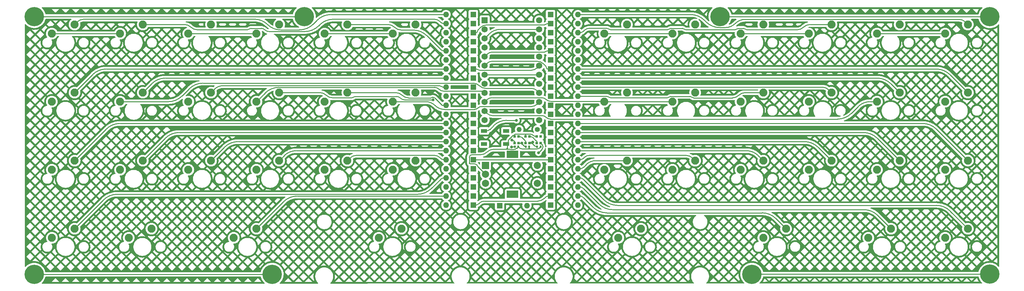
<source format=gbr>
%TF.GenerationSoftware,KiCad,Pcbnew,(6.0.7)*%
%TF.CreationDate,2022-10-09T17:02:24+02:00*%
%TF.ProjectId,skoosk,736b6f6f-736b-42e6-9b69-6361645f7063,rev?*%
%TF.SameCoordinates,Original*%
%TF.FileFunction,Copper,L1,Top*%
%TF.FilePolarity,Positive*%
%FSLAX46Y46*%
G04 Gerber Fmt 4.6, Leading zero omitted, Abs format (unit mm)*
G04 Created by KiCad (PCBNEW (6.0.7)) date 2022-10-09 17:02:24*
%MOMM*%
%LPD*%
G01*
G04 APERTURE LIST*
G04 Aperture macros list*
%AMRoundRect*
0 Rectangle with rounded corners*
0 $1 Rounding radius*
0 $2 $3 $4 $5 $6 $7 $8 $9 X,Y pos of 4 corners*
0 Add a 4 corners polygon primitive as box body*
4,1,4,$2,$3,$4,$5,$6,$7,$8,$9,$2,$3,0*
0 Add four circle primitives for the rounded corners*
1,1,$1+$1,$2,$3*
1,1,$1+$1,$4,$5*
1,1,$1+$1,$6,$7*
1,1,$1+$1,$8,$9*
0 Add four rect primitives between the rounded corners*
20,1,$1+$1,$2,$3,$4,$5,0*
20,1,$1+$1,$4,$5,$6,$7,0*
20,1,$1+$1,$6,$7,$8,$9,0*
20,1,$1+$1,$8,$9,$2,$3,0*%
G04 Aperture macros list end*
%TA.AperFunction,ComponentPad*%
%ADD10R,1.600000X1.600000*%
%TD*%
%TA.AperFunction,ComponentPad*%
%ADD11O,1.600000X1.600000*%
%TD*%
%TA.AperFunction,ComponentPad*%
%ADD12C,2.250000*%
%TD*%
%TA.AperFunction,SMDPad,CuDef*%
%ADD13R,0.700000X0.700000*%
%TD*%
%TA.AperFunction,ComponentPad*%
%ADD14R,1.752600X1.752600*%
%TD*%
%TA.AperFunction,ComponentPad*%
%ADD15C,1.752600*%
%TD*%
%TA.AperFunction,ComponentPad*%
%ADD16R,2.000000X2.000000*%
%TD*%
%TA.AperFunction,ComponentPad*%
%ADD17C,2.000000*%
%TD*%
%TA.AperFunction,ComponentPad*%
%ADD18R,3.200000X2.000000*%
%TD*%
%TA.AperFunction,ComponentPad*%
%ADD19C,5.400000*%
%TD*%
%TA.AperFunction,SMDPad,CuDef*%
%ADD20RoundRect,0.140000X-0.140000X-0.170000X0.140000X-0.170000X0.140000X0.170000X-0.140000X0.170000X0*%
%TD*%
%TA.AperFunction,SMDPad,CuDef*%
%ADD21R,1.800000X1.100000*%
%TD*%
%TA.AperFunction,ComponentPad*%
%ADD22C,1.400000*%
%TD*%
%TA.AperFunction,ComponentPad*%
%ADD23O,1.400000X1.400000*%
%TD*%
%TA.AperFunction,ViaPad*%
%ADD24C,0.800000*%
%TD*%
%TA.AperFunction,Conductor*%
%ADD25C,0.250000*%
%TD*%
G04 APERTURE END LIST*
D10*
%TO.P,D28,1,K*%
%TO.N,ROW4*%
X128270000Y-51689000D03*
D11*
%TO.P,D28,2,A*%
%TO.N,Net-(D28-Pad2)*%
X120650000Y-51689000D03*
%TD*%
D12*
%TO.P,MX30,1,COL*%
%TO.N,COL2*%
X105791000Y-57023000D03*
%TO.P,MX30,2,ROW*%
%TO.N,Net-(D30-Pad2)*%
X112141000Y-54483000D03*
%TD*%
D13*
%TO.P,Drgb2,1,DOUT*%
%TO.N,Net-(Drgb2-Pad1)*%
X143933000Y-47726000D03*
%TO.P,Drgb2,2,VSS*%
%TO.N,GND*%
X142833000Y-47726000D03*
%TO.P,Drgb2,3,DIN*%
%TO.N,Net-(Drgb1-Pad1)*%
X142833000Y-49556000D03*
%TO.P,Drgb2,4,VDD*%
%TO.N,VCC*%
X143933000Y-49556000D03*
%TD*%
D14*
%TO.P,U1,1,TX0/PD3*%
%TO.N,unconnected-(U1-Pad1)*%
X131445000Y-15194700D03*
D15*
%TO.P,U1,2,RX1/PD2*%
%TO.N,rgb pin*%
X131445000Y-17734700D03*
%TO.P,U1,3,GND*%
%TO.N,GND*%
X131445000Y-20274700D03*
%TO.P,U1,4,GND*%
X131445000Y-22814700D03*
%TO.P,U1,5,2/PD1*%
%TO.N,ROW1*%
X131445000Y-25354700D03*
%TO.P,U1,6,3/PD0*%
%TO.N,ROW3*%
X131445000Y-27894700D03*
%TO.P,U1,7,4/PD4*%
%TO.N,ROW4*%
X131445000Y-30434700D03*
%TO.P,U1,8,5/PC6*%
%TO.N,ROW7*%
X131445000Y-32974700D03*
%TO.P,U1,9,6/PD7*%
%TO.N,COL1*%
X131445000Y-35514700D03*
%TO.P,U1,10,7/PE6*%
%TO.N,COL3*%
X131445000Y-38054700D03*
%TO.P,U1,11,8/PB4*%
%TO.N,COL5*%
X131445000Y-40594700D03*
%TO.P,U1,12,9/PB5*%
%TO.N,rotary_a*%
X131445000Y-43134700D03*
%TO.P,U1,13,10/PB6*%
%TO.N,rotary_b*%
X146685000Y-43134700D03*
%TO.P,U1,14,16/PB2*%
%TO.N,COL4*%
X146685000Y-40594700D03*
%TO.P,U1,15,14/PB3*%
%TO.N,COL2*%
X146685000Y-38054700D03*
%TO.P,U1,16,15/PB1*%
%TO.N,COL0*%
X146685000Y-35514700D03*
%TO.P,U1,17,A0/PF7*%
%TO.N,ROW6*%
X146685000Y-32974700D03*
%TO.P,U1,18,A1/PF6*%
%TO.N,ROW4*%
X146685000Y-30434700D03*
%TO.P,U1,19,A2/PF5*%
%TO.N,ROW2*%
X146685000Y-27894700D03*
%TO.P,U1,20,A3/PF4*%
%TO.N,ROW0*%
X146685000Y-25354700D03*
%TO.P,U1,21,VCC*%
%TO.N,VCC*%
X146685000Y-22814700D03*
%TO.P,U1,22,RST*%
%TO.N,Net-(SW1-Pad2)*%
X146685000Y-20274700D03*
%TO.P,U1,23,GND*%
%TO.N,GND*%
X146685000Y-17734700D03*
%TO.P,U1,24,RAW*%
%TO.N,unconnected-(U1-Pad24)*%
X146685000Y-15194700D03*
%TD*%
D12*
%TO.P,MX16,1,COL*%
%TO.N,COL1*%
X67691000Y-37973000D03*
%TO.P,MX16,2,ROW*%
%TO.N,Net-(D16-Pad2)*%
X74041000Y-35433000D03*
%TD*%
D10*
%TO.P,D3,1,K*%
%TO.N,ROW0*%
X128270000Y-18669000D03*
D11*
%TO.P,D3,2,A*%
%TO.N,Net-(D3-Pad2)*%
X120650000Y-18669000D03*
%TD*%
D12*
%TO.P,MX14,1,COL*%
%TO.N,COL0*%
X29591000Y-37973000D03*
%TO.P,MX14,2,ROW*%
%TO.N,Net-(D14-Pad2)*%
X35941000Y-35433000D03*
%TD*%
%TO.P,MX44,1,COL*%
%TO.N,COL5*%
X260096000Y-76073000D03*
%TO.P,MX44,2,ROW*%
%TO.N,Net-(D44-Pad2)*%
X266446000Y-73533000D03*
%TD*%
%TO.P,MX28,1,COL*%
%TO.N,COL1*%
X67691000Y-57023000D03*
%TO.P,MX28,2,ROW*%
%TO.N,Net-(D28-Pad2)*%
X74041000Y-54483000D03*
%TD*%
D10*
%TO.P,D14,1,K*%
%TO.N,ROW3*%
X128270000Y-31369000D03*
D11*
%TO.P,D14,2,A*%
%TO.N,Net-(D14-Pad2)*%
X120650000Y-31369000D03*
%TD*%
D10*
%TO.P,D43,1,K*%
%TO.N,ROW6*%
X149860000Y-61849000D03*
D11*
%TO.P,D43,2,A*%
%TO.N,Net-(D43-Pad2)*%
X157480000Y-61849000D03*
%TD*%
D12*
%TO.P,MX41,1,COL*%
%TO.N,COL3*%
X168783000Y-76073000D03*
%TO.P,MX41,2,ROW*%
%TO.N,Net-(D41-Pad2)*%
X175133000Y-73533000D03*
%TD*%
D10*
%TO.P,D2,1,K*%
%TO.N,ROW1*%
X128270000Y-16129000D03*
D11*
%TO.P,D2,2,A*%
%TO.N,Net-(D2-Pad2)*%
X120650000Y-16129000D03*
%TD*%
D10*
%TO.P,D23,1,K*%
%TO.N,ROW2*%
X149860000Y-31369000D03*
D11*
%TO.P,D23,2,A*%
%TO.N,Net-(D23-Pad2)*%
X157480000Y-31369000D03*
%TD*%
D12*
%TO.P,MX35,1,COL*%
%TO.N,COL5*%
X241046000Y-57023000D03*
%TO.P,MX35,2,ROW*%
%TO.N,Net-(D35-Pad2)*%
X247396000Y-54483000D03*
%TD*%
%TO.P,MX24,1,COL*%
%TO.N,COL5*%
X260096000Y-37973000D03*
%TO.P,MX24,2,ROW*%
%TO.N,Net-(D24-Pad2)*%
X266446000Y-35433000D03*
%TD*%
%TO.P,MX43,1,COL*%
%TO.N,COL5*%
X238633000Y-76073000D03*
%TO.P,MX43,2,ROW*%
%TO.N,Net-(D43-Pad2)*%
X244983000Y-73533000D03*
%TD*%
D16*
%TO.P,SW2,A,A*%
%TO.N,rotary_a*%
X131692000Y-55793000D03*
D17*
%TO.P,SW2,B,B*%
%TO.N,rotary_b*%
X131692000Y-60793000D03*
%TO.P,SW2,C,C*%
%TO.N,GND*%
X131692000Y-58293000D03*
D18*
%TO.P,SW2,MP*%
%TO.N,N/C*%
X139192000Y-52693000D03*
X139192000Y-63893000D03*
D17*
%TO.P,SW2,S1,S1*%
%TO.N,Net-(D51-Pad2)*%
X146192000Y-60793000D03*
%TO.P,SW2,S2,S2*%
%TO.N,COL2*%
X146192000Y-55793000D03*
%TD*%
D19*
%TO.P,H1,1,1*%
%TO.N,GND*%
X5588000Y-14147800D03*
%TD*%
D10*
%TO.P,D6,1,K*%
%TO.N,ROW1*%
X128270000Y-26289000D03*
D11*
%TO.P,D6,2,A*%
%TO.N,Net-(D6-Pad2)*%
X120650000Y-26289000D03*
%TD*%
D12*
%TO.P,MX26,1,COL*%
%TO.N,COL0*%
X29591000Y-57023000D03*
%TO.P,MX26,2,ROW*%
%TO.N,Net-(D26-Pad2)*%
X35941000Y-54483000D03*
%TD*%
D19*
%TO.P,H2,1,1*%
%TO.N,GND*%
X81026000Y-14147800D03*
%TD*%
D10*
%TO.P,D34,1,K*%
%TO.N,ROW4*%
X149860000Y-49149000D03*
D11*
%TO.P,D34,2,A*%
%TO.N,Net-(D34-Pad2)*%
X157480000Y-49149000D03*
%TD*%
D20*
%TO.P,Crgb3,1*%
%TO.N,VCC*%
X146106000Y-50546000D03*
%TO.P,Crgb3,2*%
%TO.N,GND*%
X147066000Y-50546000D03*
%TD*%
D12*
%TO.P,MX7,1,COL*%
%TO.N,COL3*%
X164846000Y-18923000D03*
%TO.P,MX7,2,ROW*%
%TO.N,Net-(D7-Pad2)*%
X171196000Y-16383000D03*
%TD*%
D20*
%TO.P,Crgb2,1*%
%TO.N,VCC*%
X142931000Y-50546000D03*
%TO.P,Crgb2,2*%
%TO.N,GND*%
X143891000Y-50546000D03*
%TD*%
D21*
%TO.P,SW1,1,1*%
%TO.N,GND*%
X137466000Y-49856000D03*
%TO.P,SW1,2,2*%
%TO.N,Net-(SW1-Pad2)*%
X131266000Y-46156000D03*
%TO.P,SW1,3*%
%TO.N,N/C*%
X137466000Y-46156000D03*
%TO.P,SW1,4*%
X131266000Y-49856000D03*
%TD*%
D12*
%TO.P,MX5,1,COL*%
%TO.N,COL2*%
X86741000Y-18923000D03*
%TO.P,MX5,2,ROW*%
%TO.N,Net-(D5-Pad2)*%
X93091000Y-16383000D03*
%TD*%
D10*
%TO.P,D5,1,K*%
%TO.N,ROW0*%
X128270000Y-23749000D03*
D11*
%TO.P,D5,2,A*%
%TO.N,Net-(D5-Pad2)*%
X120650000Y-23749000D03*
%TD*%
D12*
%TO.P,MX15,1,COL*%
%TO.N,COL1*%
X48641000Y-37973000D03*
%TO.P,MX15,2,ROW*%
%TO.N,Net-(D15-Pad2)*%
X54991000Y-35433000D03*
%TD*%
D10*
%TO.P,D40,1,K*%
%TO.N,ROW7*%
X128270000Y-66929000D03*
D11*
%TO.P,D40,2,A*%
%TO.N,Net-(D40-Pad2)*%
X120650000Y-66929000D03*
%TD*%
D10*
%TO.P,D4,1,K*%
%TO.N,ROW1*%
X128270000Y-21209000D03*
D11*
%TO.P,D4,2,A*%
%TO.N,Net-(D4-Pad2)*%
X120650000Y-21209000D03*
%TD*%
D10*
%TO.P,D24,1,K*%
%TO.N,ROW3*%
X149860000Y-28829000D03*
D11*
%TO.P,D24,2,A*%
%TO.N,Net-(D24-Pad2)*%
X157480000Y-28829000D03*
%TD*%
D12*
%TO.P,MX18,1,COL*%
%TO.N,COL2*%
X105791000Y-37973000D03*
%TO.P,MX18,2,ROW*%
%TO.N,Net-(D18-Pad2)*%
X112141000Y-35433000D03*
%TD*%
D19*
%TO.P,H7,1,1*%
%TO.N,GND*%
X206095600Y-86283800D03*
%TD*%
D12*
%TO.P,MX21,1,COL*%
%TO.N,COL4*%
X202946000Y-37973000D03*
%TO.P,MX21,2,ROW*%
%TO.N,Net-(D21-Pad2)*%
X209296000Y-35433000D03*
%TD*%
D10*
%TO.P,D39,1,K*%
%TO.N,ROW6*%
X128270000Y-64389000D03*
D11*
%TO.P,D39,2,A*%
%TO.N,Net-(D39-Pad2)*%
X120650000Y-64389000D03*
%TD*%
D12*
%TO.P,MX11,1,COL*%
%TO.N,COL5*%
X241046000Y-18923000D03*
%TO.P,MX11,2,ROW*%
%TO.N,Net-(D11-Pad2)*%
X247396000Y-16383000D03*
%TD*%
D10*
%TO.P,D27,1,K*%
%TO.N,ROW4*%
X128270000Y-49149000D03*
D11*
%TO.P,D27,2,A*%
%TO.N,Net-(D27-Pad2)*%
X120650000Y-49149000D03*
%TD*%
D10*
%TO.P,D30,1,K*%
%TO.N,ROW4*%
X128270000Y-56769000D03*
D11*
%TO.P,D30,2,A*%
%TO.N,Net-(D30-Pad2)*%
X120650000Y-56769000D03*
%TD*%
D10*
%TO.P,D22,1,K*%
%TO.N,ROW3*%
X149860000Y-33909000D03*
D11*
%TO.P,D22,2,A*%
%TO.N,Net-(D22-Pad2)*%
X157480000Y-33909000D03*
%TD*%
D10*
%TO.P,D18,1,K*%
%TO.N,ROW3*%
X128270000Y-41529000D03*
D11*
%TO.P,D18,2,A*%
%TO.N,Net-(D18-Pad2)*%
X120650000Y-41529000D03*
%TD*%
D12*
%TO.P,MX40,1,COL*%
%TO.N,COL2*%
X101854000Y-76073000D03*
%TO.P,MX40,2,ROW*%
%TO.N,Net-(D40-Pad2)*%
X108204000Y-73533000D03*
%TD*%
D10*
%TO.P,D21,1,K*%
%TO.N,ROW2*%
X149860000Y-36449000D03*
D11*
%TO.P,D21,2,A*%
%TO.N,Net-(D21-Pad2)*%
X157480000Y-36449000D03*
%TD*%
D10*
%TO.P,D36,1,K*%
%TO.N,ROW4*%
X149860000Y-44069000D03*
D11*
%TO.P,D36,2,A*%
%TO.N,Net-(D36-Pad2)*%
X157480000Y-44069000D03*
%TD*%
D12*
%TO.P,MX10,1,COL*%
%TO.N,COL4*%
X221996000Y-18923000D03*
%TO.P,MX10,2,ROW*%
%TO.N,Net-(D10-Pad2)*%
X228346000Y-16383000D03*
%TD*%
D10*
%TO.P,D31,1,K*%
%TO.N,ROW4*%
X149860000Y-56769000D03*
D11*
%TO.P,D31,2,A*%
%TO.N,Net-(D31-Pad2)*%
X157480000Y-56769000D03*
%TD*%
D10*
%TO.P,D32,1,K*%
%TO.N,ROW4*%
X149860000Y-54229000D03*
D11*
%TO.P,D32,2,A*%
%TO.N,Net-(D32-Pad2)*%
X157480000Y-54229000D03*
%TD*%
D12*
%TO.P,MX4,1,COL*%
%TO.N,COL1*%
X67691000Y-18923000D03*
%TO.P,MX4,2,ROW*%
%TO.N,Net-(D4-Pad2)*%
X74041000Y-16383000D03*
%TD*%
D19*
%TO.P,H3,1,1*%
%TO.N,GND*%
X197205600Y-14147800D03*
%TD*%
D13*
%TO.P,Drgb3,1,DOUT*%
%TO.N,unconnected-(Drgb3-Pad1)*%
X147108000Y-47726000D03*
%TO.P,Drgb3,2,VSS*%
%TO.N,GND*%
X146008000Y-47726000D03*
%TO.P,Drgb3,3,DIN*%
%TO.N,Net-(Drgb2-Pad1)*%
X146008000Y-49556000D03*
%TO.P,Drgb3,4,VDD*%
%TO.N,VCC*%
X147108000Y-49556000D03*
%TD*%
D12*
%TO.P,MX32,1,COL*%
%TO.N,COL3*%
X183896000Y-57023000D03*
%TO.P,MX32,2,ROW*%
%TO.N,Net-(D32-Pad2)*%
X190246000Y-54483000D03*
%TD*%
%TO.P,MX22,1,COL*%
%TO.N,COL4*%
X221996000Y-37973000D03*
%TO.P,MX22,2,ROW*%
%TO.N,Net-(D22-Pad2)*%
X228346000Y-35433000D03*
%TD*%
D22*
%TO.P,Rrgb1,1*%
%TO.N,Net-(Drgb1-Pad3)*%
X146177000Y-45720000D03*
D23*
%TO.P,Rrgb1,2*%
%TO.N,rgb pin*%
X141097000Y-45720000D03*
%TD*%
D10*
%TO.P,D35,1,K*%
%TO.N,ROW4*%
X149860000Y-46609000D03*
D11*
%TO.P,D35,2,A*%
%TO.N,Net-(D35-Pad2)*%
X157480000Y-46609000D03*
%TD*%
D10*
%TO.P,D12,1,K*%
%TO.N,ROW1*%
X149860000Y-13589000D03*
D11*
%TO.P,D12,2,A*%
%TO.N,Net-(D12-Pad2)*%
X157480000Y-13589000D03*
%TD*%
D19*
%TO.P,H8,1,1*%
%TO.N,GND*%
X272567400Y-86258400D03*
%TD*%
D12*
%TO.P,MX27,1,COL*%
%TO.N,COL1*%
X48641000Y-57023000D03*
%TO.P,MX27,2,ROW*%
%TO.N,Net-(D27-Pad2)*%
X54991000Y-54483000D03*
%TD*%
%TO.P,MX36,1,COL*%
%TO.N,COL5*%
X260096000Y-56997600D03*
%TO.P,MX36,2,ROW*%
%TO.N,Net-(D36-Pad2)*%
X266446000Y-54457600D03*
%TD*%
D10*
%TO.P,D9,1,K*%
%TO.N,ROW0*%
X149860000Y-21209000D03*
D11*
%TO.P,D9,2,A*%
%TO.N,Net-(D9-Pad2)*%
X157480000Y-21209000D03*
%TD*%
D12*
%TO.P,MX20,1,COL*%
%TO.N,COL3*%
X183896000Y-37973000D03*
%TO.P,MX20,2,ROW*%
%TO.N,Net-(D20-Pad2)*%
X190246000Y-35433000D03*
%TD*%
D10*
%TO.P,D15,1,K*%
%TO.N,ROW2*%
X128270000Y-33909000D03*
D11*
%TO.P,D15,2,A*%
%TO.N,Net-(D15-Pad2)*%
X120650000Y-33909000D03*
%TD*%
D10*
%TO.P,D51,1,K*%
%TO.N,ROW6*%
X135636000Y-67056000D03*
D11*
%TO.P,D51,2,A*%
%TO.N,Net-(D51-Pad2)*%
X143256000Y-67056000D03*
%TD*%
D10*
%TO.P,D7,1,K*%
%TO.N,ROW0*%
X149860000Y-26289000D03*
D11*
%TO.P,D7,2,A*%
%TO.N,Net-(D7-Pad2)*%
X157480000Y-26289000D03*
%TD*%
D12*
%TO.P,MX25,1,COL*%
%TO.N,COL0*%
X10541000Y-57023000D03*
%TO.P,MX25,2,ROW*%
%TO.N,Net-(D25-Pad2)*%
X16891000Y-54483000D03*
%TD*%
D10*
%TO.P,D33,1,K*%
%TO.N,ROW4*%
X149860000Y-51689000D03*
D11*
%TO.P,D33,2,A*%
%TO.N,Net-(D33-Pad2)*%
X157480000Y-51689000D03*
%TD*%
D10*
%TO.P,D17,1,K*%
%TO.N,ROW2*%
X128270000Y-38989000D03*
D11*
%TO.P,D17,2,A*%
%TO.N,Net-(D17-Pad2)*%
X120650000Y-38989000D03*
%TD*%
D10*
%TO.P,D16,1,K*%
%TO.N,ROW3*%
X128270000Y-36449000D03*
D11*
%TO.P,D16,2,A*%
%TO.N,Net-(D16-Pad2)*%
X120650000Y-36449000D03*
%TD*%
D12*
%TO.P,MX42,1,COL*%
%TO.N,COL4*%
X209296000Y-76073000D03*
%TO.P,MX42,2,ROW*%
%TO.N,Net-(D42-Pad2)*%
X215646000Y-73533000D03*
%TD*%
%TO.P,MX33,1,COL*%
%TO.N,COL4*%
X202946000Y-57023000D03*
%TO.P,MX33,2,ROW*%
%TO.N,Net-(D33-Pad2)*%
X209296000Y-54483000D03*
%TD*%
%TO.P,MX38,1,COL*%
%TO.N,COL0*%
X32004000Y-76073000D03*
%TO.P,MX38,2,ROW*%
%TO.N,Net-(D38-Pad2)*%
X38354000Y-73533000D03*
%TD*%
%TO.P,MX13,1,COL*%
%TO.N,COL0*%
X10515600Y-37973000D03*
%TO.P,MX13,2,ROW*%
%TO.N,Net-(D13-Pad2)*%
X16865600Y-35433000D03*
%TD*%
D10*
%TO.P,D42,1,K*%
%TO.N,ROW7*%
X149860000Y-64389000D03*
D11*
%TO.P,D42,2,A*%
%TO.N,Net-(D42-Pad2)*%
X157480000Y-64389000D03*
%TD*%
D12*
%TO.P,MX6,1,COL*%
%TO.N,COL2*%
X105791000Y-18923000D03*
%TO.P,MX6,2,ROW*%
%TO.N,Net-(D6-Pad2)*%
X112141000Y-16383000D03*
%TD*%
%TO.P,MX3,1,COL*%
%TO.N,COL1*%
X48641000Y-18923000D03*
%TO.P,MX3,2,ROW*%
%TO.N,Net-(D3-Pad2)*%
X54991000Y-16383000D03*
%TD*%
D19*
%TO.P,H6,1,1*%
%TO.N,GND*%
X72059800Y-86283800D03*
%TD*%
D12*
%TO.P,MX2,1,COL*%
%TO.N,COL0*%
X29591000Y-18923000D03*
%TO.P,MX2,2,ROW*%
%TO.N,Net-(D2-Pad2)*%
X35941000Y-16383000D03*
%TD*%
%TO.P,MX17,1,COL*%
%TO.N,COL2*%
X86741000Y-37973000D03*
%TO.P,MX17,2,ROW*%
%TO.N,Net-(D17-Pad2)*%
X93091000Y-35433000D03*
%TD*%
D10*
%TO.P,D11,1,K*%
%TO.N,ROW0*%
X149860000Y-16129000D03*
D11*
%TO.P,D11,2,A*%
%TO.N,Net-(D11-Pad2)*%
X157480000Y-16129000D03*
%TD*%
D12*
%TO.P,MX1,1,COL*%
%TO.N,COL0*%
X10515600Y-18923000D03*
%TO.P,MX1,2,ROW*%
%TO.N,Net-(D1-Pad2)*%
X16865600Y-16383000D03*
%TD*%
D10*
%TO.P,D25,1,K*%
%TO.N,ROW4*%
X128270000Y-44069000D03*
D11*
%TO.P,D25,2,A*%
%TO.N,Net-(D25-Pad2)*%
X120650000Y-44069000D03*
%TD*%
D12*
%TO.P,MX37,1,COL*%
%TO.N,COL0*%
X10541000Y-76073000D03*
%TO.P,MX37,2,ROW*%
%TO.N,Net-(D37-Pad2)*%
X16891000Y-73533000D03*
%TD*%
%TO.P,MX39,1,COL*%
%TO.N,COL1*%
X61341000Y-76073000D03*
%TO.P,MX39,2,ROW*%
%TO.N,Net-(D39-Pad2)*%
X67691000Y-73533000D03*
%TD*%
D10*
%TO.P,D19,1,K*%
%TO.N,ROW2*%
X149860000Y-41529000D03*
D11*
%TO.P,D19,2,A*%
%TO.N,Net-(D19-Pad2)*%
X157480000Y-41529000D03*
%TD*%
D10*
%TO.P,D8,1,K*%
%TO.N,ROW1*%
X149860000Y-23749000D03*
D11*
%TO.P,D8,2,A*%
%TO.N,Net-(D8-Pad2)*%
X157480000Y-23749000D03*
%TD*%
D19*
%TO.P,H4,1,1*%
%TO.N,GND*%
X272592800Y-14173200D03*
%TD*%
D12*
%TO.P,MX23,1,COL*%
%TO.N,COL5*%
X241046000Y-37973000D03*
%TO.P,MX23,2,ROW*%
%TO.N,Net-(D23-Pad2)*%
X247396000Y-35433000D03*
%TD*%
D10*
%TO.P,D44,1,K*%
%TO.N,ROW7*%
X149860000Y-59309000D03*
D11*
%TO.P,D44,2,A*%
%TO.N,Net-(D44-Pad2)*%
X157480000Y-59309000D03*
%TD*%
D12*
%TO.P,MX9,1,COL*%
%TO.N,COL4*%
X202946000Y-18923000D03*
%TO.P,MX9,2,ROW*%
%TO.N,Net-(D9-Pad2)*%
X209296000Y-16383000D03*
%TD*%
D10*
%TO.P,D20,1,K*%
%TO.N,ROW3*%
X149860000Y-38989000D03*
D11*
%TO.P,D20,2,A*%
%TO.N,Net-(D20-Pad2)*%
X157480000Y-38989000D03*
%TD*%
D12*
%TO.P,MX34,1,COL*%
%TO.N,COL4*%
X221996000Y-57023000D03*
%TO.P,MX34,2,ROW*%
%TO.N,Net-(D34-Pad2)*%
X228346000Y-54483000D03*
%TD*%
D10*
%TO.P,D26,1,K*%
%TO.N,ROW4*%
X128270000Y-46609000D03*
D11*
%TO.P,D26,2,A*%
%TO.N,Net-(D26-Pad2)*%
X120650000Y-46609000D03*
%TD*%
D13*
%TO.P,Drgb1,1,DOUT*%
%TO.N,Net-(Drgb1-Pad1)*%
X140885000Y-47726000D03*
%TO.P,Drgb1,2,VSS*%
%TO.N,GND*%
X139785000Y-47726000D03*
%TO.P,Drgb1,3,DIN*%
%TO.N,Net-(Drgb1-Pad3)*%
X139785000Y-49556000D03*
%TO.P,Drgb1,4,VDD*%
%TO.N,VCC*%
X140885000Y-49556000D03*
%TD*%
D20*
%TO.P,Crgb1,1*%
%TO.N,VCC*%
X139855000Y-50546000D03*
%TO.P,Crgb1,2*%
%TO.N,GND*%
X140815000Y-50546000D03*
%TD*%
D10*
%TO.P,D1,1,K*%
%TO.N,ROW0*%
X128270000Y-13589000D03*
D11*
%TO.P,D1,2,A*%
%TO.N,Net-(D1-Pad2)*%
X120650000Y-13589000D03*
%TD*%
D10*
%TO.P,D13,1,K*%
%TO.N,ROW2*%
X128270000Y-28829000D03*
D11*
%TO.P,D13,2,A*%
%TO.N,Net-(D13-Pad2)*%
X120650000Y-28829000D03*
%TD*%
D12*
%TO.P,MX19,1,COL*%
%TO.N,COL3*%
X164846000Y-37973000D03*
%TO.P,MX19,2,ROW*%
%TO.N,Net-(D19-Pad2)*%
X171196000Y-35433000D03*
%TD*%
D10*
%TO.P,D29,1,K*%
%TO.N,ROW4*%
X128270000Y-54229000D03*
D11*
%TO.P,D29,2,A*%
%TO.N,Net-(D29-Pad2)*%
X120650000Y-54229000D03*
%TD*%
D12*
%TO.P,MX12,1,COL*%
%TO.N,COL5*%
X260096000Y-18923000D03*
%TO.P,MX12,2,ROW*%
%TO.N,Net-(D12-Pad2)*%
X266446000Y-16383000D03*
%TD*%
D10*
%TO.P,D10,1,K*%
%TO.N,ROW1*%
X149860000Y-18669000D03*
D11*
%TO.P,D10,2,A*%
%TO.N,Net-(D10-Pad2)*%
X157480000Y-18669000D03*
%TD*%
D10*
%TO.P,D41,1,K*%
%TO.N,ROW6*%
X149860000Y-66929000D03*
D11*
%TO.P,D41,2,A*%
%TO.N,Net-(D41-Pad2)*%
X157480000Y-66929000D03*
%TD*%
D12*
%TO.P,MX31,1,COL*%
%TO.N,COL3*%
X164846000Y-57023000D03*
%TO.P,MX31,2,ROW*%
%TO.N,Net-(D31-Pad2)*%
X171196000Y-54483000D03*
%TD*%
D10*
%TO.P,D37,1,K*%
%TO.N,ROW6*%
X128270000Y-59309000D03*
D11*
%TO.P,D37,2,A*%
%TO.N,Net-(D37-Pad2)*%
X120650000Y-59309000D03*
%TD*%
D12*
%TO.P,MX29,1,COL*%
%TO.N,COL2*%
X86741000Y-57023000D03*
%TO.P,MX29,2,ROW*%
%TO.N,Net-(D29-Pad2)*%
X93091000Y-54483000D03*
%TD*%
%TO.P,MX8,1,COL*%
%TO.N,COL3*%
X183896000Y-18923000D03*
%TO.P,MX8,2,ROW*%
%TO.N,Net-(D8-Pad2)*%
X190246000Y-16383000D03*
%TD*%
D19*
%TO.P,H5,1,1*%
%TO.N,GND*%
X5562600Y-86309200D03*
%TD*%
D10*
%TO.P,D38,1,K*%
%TO.N,ROW7*%
X128270000Y-61849000D03*
D11*
%TO.P,D38,2,A*%
%TO.N,Net-(D38-Pad2)*%
X120650000Y-61849000D03*
%TD*%
D24*
%TO.N,Net-(D16-Pad2)*%
X117050700Y-37470300D03*
%TO.N,Net-(Drgb1-Pad3)*%
X139047400Y-48736400D03*
%TO.N,Net-(SW1-Pad2)*%
X140336200Y-43185600D03*
%TO.N,VCC*%
X138970300Y-50642300D03*
X146476700Y-52280300D03*
X141859000Y-49544600D03*
X144895800Y-49273600D03*
%TD*%
D25*
%TO.N,COL0*%
X52748463Y-32783800D02*
X128216187Y-32783800D01*
X10515600Y-18923000D02*
X29591000Y-18923000D01*
X48900706Y-34377592D02*
X46899092Y-36379207D01*
X146050000Y-34879700D02*
X146685000Y-35514700D01*
X131743112Y-34244700D02*
X144516974Y-34244700D01*
X43051336Y-37973000D02*
X29591000Y-37973000D01*
X144516974Y-34244711D02*
G75*
G02*
X146050000Y-34879700I26J-2167989D01*
G01*
X48900715Y-34377601D02*
G75*
G02*
X52748463Y-32783800I3847785J-3847799D01*
G01*
X43051336Y-37973010D02*
G75*
G03*
X46899092Y-36379207I-36J5441610D01*
G01*
X131743112Y-34244694D02*
G75*
G02*
X129979651Y-33514249I-12J2493894D01*
G01*
X128216187Y-32783806D02*
G75*
G02*
X129979649Y-33514251I13J-2493894D01*
G01*
%TO.N,ROW0*%
X148161824Y-16464700D02*
X132107692Y-16464700D01*
X129087450Y-18669000D02*
X128270000Y-18669000D01*
X130189599Y-17259199D02*
X129612641Y-17836158D01*
X148972275Y-16129000D02*
X149860000Y-16129000D01*
X148161824Y-16464710D02*
G75*
G03*
X148567050Y-16296850I-24J573110D01*
G01*
X129087450Y-18669000D02*
G75*
G03*
X129395100Y-18361350I-50J307700D01*
G01*
X129395126Y-18361350D02*
G75*
G02*
X129612642Y-17836159I742674J50D01*
G01*
X130189602Y-17259202D02*
G75*
G02*
X132107692Y-16464700I1918098J-1918098D01*
G01*
X148567057Y-16296857D02*
G75*
G02*
X148972275Y-16129000I405243J-405243D01*
G01*
%TO.N,Net-(D1-Pad2)*%
X19412091Y-14891300D02*
X67179493Y-14891300D01*
X74407406Y-17885200D02*
X79681636Y-17885200D01*
X84638006Y-15182792D02*
X83529392Y-16291407D01*
X17611450Y-15637150D02*
X16865600Y-16383000D01*
X88485763Y-13589000D02*
X120650000Y-13589000D01*
X67179493Y-14891303D02*
G75*
G02*
X70793450Y-16388250I7J-5110897D01*
G01*
X74407406Y-17885197D02*
G75*
G02*
X70793450Y-16388250I-6J5110897D01*
G01*
X17611453Y-15637153D02*
G75*
G02*
X19412091Y-14891300I1800647J-1800647D01*
G01*
X84638015Y-15182801D02*
G75*
G02*
X88485763Y-13589000I3847785J-3847799D01*
G01*
X79681636Y-17885210D02*
G75*
G03*
X83529392Y-16291407I-36J5441610D01*
G01*
%TO.N,COL1*%
X70102507Y-35561492D02*
X67691000Y-37973000D01*
X131204750Y-35274450D02*
X131445000Y-35514700D01*
X117419570Y-33967700D02*
X73950263Y-33967700D01*
X48641000Y-18923000D02*
X67691000Y-18923000D01*
X119994329Y-35034200D02*
X130624735Y-35034200D01*
X130624735Y-35034186D02*
G75*
G02*
X131204750Y-35274450I-35J-820314D01*
G01*
X70102536Y-35561521D02*
G75*
G02*
X73950263Y-33967700I3847764J-3847679D01*
G01*
X119994329Y-35034187D02*
G75*
G02*
X118706951Y-34500949I-29J1820587D01*
G01*
X117419570Y-33967713D02*
G75*
G02*
X118706949Y-34500951I30J-1820587D01*
G01*
%TO.N,ROW1*%
X148972275Y-23749000D02*
X149860000Y-23749000D01*
X132080000Y-24719700D02*
X131445000Y-25354700D01*
X148161824Y-24084700D02*
X133613025Y-24084700D01*
X132079992Y-24719692D02*
G75*
G02*
X133613025Y-24084700I1533008J-1533008D01*
G01*
X148567057Y-23916857D02*
G75*
G02*
X148972275Y-23749000I405243J-405243D01*
G01*
X148161824Y-24084710D02*
G75*
G03*
X148567050Y-23916850I-24J573110D01*
G01*
%TO.N,Net-(D2-Pad2)*%
X71150129Y-18335400D02*
X81220836Y-18335400D01*
X117411501Y-14891000D02*
X89173163Y-14891000D01*
X68993270Y-17442000D02*
X66154128Y-17442000D01*
X118905900Y-15510000D02*
X119127117Y-15731217D01*
X47610745Y-16383000D02*
X35941000Y-16383000D01*
X65193271Y-17840000D02*
X51128254Y-17840000D01*
X85068592Y-16741606D02*
X85325407Y-16484792D01*
X120087450Y-16129000D02*
X120650000Y-16129000D01*
X85325436Y-16484821D02*
G75*
G02*
X89173163Y-14891000I3847764J-3847679D01*
G01*
X68993270Y-17442013D02*
G75*
G02*
X70071699Y-17888701I30J-1525087D01*
G01*
X81220836Y-18335409D02*
G75*
G03*
X85068592Y-16741606I-36J5441609D01*
G01*
X120087450Y-16129039D02*
G75*
G02*
X119127118Y-15731216I50J1358139D01*
G01*
X65193271Y-17839988D02*
G75*
G03*
X65673700Y-17641000I29J679388D01*
G01*
X47610745Y-16382952D02*
G75*
G02*
X49369500Y-17111500I-45J-2487248D01*
G01*
X65673692Y-17640992D02*
G75*
G02*
X66154128Y-17442000I480408J-480408D01*
G01*
X71150129Y-18335387D02*
G75*
G02*
X70071701Y-17888699I-29J1525087D01*
G01*
X117411501Y-14891000D02*
G75*
G02*
X118905899Y-15510001I-1J-2113400D01*
G01*
X51128254Y-17840018D02*
G75*
G02*
X49369501Y-17111499I46J2487318D01*
G01*
%TO.N,COL2*%
X130580267Y-39324700D02*
X144516974Y-39324700D01*
X86741000Y-18923000D02*
X105791000Y-18923000D01*
X120225763Y-40139100D02*
X128614132Y-40139100D01*
X146050000Y-38689700D02*
X146685000Y-38054700D01*
X114996336Y-37973000D02*
X105791000Y-37973000D01*
X114996336Y-37972986D02*
G75*
G02*
X117611049Y-39056051I-36J-3697814D01*
G01*
X144516974Y-39324689D02*
G75*
G03*
X146050000Y-38689700I26J2167989D01*
G01*
X120225763Y-40139114D02*
G75*
G02*
X117611051Y-39056049I37J3697814D01*
G01*
X128614132Y-40139113D02*
G75*
G03*
X129597200Y-39731900I-32J1390313D01*
G01*
X129597209Y-39731909D02*
G75*
G02*
X130580267Y-39324700I983091J-983091D01*
G01*
%TO.N,COL3*%
X147394920Y-36852100D02*
X133497966Y-36852100D01*
X149837379Y-37863800D02*
X164659583Y-37863800D01*
X183896000Y-18923000D02*
X164846000Y-18923000D01*
X164923216Y-37973000D02*
X183896000Y-37973000D01*
X132046300Y-37453400D02*
X131445000Y-38054700D01*
X164659583Y-37863807D02*
G75*
G02*
X164791400Y-37918400I17J-186393D01*
G01*
X147394920Y-36852092D02*
G75*
G02*
X148616150Y-37357950I-20J-1727108D01*
G01*
X164923216Y-37972993D02*
G75*
G02*
X164791400Y-37918400I-16J186393D01*
G01*
X132046310Y-37453410D02*
G75*
G02*
X133497966Y-36852100I1451690J-1451690D01*
G01*
X149837379Y-37863808D02*
G75*
G02*
X148616150Y-37357950I21J1727108D01*
G01*
%TO.N,Net-(D5-Pad2)*%
X111445136Y-17923200D02*
X108143885Y-17923200D01*
X104425514Y-16383000D02*
X93091000Y-16383000D01*
X120087450Y-23749000D02*
X120650000Y-23749000D01*
X115292892Y-19516992D02*
X119127117Y-23351217D01*
X108143885Y-17923205D02*
G75*
G02*
X106284701Y-17153099I15J2629305D01*
G01*
X111445136Y-17923190D02*
G75*
G02*
X115292891Y-19516993I-36J-5441610D01*
G01*
X120087450Y-23749039D02*
G75*
G02*
X119127118Y-23351216I50J1358139D01*
G01*
X104425514Y-16382995D02*
G75*
G02*
X106284699Y-17153101I-14J-2629305D01*
G01*
%TO.N,COL4*%
X202946000Y-18923000D02*
X221996000Y-18923000D01*
%TO.N,COL5*%
X241046000Y-37973000D02*
X239104650Y-37973000D01*
X132080000Y-41229700D02*
X131445000Y-40594700D01*
X260096000Y-18923000D02*
X241046000Y-18923000D01*
X149800101Y-42845600D02*
X230036736Y-42845600D01*
X235790558Y-39345741D02*
X233884492Y-41251807D01*
X147431998Y-41864700D02*
X133613025Y-41864700D01*
X149800101Y-42845599D02*
G75*
G02*
X148616050Y-42355150I-1J1674499D01*
G01*
X147431998Y-41864701D02*
G75*
G02*
X148616050Y-42355150I2J-1674499D01*
G01*
X235790540Y-39345723D02*
G75*
G02*
X239104650Y-37973000I3314060J-3314077D01*
G01*
X230036736Y-42845610D02*
G75*
G03*
X233884492Y-41251807I-36J5441610D01*
G01*
X133613025Y-41864689D02*
G75*
G02*
X132080000Y-41229700I-25J2167989D01*
G01*
%TO.N,Net-(D10-Pad2)*%
X165590453Y-17422600D02*
X160732837Y-17422600D01*
X187632091Y-17835500D02*
X201412031Y-17835500D01*
X186697308Y-17448300D02*
X183466073Y-17448300D01*
X222308454Y-16383000D02*
X228346000Y-16383000D01*
X159002882Y-18271217D02*
X159228300Y-18045800D01*
X202301668Y-17467000D02*
X203766249Y-17467000D01*
X158042550Y-18669000D02*
X157480000Y-18669000D01*
X218790945Y-17840000D02*
X204666750Y-17840000D01*
X182520426Y-17840000D02*
X166598146Y-17840000D01*
X165590453Y-17422620D02*
G75*
G02*
X166094299Y-17631301I47J-712480D01*
G01*
X204666750Y-17840049D02*
G75*
G02*
X204216500Y-17653500I50J636749D01*
G01*
X158042550Y-18669039D02*
G75*
G03*
X159002882Y-18271217I-50J1358139D01*
G01*
X159228289Y-18045789D02*
G75*
G02*
X160732837Y-17422600I1504511J-1504511D01*
G01*
X182993258Y-17644158D02*
G75*
G02*
X183466073Y-17448300I472842J-472842D01*
G01*
X201412031Y-17835512D02*
G75*
G03*
X201856849Y-17651249I-31J629112D01*
G01*
X186697308Y-17448297D02*
G75*
G02*
X187164700Y-17641900I-8J-661003D01*
G01*
X182520426Y-17840010D02*
G75*
G03*
X182993249Y-17644149I-26J668710D01*
G01*
X220549684Y-17111484D02*
G75*
G02*
X222308454Y-16383000I1758716J-1758716D01*
G01*
X166598146Y-17839951D02*
G75*
G02*
X166094300Y-17631300I-46J712551D01*
G01*
X201856859Y-17651259D02*
G75*
G02*
X202301668Y-17467000I444841J-444841D01*
G01*
X203766249Y-17467022D02*
G75*
G02*
X204216499Y-17653501I51J-636678D01*
G01*
X218790945Y-17840018D02*
G75*
G03*
X220549699Y-17111499I-45J2487318D01*
G01*
X187632091Y-17835503D02*
G75*
G02*
X187164700Y-17641900I9J661003D01*
G01*
%TO.N,Net-(D12-Pad2)*%
X263970353Y-14932800D02*
X204237358Y-14932800D01*
X265720900Y-15657900D02*
X266446000Y-16383000D01*
X188981736Y-13589000D02*
X157480000Y-13589000D01*
X198693841Y-17229000D02*
X197129663Y-17229000D01*
X193281907Y-15635207D02*
X192829492Y-15182792D01*
X197129663Y-17229010D02*
G75*
G02*
X193281908Y-15635206I37J5441610D01*
G01*
X188981736Y-13588990D02*
G75*
G02*
X192829491Y-15182793I-36J-5441610D01*
G01*
X201465612Y-16080912D02*
G75*
G02*
X204237358Y-14932800I2771788J-2771788D01*
G01*
X198693841Y-17229017D02*
G75*
G03*
X201465600Y-16080900I-41J3919917D01*
G01*
X263970353Y-14932820D02*
G75*
G02*
X265720899Y-15657901I47J-2475580D01*
G01*
%TO.N,Net-(D13-Pad2)*%
X25723563Y-28829000D02*
X120650000Y-28829000D01*
X21875807Y-30422792D02*
X16865600Y-35433000D01*
X21875806Y-30422791D02*
G75*
G02*
X25723563Y-28829000I3847754J-3847759D01*
G01*
%TO.N,Net-(D14-Pad2)*%
X38411207Y-32962792D02*
X35941000Y-35433000D01*
X42258963Y-31369000D02*
X120650000Y-31369000D01*
X38411236Y-32962821D02*
G75*
G02*
X42258963Y-31369000I3847764J-3847679D01*
G01*
%TO.N,Net-(D15-Pad2)*%
X118850592Y-33514000D02*
X58266937Y-33514000D01*
X119804207Y-33909000D02*
X120650000Y-33909000D01*
X55950500Y-34473500D02*
X54991000Y-35433000D01*
X119804207Y-33908997D02*
G75*
G02*
X119327400Y-33711500I-7J674297D01*
G01*
X118850592Y-33514003D02*
G75*
G02*
X119327400Y-33711500I8J-674297D01*
G01*
X55950489Y-34473489D02*
G75*
G02*
X58266937Y-33514000I2316411J-2316411D01*
G01*
%TO.N,Net-(D16-Pad2)*%
X109096562Y-37470300D02*
X117050700Y-37470300D01*
X85408676Y-35433000D02*
X74041000Y-35433000D01*
X106792437Y-36515900D02*
X95253297Y-36515900D01*
X94354002Y-36888400D02*
X88922323Y-36888400D01*
X94354002Y-36888401D02*
G75*
G03*
X94803650Y-36702150I-2J635901D01*
G01*
X94803651Y-36702151D02*
G75*
G02*
X95253297Y-36515900I449649J-449649D01*
G01*
X109096562Y-37470315D02*
G75*
G02*
X107944500Y-36993100I38J1629315D01*
G01*
X106792437Y-36515885D02*
G75*
G02*
X107944500Y-36993100I-37J-1629315D01*
G01*
X88922323Y-36888390D02*
G75*
G02*
X87165500Y-36160700I-23J2484490D01*
G01*
X85408676Y-35433010D02*
G75*
G02*
X87165500Y-36160700I24J-2484490D01*
G01*
%TO.N,Net-(D17-Pad2)*%
X119559900Y-38989000D02*
X120650000Y-38989000D01*
X116868911Y-36745200D02*
X117050750Y-36745200D01*
X110179276Y-36912800D02*
X116464288Y-36912800D01*
X106606723Y-35433000D02*
X93091000Y-35433000D01*
X119500151Y-38894251D02*
X117563479Y-36957579D01*
X119559900Y-38989000D02*
G75*
G02*
X119524900Y-38954000I0J35000D01*
G01*
X110179276Y-36912809D02*
G75*
G02*
X108393000Y-36172900I24J2526209D01*
G01*
X116666597Y-36828997D02*
G75*
G02*
X116868911Y-36745200I202303J-202303D01*
G01*
X116464288Y-36912795D02*
G75*
G03*
X116666600Y-36829000I12J286095D01*
G01*
X106606723Y-35432991D02*
G75*
G02*
X108393000Y-36172900I-23J-2526209D01*
G01*
X119524899Y-38954000D02*
G75*
G03*
X119500151Y-38894251I-84499J0D01*
G01*
X117050750Y-36745233D02*
G75*
G02*
X117563479Y-36957579I50J-725067D01*
G01*
%TO.N,Net-(D21-Pad2)*%
X165550165Y-36449000D02*
X157480000Y-36449000D01*
X183439077Y-36490800D02*
X188799600Y-36490800D01*
X182475322Y-36890000D02*
X166614834Y-36890000D01*
X204243976Y-35433000D02*
X209296000Y-35433000D01*
X189842299Y-36922700D02*
X200647523Y-36922700D01*
X166614834Y-36889985D02*
G75*
G02*
X166082501Y-36669499I-34J752785D01*
G01*
X165550165Y-36449015D02*
G75*
G02*
X166082499Y-36669501I35J-752785D01*
G01*
X200647523Y-36922709D02*
G75*
G03*
X202445750Y-36177850I-23J2543109D01*
G01*
X182475322Y-36890009D02*
G75*
G03*
X182957200Y-36690400I-22J681509D01*
G01*
X202445757Y-36177857D02*
G75*
G02*
X204243976Y-35433000I1798243J-1798243D01*
G01*
X182957207Y-36690407D02*
G75*
G02*
X183439077Y-36490800I481893J-481893D01*
G01*
X188799600Y-36490800D02*
G75*
G02*
X189320950Y-36706750I0J-737300D01*
G01*
X189842299Y-36922700D02*
G75*
G02*
X189320950Y-36706750I1J737300D01*
G01*
%TO.N,Net-(D22-Pad2)*%
X227584000Y-34671000D02*
X228346000Y-35433000D01*
X225744369Y-33909000D02*
X157480000Y-33909000D01*
X225744369Y-33909013D02*
G75*
G02*
X227584000Y-34671000I31J-2601587D01*
G01*
%TO.N,Net-(D23-Pad2)*%
X241078036Y-31369000D02*
X157480000Y-31369000D01*
X244925792Y-32962792D02*
X247396000Y-35433000D01*
X241078036Y-31368990D02*
G75*
G02*
X244925791Y-32962793I-36J-5441610D01*
G01*
%TO.N,Net-(D24-Pad2)*%
X261435792Y-30422792D02*
X266446000Y-35433000D01*
X257588036Y-28829000D02*
X157480000Y-28829000D01*
X257588036Y-28828990D02*
G75*
G02*
X261435791Y-30422793I-36J-5441610D01*
G01*
%TO.N,Net-(D25-Pad2)*%
X29558963Y-44069000D02*
X120650000Y-44069000D01*
X25711207Y-45662792D02*
X16891000Y-54483000D01*
X25711206Y-45662791D02*
G75*
G02*
X29558963Y-44069000I3847754J-3847759D01*
G01*
%TO.N,Net-(D26-Pad2)*%
X42221207Y-48202792D02*
X35941000Y-54483000D01*
X46068963Y-46609000D02*
X120650000Y-46609000D01*
X42221236Y-48202821D02*
G75*
G02*
X46068963Y-46609000I3847764J-3847679D01*
G01*
%TO.N,Net-(D27-Pad2)*%
X62578963Y-49149000D02*
X120650000Y-49149000D01*
X58731207Y-50742792D02*
X54991000Y-54483000D01*
X58731236Y-50742821D02*
G75*
G02*
X62578963Y-49149000I3847764J-3847679D01*
G01*
%TO.N,Net-(D28-Pad2)*%
X78810656Y-51689000D02*
X120650000Y-51689000D01*
X75438000Y-53086000D02*
X74041000Y-54483000D01*
X75438033Y-53086033D02*
G75*
G02*
X78810656Y-51689000I3372667J-3372567D01*
G01*
%TO.N,Net-(D29-Pad2)*%
X95638003Y-52991000D02*
X117411501Y-52991000D01*
X120087450Y-54229000D02*
X120650000Y-54229000D01*
X119127117Y-53831217D02*
X118905900Y-53610000D01*
X93837000Y-53737000D02*
X93091000Y-54483000D01*
X120087450Y-54229039D02*
G75*
G02*
X119127118Y-53831216I50J1358139D01*
G01*
X117411501Y-52991000D02*
G75*
G02*
X118905899Y-53610001I-1J-2113400D01*
G01*
X93836999Y-53736999D02*
G75*
G02*
X95638003Y-52991000I1801001J-1801001D01*
G01*
%TO.N,Net-(D31-Pad2)*%
X162507546Y-54483000D02*
X171196000Y-54483000D01*
X159748099Y-55625999D02*
X159002882Y-56371217D01*
X158042550Y-56769000D02*
X157480000Y-56769000D01*
X158042550Y-56769039D02*
G75*
G03*
X159002882Y-56371217I-50J1358139D01*
G01*
X159748086Y-55625986D02*
G75*
G02*
X162507546Y-54483000I2759414J-2759414D01*
G01*
%TO.N,Net-(D32-Pad2)*%
X187698996Y-52991000D02*
X160718498Y-52991000D01*
X158042550Y-54229000D02*
X157480000Y-54229000D01*
X189500000Y-53737000D02*
X190246000Y-54483000D01*
X159224099Y-53609999D02*
X159002882Y-53831217D01*
X187698996Y-52991002D02*
G75*
G02*
X189500000Y-53737000I4J-2546998D01*
G01*
X159224101Y-53610001D02*
G75*
G02*
X160718498Y-52991000I1494399J-1494399D01*
G01*
X158042550Y-54229039D02*
G75*
G03*
X159002882Y-53831217I-50J1358139D01*
G01*
%TO.N,Net-(D33-Pad2)*%
X204526343Y-51689000D02*
X157480000Y-51689000D01*
X207899000Y-53086000D02*
X209296000Y-54483000D01*
X204526343Y-51688982D02*
G75*
G02*
X207899000Y-53086000I-43J-4769718D01*
G01*
%TO.N,Net-(D34-Pad2)*%
X224605792Y-50742792D02*
X228346000Y-54483000D01*
X220758036Y-49149000D02*
X157480000Y-49149000D01*
X220758036Y-49148990D02*
G75*
G02*
X224605791Y-50742793I-36J-5441610D01*
G01*
%TO.N,Net-(D35-Pad2)*%
X241115792Y-48202792D02*
X247396000Y-54483000D01*
X237268036Y-46609000D02*
X157480000Y-46609000D01*
X237268036Y-46608990D02*
G75*
G02*
X241115791Y-48202793I-36J-5441610D01*
G01*
%TO.N,Net-(D36-Pad2)*%
X257651192Y-45662792D02*
X266446000Y-54457600D01*
X253803436Y-44069000D02*
X157480000Y-44069000D01*
X253803436Y-44068990D02*
G75*
G02*
X257651191Y-45662793I-36J-5441610D01*
G01*
%TO.N,Net-(D37-Pad2)*%
X24940007Y-65483992D02*
X16891000Y-73533000D01*
X120087450Y-59309000D02*
X120650000Y-59309000D01*
X119127117Y-59706782D02*
X116537492Y-62296407D01*
X28787763Y-63890200D02*
X112689736Y-63890200D01*
X112689736Y-63890210D02*
G75*
G03*
X116537492Y-62296407I-36J5441610D01*
G01*
X119127096Y-59706761D02*
G75*
G02*
X120087450Y-59309000I960304J-960339D01*
G01*
X24940006Y-65483991D02*
G75*
G02*
X28787763Y-63890200I3847754J-3847759D01*
G01*
%TO.N,Net-(D39-Pad2)*%
X75241207Y-65982792D02*
X67691000Y-73533000D01*
X79088963Y-64389000D02*
X120650000Y-64389000D01*
X75241236Y-65982821D02*
G75*
G02*
X79088963Y-64389000I3847764J-3847679D01*
G01*
%TO.N,Net-(D42-Pad2)*%
X212793692Y-70680692D02*
X215646000Y-73533000D01*
X158042550Y-64389000D02*
X157480000Y-64389000D01*
X161709207Y-67493107D02*
X159002882Y-64786782D01*
X165556963Y-69086900D02*
X208945936Y-69086900D01*
X158042550Y-64389031D02*
G75*
G02*
X159002882Y-64786782I50J-1358069D01*
G01*
X208945936Y-69086890D02*
G75*
G02*
X212793691Y-70680693I-36J-5441610D01*
G01*
X165556963Y-69086910D02*
G75*
G02*
X161709208Y-67493106I37J5441610D01*
G01*
%TO.N,Net-(D43-Pad2)*%
X163361807Y-66605707D02*
X159002882Y-62246782D01*
X241243292Y-69793292D02*
X244983000Y-73533000D01*
X158042550Y-61849000D02*
X157480000Y-61849000D01*
X167209563Y-68199500D02*
X237395536Y-68199500D01*
X237395536Y-68199490D02*
G75*
G02*
X241243291Y-69793293I-36J-5441610D01*
G01*
X158042550Y-61849031D02*
G75*
G02*
X159002882Y-62246782I50J-1358069D01*
G01*
X167209563Y-68199510D02*
G75*
G02*
X163361808Y-66605706I37J5441610D01*
G01*
%TO.N,Net-(D44-Pad2)*%
X164695907Y-65399807D02*
X159002882Y-59706782D01*
X158042550Y-59309000D02*
X157480000Y-59309000D01*
X261500392Y-68587392D02*
X266446000Y-73533000D01*
X168543663Y-66993600D02*
X257652636Y-66993600D01*
X158042550Y-59309031D02*
G75*
G02*
X159002882Y-59706782I50J-1358069D01*
G01*
X168543663Y-66993610D02*
G75*
G02*
X164695908Y-65399806I37J5441610D01*
G01*
X257652636Y-66993590D02*
G75*
G02*
X261500391Y-68587393I-36J-5441610D01*
G01*
%TO.N,ROW2*%
X146050000Y-28529700D02*
X146685000Y-27894700D01*
X129157724Y-28829000D02*
X128270000Y-28829000D01*
X129968175Y-29164700D02*
X144516974Y-29164700D01*
X144516974Y-29164689D02*
G75*
G03*
X146050000Y-28529700I26J2167989D01*
G01*
X129968175Y-29164710D02*
G75*
G02*
X129562950Y-28996850I25J573110D01*
G01*
X129157724Y-28828990D02*
G75*
G02*
X129562950Y-28996850I-24J-573110D01*
G01*
%TO.N,ROW3*%
X132067650Y-27272050D02*
X131445000Y-27894700D01*
X149042550Y-28829000D02*
X149860000Y-28829000D01*
X146064472Y-26649400D02*
X133570860Y-26649400D01*
X147952750Y-27431550D02*
X148517358Y-27996158D01*
X146064472Y-26649412D02*
G75*
G02*
X147952749Y-27431551I28J-2670388D01*
G01*
X132067662Y-27272062D02*
G75*
G02*
X133570860Y-26649400I1503238J-1503238D01*
G01*
X148734944Y-28521350D02*
G75*
G03*
X148517357Y-27996159I-742744J-50D01*
G01*
X149042550Y-28829000D02*
G75*
G02*
X148734900Y-28521350I-50J307600D01*
G01*
%TO.N,ROW4*%
X128270000Y-54229000D02*
X149860000Y-54229000D01*
X131445000Y-30434700D02*
X146685000Y-30434700D01*
%TO.N,ROW7*%
X129792882Y-66531217D02*
X129957650Y-66366450D01*
X131315765Y-65803900D02*
X146319514Y-65803900D01*
X149297450Y-64389000D02*
X149860000Y-64389000D01*
X128832550Y-66929000D02*
X128270000Y-66929000D01*
X148027449Y-65096449D02*
X148337117Y-64786782D01*
X146319514Y-65803904D02*
G75*
G03*
X148027449Y-65096449I-14J2415404D01*
G01*
X128832550Y-66929039D02*
G75*
G03*
X129792882Y-66531217I-50J1358139D01*
G01*
X148337096Y-64786761D02*
G75*
G02*
X149297450Y-64389000I960304J-960339D01*
G01*
X129957660Y-66366460D02*
G75*
G02*
X131315765Y-65803900I1358140J-1358140D01*
G01*
%TO.N,GND*%
X147066000Y-50578250D02*
X147066000Y-50546000D01*
X137599150Y-49856000D02*
X137466000Y-49856000D01*
X142833000Y-47145850D02*
X142833000Y-47726000D01*
X132715000Y-19004700D02*
X131445000Y-20274700D01*
X142801350Y-47082550D02*
X142810620Y-47091820D01*
X145670450Y-47726000D02*
X146008000Y-47726000D01*
X130287378Y-52814200D02*
X127885684Y-52814200D01*
X127144800Y-53555084D02*
X127144800Y-55138080D01*
X140834900Y-50565850D02*
X140874673Y-50605576D01*
X135781051Y-17734700D02*
X146685000Y-17734700D01*
X144180432Y-47050900D02*
X142864650Y-47050900D01*
X139579900Y-47354600D02*
X139633150Y-47354600D01*
X139785000Y-47202750D02*
X139785000Y-47506450D01*
X206108300Y-86271100D02*
X206095600Y-86283800D01*
X129166800Y-55582600D02*
X129329721Y-55745521D01*
X72016439Y-86309200D02*
X5562600Y-86309200D01*
X138672520Y-51367600D02*
X139520013Y-51367600D01*
X146090047Y-51182200D02*
X144209100Y-51182200D01*
X140463849Y-50976649D02*
X140834924Y-50605575D01*
X72047100Y-86296500D02*
X72059800Y-86283800D01*
X197218300Y-14160500D02*
X197205600Y-14147800D01*
X144995350Y-47388450D02*
X145094216Y-47487316D01*
X5588000Y-14147800D02*
X81026000Y-14147800D01*
X137869500Y-49856000D02*
X137865450Y-49856000D01*
X206138960Y-86258400D02*
X272567400Y-86258400D01*
X146780149Y-50896349D02*
X147043195Y-50633304D01*
X140834900Y-50565850D02*
X140815000Y-50546000D01*
X139229772Y-47499627D02*
X138407382Y-48322017D01*
X138006700Y-49289350D02*
X138006700Y-49718800D01*
X139785000Y-47506450D02*
X139785000Y-47726000D01*
X197248960Y-14173200D02*
X272592800Y-14173200D01*
X142833000Y-47082550D02*
X142833000Y-47145850D01*
X137325950Y-51292900D02*
X133960121Y-51292900D01*
X144209100Y-51182200D02*
X143572900Y-51182200D01*
X143891000Y-50864100D02*
X143891000Y-50546000D01*
X129460678Y-56061678D02*
X131692000Y-58293000D01*
X137732300Y-50886550D02*
X137732300Y-49989150D01*
X141153000Y-50883949D02*
X140874673Y-50605576D01*
X137599150Y-49856000D02*
X137865450Y-49856000D01*
X128615393Y-55354200D02*
X127360919Y-55354200D01*
X138492179Y-51292900D02*
X138138650Y-51292900D01*
X138138650Y-51292900D02*
X137325950Y-51292900D01*
X143572900Y-51182200D02*
X141872953Y-51182200D01*
X142724940Y-47050900D02*
X139936850Y-47050900D01*
X142724940Y-47050884D02*
G75*
G02*
X142801350Y-47082550I-40J-108116D01*
G01*
X142833000Y-47082550D02*
G75*
G02*
X142864650Y-47050900I31600J50D01*
G01*
X197248960Y-14173216D02*
G75*
G02*
X197218300Y-14160500I40J43416D01*
G01*
X140834924Y-50565826D02*
G75*
G02*
X140834924Y-50605575I-19824J-19874D01*
G01*
X143891000Y-50864100D02*
G75*
G02*
X143572900Y-51182200I-318100J0D01*
G01*
X137732300Y-49989150D02*
G75*
G02*
X137865450Y-49856000I133100J50D01*
G01*
X127360919Y-55354191D02*
G75*
G02*
X127208101Y-55290899I-19J216091D01*
G01*
X128615393Y-55354203D02*
G75*
G02*
X129166800Y-55582600I7J-779797D01*
G01*
X138672520Y-51367591D02*
G75*
G02*
X138582350Y-51330250I-20J127491D01*
G01*
X139785000Y-47202750D02*
G75*
G02*
X139936850Y-47050900I151800J50D01*
G01*
X137599150Y-49856000D02*
G75*
G02*
X137732300Y-49989150I50J-133100D01*
G01*
X139785000Y-47202750D02*
G75*
G02*
X139633150Y-47354600I-151900J50D01*
G01*
X129395187Y-55903600D02*
G75*
G03*
X129329721Y-55745521I-223587J0D01*
G01*
X144209100Y-51182200D02*
G75*
G02*
X143891000Y-50864100I0J318100D01*
G01*
X137732300Y-50886550D02*
G75*
G02*
X137325950Y-51292900I-406400J50D01*
G01*
X138006731Y-49289350D02*
G75*
G02*
X138407382Y-48322017I1367969J50D01*
G01*
X130287378Y-52814191D02*
G75*
G03*
X132123750Y-52053550I22J2596991D01*
G01*
X139520013Y-51367604D02*
G75*
G03*
X140463849Y-50976649I-13J1334804D01*
G01*
X127144794Y-53555084D02*
G75*
G02*
X127361800Y-53031200I740906J-16D01*
G01*
X137869500Y-49856000D02*
G75*
G03*
X138006700Y-49718800I0J137200D01*
G01*
X144180432Y-47050887D02*
G75*
G02*
X144995350Y-47388450I-32J-1152513D01*
G01*
X127361805Y-53031205D02*
G75*
G02*
X127885684Y-52814200I523895J-523895D01*
G01*
X138138650Y-51292900D02*
G75*
G02*
X137732300Y-50886550I50J406400D01*
G01*
X145670450Y-47725969D02*
G75*
G02*
X145094217Y-47487315I-50J814869D01*
G01*
X139633150Y-47354600D02*
G75*
G02*
X139785000Y-47506450I50J-151800D01*
G01*
X147043179Y-50633288D02*
G75*
G03*
X147066000Y-50578250I-55079J55088D01*
G01*
X139229763Y-47499618D02*
G75*
G02*
X139579900Y-47354600I350137J-350182D01*
G01*
X141872953Y-51182226D02*
G75*
G02*
X141153001Y-50883948I47J1018126D01*
G01*
X146090047Y-51182218D02*
G75*
G03*
X146780149Y-50896349I-47J976018D01*
G01*
X140834926Y-50605577D02*
G75*
G02*
X140874673Y-50605576I19874J-19823D01*
G01*
X127208094Y-55290906D02*
G75*
G02*
X127144800Y-55138080I152806J152806D01*
G01*
X132123744Y-52053544D02*
G75*
G02*
X133960121Y-51292900I1836356J-1836356D01*
G01*
X142810593Y-47091847D02*
G75*
G02*
X142833000Y-47145850I-53993J-54053D01*
G01*
X142833052Y-47082550D02*
G75*
G02*
X142810620Y-47091820I-13152J50D01*
G01*
X72016439Y-86309216D02*
G75*
G03*
X72047100Y-86296500I-39J43416D01*
G01*
X138492179Y-51292909D02*
G75*
G02*
X138582350Y-51330250I21J-127491D01*
G01*
X129460669Y-56061687D02*
G75*
G02*
X129395200Y-55903600I158131J158087D01*
G01*
X206108312Y-86271112D02*
G75*
G02*
X206138960Y-86258400I30688J-30688D01*
G01*
X132714985Y-19004685D02*
G75*
G02*
X135781051Y-17734700I3066015J-3066015D01*
G01*
%TO.N,Net-(Drgb1-Pad3)*%
X139294076Y-48880900D02*
X139488450Y-48880900D01*
X139785000Y-49177450D02*
X139785000Y-49556000D01*
X139119650Y-48808650D02*
X139047400Y-48736400D01*
X139488450Y-48880900D02*
G75*
G02*
X139785000Y-49177450I-50J-296600D01*
G01*
X139294076Y-48880909D02*
G75*
G02*
X139119650Y-48808650I24J246709D01*
G01*
%TO.N,Net-(SW1-Pad2)*%
X132924238Y-45722861D02*
X133976300Y-44670800D01*
X137561889Y-43185600D02*
X140336200Y-43185600D01*
X131878550Y-46156000D02*
X131266000Y-46156000D01*
X133976303Y-44670803D02*
G75*
G02*
X137561889Y-43185600I3585597J-3585597D01*
G01*
X131878550Y-46156042D02*
G75*
G03*
X132924238Y-45722861I-50J1478842D01*
G01*
%TO.N,VCC*%
X138970300Y-50642300D02*
X139018450Y-50594150D01*
X142525746Y-50440146D02*
X141939893Y-49854293D01*
X141579561Y-49544600D02*
X141859000Y-49544600D01*
X142781300Y-50546000D02*
X142931000Y-50546000D01*
X146476700Y-52280300D02*
X147409006Y-51347993D01*
X144074200Y-49273600D02*
X144895800Y-49273600D01*
X144846783Y-49794683D02*
X145414094Y-50361994D01*
X141859000Y-49544600D02*
X141859000Y-49659000D01*
X144270550Y-49556000D02*
X144074200Y-49556000D01*
X146101650Y-50541600D02*
X145847700Y-50541600D01*
X139134694Y-50546000D02*
X139855000Y-50546000D01*
X146101735Y-50541735D02*
X146106000Y-50546000D01*
X147412900Y-49860900D02*
X147108000Y-49556000D01*
X141552038Y-49556000D02*
X140885000Y-49556000D01*
X147717800Y-50602500D02*
X147717800Y-50596993D01*
X147717802Y-50596993D02*
G75*
G03*
X147412900Y-49860900I-1041002J-7D01*
G01*
X147409009Y-51347996D02*
G75*
G03*
X147717800Y-50602500I-745509J745496D01*
G01*
X141939890Y-49854296D02*
G75*
G02*
X141859000Y-49659000I195310J195296D01*
G01*
X139018452Y-50594152D02*
G75*
G02*
X139134694Y-50546000I116248J-116248D01*
G01*
X141565811Y-49550311D02*
G75*
G02*
X141579561Y-49544600I13789J-13789D01*
G01*
X144270550Y-49556031D02*
G75*
G02*
X144846782Y-49794684I50J-814869D01*
G01*
X141552038Y-49556016D02*
G75*
G03*
X141565800Y-49550300I-38J19516D01*
G01*
X144074200Y-49556000D02*
G75*
G02*
X143933000Y-49414800I0J141200D01*
G01*
X143933000Y-49414800D02*
G75*
G02*
X144074200Y-49273600I141200J0D01*
G01*
X142781300Y-50546002D02*
G75*
G02*
X142525746Y-50440146I0J361402D01*
G01*
X145847700Y-50541603D02*
G75*
G02*
X145414094Y-50361994I0J613203D01*
G01*
X146101650Y-50541600D02*
G75*
G03*
X146101700Y-50541650I50J0D01*
G01*
X146101702Y-50541753D02*
G75*
G02*
X146101701Y-50541650I98J53D01*
G01*
%TO.N,Net-(Drgb1-Pad1)*%
X141798783Y-47964683D02*
X142673280Y-48839180D01*
X141222550Y-47726000D02*
X140885000Y-47726000D01*
X142833000Y-48939900D02*
X142833000Y-49556000D01*
X142774000Y-48880911D02*
G75*
G02*
X142673280Y-48839180I0J142411D01*
G01*
X142774000Y-48880900D02*
G75*
G02*
X142833000Y-48939900I0J-59000D01*
G01*
X141222550Y-47726031D02*
G75*
G02*
X141798782Y-47964684I50J-814869D01*
G01*
%TO.N,Net-(Drgb2-Pad1)*%
X144270550Y-47726000D02*
X143933000Y-47726000D01*
X146008000Y-49003400D02*
X146008000Y-49556000D01*
X144846783Y-47964683D02*
X145676379Y-48794279D01*
X145885500Y-48880900D02*
G75*
G02*
X146008000Y-49003400I0J-122500D01*
G01*
X145885500Y-48880912D02*
G75*
G02*
X145676379Y-48794279I0J295712D01*
G01*
X144270550Y-47726031D02*
G75*
G02*
X144846782Y-47964684I50J-814869D01*
G01*
%TD*%
%TA.AperFunction,NonConductor*%
G36*
X78846675Y-11577502D02*
G01*
X78893168Y-11631158D01*
X78903272Y-11701432D01*
X78873778Y-11766012D01*
X78861551Y-11778302D01*
X78777593Y-11851802D01*
X78535672Y-12116738D01*
X78324792Y-12406990D01*
X78323050Y-12410056D01*
X78323049Y-12410058D01*
X78287883Y-12471962D01*
X78147580Y-12718940D01*
X78128905Y-12762513D01*
X78021333Y-13013497D01*
X78006245Y-13048699D01*
X77992463Y-13094349D01*
X77913297Y-13356560D01*
X77902549Y-13392158D01*
X77901914Y-13395617D01*
X77901911Y-13395630D01*
X77899083Y-13411043D01*
X77867114Y-13474434D01*
X77805948Y-13510479D01*
X77775153Y-13514300D01*
X8839142Y-13514300D01*
X8771021Y-13494298D01*
X8724528Y-13440642D01*
X8718023Y-13423030D01*
X8710167Y-13395630D01*
X8622806Y-13090969D01*
X8566452Y-12954243D01*
X8487427Y-12762513D01*
X8487423Y-12762505D01*
X8486089Y-12759268D01*
X8375650Y-12558380D01*
X8314943Y-12447954D01*
X8314940Y-12447950D01*
X8313250Y-12444875D01*
X8131358Y-12187026D01*
X8108479Y-12154593D01*
X8108478Y-12154591D01*
X8106443Y-12151707D01*
X8021026Y-12055500D01*
X10468036Y-12055500D01*
X11428836Y-13016300D01*
X11631316Y-13016300D01*
X12592116Y-12055500D01*
X13296463Y-12055500D01*
X14257263Y-13016300D01*
X14459743Y-13016300D01*
X15420544Y-12055500D01*
X16124890Y-12055500D01*
X17085690Y-13016300D01*
X17288170Y-13016300D01*
X18248971Y-12055500D01*
X18953317Y-12055500D01*
X19914117Y-13016300D01*
X20116597Y-13016300D01*
X21077398Y-12055500D01*
X21781744Y-12055500D01*
X22742545Y-13016300D01*
X22945025Y-13016300D01*
X23905825Y-12055500D01*
X24610171Y-12055500D01*
X25570972Y-13016300D01*
X25773452Y-13016300D01*
X26734252Y-12055500D01*
X27438599Y-12055500D01*
X28399399Y-13016300D01*
X28601879Y-13016300D01*
X29562679Y-12055500D01*
X30267026Y-12055500D01*
X31227826Y-13016300D01*
X31430306Y-13016300D01*
X32391106Y-12055500D01*
X33095453Y-12055500D01*
X34056253Y-13016300D01*
X34258733Y-13016300D01*
X35219533Y-12055500D01*
X35923880Y-12055500D01*
X36884680Y-13016300D01*
X37087160Y-13016300D01*
X38047961Y-12055500D01*
X38752307Y-12055500D01*
X39713107Y-13016300D01*
X39915587Y-13016300D01*
X40876388Y-12055500D01*
X41580734Y-12055500D01*
X42541534Y-13016300D01*
X42744014Y-13016300D01*
X43704815Y-12055500D01*
X44409161Y-12055500D01*
X45369962Y-13016300D01*
X45572442Y-13016300D01*
X46533242Y-12055500D01*
X47237588Y-12055500D01*
X48198389Y-13016300D01*
X48400869Y-13016300D01*
X49361669Y-12055500D01*
X50066016Y-12055500D01*
X51026816Y-13016300D01*
X51229296Y-13016300D01*
X52190096Y-12055500D01*
X52894443Y-12055500D01*
X53855243Y-13016300D01*
X54057723Y-13016300D01*
X55018523Y-12055500D01*
X55722870Y-12055500D01*
X56683670Y-13016300D01*
X56886150Y-13016300D01*
X57846950Y-12055500D01*
X58551297Y-12055500D01*
X59512097Y-13016300D01*
X59714577Y-13016300D01*
X60675378Y-12055500D01*
X61379724Y-12055500D01*
X62340524Y-13016300D01*
X62543004Y-13016300D01*
X63503805Y-12055500D01*
X64208151Y-12055500D01*
X65168951Y-13016300D01*
X65371431Y-13016300D01*
X66332232Y-12055500D01*
X67036578Y-12055500D01*
X67997379Y-13016300D01*
X68199859Y-13016300D01*
X69160659Y-12055500D01*
X69865005Y-12055500D01*
X70825806Y-13016300D01*
X71028286Y-13016300D01*
X71989086Y-12055500D01*
X72693433Y-12055500D01*
X73654233Y-13016300D01*
X73856713Y-13016300D01*
X74817513Y-12055500D01*
X75521860Y-12055500D01*
X76482660Y-13016300D01*
X76685140Y-13016300D01*
X77645940Y-12055500D01*
X75521860Y-12055500D01*
X74817513Y-12055500D01*
X72693433Y-12055500D01*
X71989086Y-12055500D01*
X69865005Y-12055500D01*
X69160659Y-12055500D01*
X67036578Y-12055500D01*
X66332232Y-12055500D01*
X64208151Y-12055500D01*
X63503805Y-12055500D01*
X61379724Y-12055500D01*
X60675378Y-12055500D01*
X58551297Y-12055500D01*
X57846950Y-12055500D01*
X55722870Y-12055500D01*
X55018523Y-12055500D01*
X52894443Y-12055500D01*
X52190096Y-12055500D01*
X50066016Y-12055500D01*
X49361669Y-12055500D01*
X47237588Y-12055500D01*
X46533242Y-12055500D01*
X44409161Y-12055500D01*
X43704815Y-12055500D01*
X41580734Y-12055500D01*
X40876388Y-12055500D01*
X38752307Y-12055500D01*
X38047961Y-12055500D01*
X35923880Y-12055500D01*
X35219533Y-12055500D01*
X33095453Y-12055500D01*
X32391106Y-12055500D01*
X30267026Y-12055500D01*
X29562679Y-12055500D01*
X27438599Y-12055500D01*
X26734252Y-12055500D01*
X24610171Y-12055500D01*
X23905825Y-12055500D01*
X21781744Y-12055500D01*
X21077398Y-12055500D01*
X18953317Y-12055500D01*
X18248971Y-12055500D01*
X16124890Y-12055500D01*
X15420544Y-12055500D01*
X13296463Y-12055500D01*
X12592116Y-12055500D01*
X10468036Y-12055500D01*
X8021026Y-12055500D01*
X7868245Y-11883419D01*
X7750204Y-11777134D01*
X7712966Y-11716690D01*
X7714318Y-11645706D01*
X7753832Y-11586722D01*
X7818962Y-11558464D01*
X7834516Y-11557500D01*
X78778554Y-11557500D01*
X78846675Y-11577502D01*
G37*
%TD.AperFunction*%
%TA.AperFunction,NonConductor*%
G36*
X270442489Y-11577502D02*
G01*
X270488982Y-11631158D01*
X270499086Y-11701432D01*
X270469592Y-11766012D01*
X270457364Y-11778303D01*
X270344393Y-11877202D01*
X270342018Y-11879803D01*
X270125666Y-12116738D01*
X270102472Y-12142138D01*
X269891592Y-12432390D01*
X269889850Y-12435456D01*
X269889849Y-12435458D01*
X269869236Y-12471743D01*
X269714380Y-12744340D01*
X269709300Y-12756193D01*
X269582488Y-13052068D01*
X269573045Y-13074099D01*
X269554726Y-13134775D01*
X269477018Y-13392158D01*
X269469349Y-13417558D01*
X269468714Y-13421017D01*
X269468711Y-13421030D01*
X269465883Y-13436443D01*
X269433914Y-13499834D01*
X269372748Y-13535879D01*
X269341953Y-13539700D01*
X200463276Y-13539700D01*
X200395155Y-13519698D01*
X200348662Y-13466042D01*
X200340407Y-13441614D01*
X200339884Y-13439312D01*
X200339297Y-13435841D01*
X200335624Y-13423030D01*
X200304191Y-13313412D01*
X200240406Y-13090969D01*
X200184052Y-12954243D01*
X200105027Y-12762513D01*
X200105023Y-12762505D01*
X200103689Y-12759268D01*
X199993250Y-12558380D01*
X199932543Y-12447954D01*
X199932540Y-12447950D01*
X199930850Y-12444875D01*
X199748958Y-12187026D01*
X199726079Y-12154593D01*
X199726078Y-12154591D01*
X199724043Y-12151707D01*
X199638626Y-12055500D01*
X200265614Y-12055500D01*
X200337788Y-12157813D01*
X200339776Y-12160716D01*
X200347370Y-12172146D01*
X200349272Y-12175097D01*
X200356727Y-12187026D01*
X200358553Y-12190040D01*
X200365512Y-12201901D01*
X200367251Y-12204962D01*
X200540090Y-12519355D01*
X200541739Y-12522456D01*
X200548020Y-12534676D01*
X200549587Y-12537834D01*
X200555665Y-12550520D01*
X200557143Y-12553719D01*
X200562729Y-12566267D01*
X200564113Y-12569495D01*
X200618430Y-12701277D01*
X200958853Y-13041700D01*
X201110533Y-13041700D01*
X202096734Y-12055500D01*
X202801080Y-12055500D01*
X203787281Y-13041700D01*
X203938961Y-13041700D01*
X204925161Y-12055500D01*
X205629507Y-12055500D01*
X206615708Y-13041700D01*
X206767388Y-13041700D01*
X207753588Y-12055500D01*
X208457935Y-12055500D01*
X209444135Y-13041700D01*
X209595815Y-13041700D01*
X210582015Y-12055500D01*
X211286362Y-12055500D01*
X212272562Y-13041700D01*
X212424242Y-13041700D01*
X213410442Y-12055500D01*
X214114789Y-12055500D01*
X215100989Y-13041700D01*
X215252669Y-13041700D01*
X216238869Y-12055500D01*
X216943216Y-12055500D01*
X217929416Y-13041700D01*
X218081096Y-13041700D01*
X219067297Y-12055500D01*
X219771643Y-12055500D01*
X220757843Y-13041700D01*
X220909523Y-13041700D01*
X221895724Y-12055500D01*
X222600070Y-12055500D01*
X223586270Y-13041700D01*
X223737950Y-13041700D01*
X224724151Y-12055500D01*
X225428497Y-12055500D01*
X226414698Y-13041700D01*
X226566378Y-13041700D01*
X227552578Y-12055500D01*
X228256924Y-12055500D01*
X229243125Y-13041700D01*
X229394805Y-13041700D01*
X230381005Y-12055500D01*
X231085352Y-12055500D01*
X232071552Y-13041700D01*
X232223232Y-13041700D01*
X233209432Y-12055500D01*
X233913779Y-12055500D01*
X234899979Y-13041700D01*
X235051659Y-13041700D01*
X236037859Y-12055500D01*
X236742206Y-12055500D01*
X237728406Y-13041700D01*
X237880086Y-13041700D01*
X238866286Y-12055500D01*
X239570633Y-12055500D01*
X240556833Y-13041700D01*
X240708513Y-13041700D01*
X241694714Y-12055500D01*
X242399060Y-12055500D01*
X243385260Y-13041700D01*
X243536940Y-13041700D01*
X244523141Y-12055500D01*
X245227487Y-12055500D01*
X246213687Y-13041700D01*
X246365367Y-13041700D01*
X247351568Y-12055500D01*
X248055914Y-12055500D01*
X249042115Y-13041700D01*
X249193795Y-13041700D01*
X250179995Y-12055500D01*
X250884341Y-12055500D01*
X251870542Y-13041700D01*
X252022222Y-13041700D01*
X253008422Y-12055500D01*
X253712769Y-12055500D01*
X254698969Y-13041700D01*
X254850649Y-13041700D01*
X255836849Y-12055500D01*
X256541196Y-12055500D01*
X257527396Y-13041700D01*
X257679076Y-13041700D01*
X258665276Y-12055500D01*
X259369623Y-12055500D01*
X260355823Y-13041700D01*
X260507503Y-13041700D01*
X261493703Y-12055500D01*
X262198050Y-12055500D01*
X263184250Y-13041700D01*
X263335930Y-13041700D01*
X264322130Y-12055500D01*
X265026477Y-12055500D01*
X266012677Y-13041700D01*
X266164357Y-13041700D01*
X267150558Y-12055500D01*
X267854904Y-12055500D01*
X268841104Y-13041700D01*
X268992783Y-13041700D01*
X269092829Y-12941655D01*
X269096299Y-12930162D01*
X269097365Y-12926803D01*
X269101700Y-12913773D01*
X269102855Y-12910457D01*
X269107666Y-12897238D01*
X269108916Y-12893948D01*
X269113975Y-12881170D01*
X269115316Y-12877915D01*
X269256651Y-12548156D01*
X269258081Y-12544944D01*
X269263845Y-12532469D01*
X269265367Y-12529292D01*
X269271622Y-12516692D01*
X269273230Y-12513564D01*
X269279677Y-12501439D01*
X269281372Y-12498356D01*
X269458584Y-12186406D01*
X269460364Y-12183372D01*
X269467480Y-12171622D01*
X269469344Y-12168638D01*
X269476964Y-12156814D01*
X269478915Y-12153878D01*
X269486677Y-12142543D01*
X269488702Y-12139673D01*
X269549857Y-12055500D01*
X267854904Y-12055500D01*
X267150558Y-12055500D01*
X265026477Y-12055500D01*
X264322130Y-12055500D01*
X262198050Y-12055500D01*
X261493703Y-12055500D01*
X259369623Y-12055500D01*
X258665276Y-12055500D01*
X256541196Y-12055500D01*
X255836849Y-12055500D01*
X253712769Y-12055500D01*
X253008422Y-12055500D01*
X250884341Y-12055500D01*
X250179995Y-12055500D01*
X248055914Y-12055500D01*
X247351568Y-12055500D01*
X245227487Y-12055500D01*
X244523141Y-12055500D01*
X242399060Y-12055500D01*
X241694714Y-12055500D01*
X239570633Y-12055500D01*
X238866286Y-12055500D01*
X236742206Y-12055500D01*
X236037859Y-12055500D01*
X233913779Y-12055500D01*
X233209432Y-12055500D01*
X231085352Y-12055500D01*
X230381005Y-12055500D01*
X228256924Y-12055500D01*
X227552578Y-12055500D01*
X225428497Y-12055500D01*
X224724151Y-12055500D01*
X222600070Y-12055500D01*
X221895724Y-12055500D01*
X219771643Y-12055500D01*
X219067297Y-12055500D01*
X216943216Y-12055500D01*
X216238869Y-12055500D01*
X214114789Y-12055500D01*
X213410442Y-12055500D01*
X211286362Y-12055500D01*
X210582015Y-12055500D01*
X208457935Y-12055500D01*
X207753588Y-12055500D01*
X205629507Y-12055500D01*
X204925161Y-12055500D01*
X202801080Y-12055500D01*
X202096734Y-12055500D01*
X200265614Y-12055500D01*
X199638626Y-12055500D01*
X199485845Y-11883419D01*
X199367804Y-11777134D01*
X199330566Y-11716690D01*
X199331918Y-11645706D01*
X199371432Y-11586722D01*
X199436562Y-11558464D01*
X199452116Y-11557500D01*
X270374368Y-11557500D01*
X270442489Y-11577502D01*
G37*
%TD.AperFunction*%
%TA.AperFunction,NonConductor*%
G36*
X119498727Y-14242502D02*
G01*
X119533819Y-14276229D01*
X119640643Y-14428789D01*
X119643802Y-14433300D01*
X119805700Y-14595198D01*
X119810208Y-14598355D01*
X119810211Y-14598357D01*
X119834277Y-14615208D01*
X119993251Y-14726523D01*
X119998233Y-14728846D01*
X119998238Y-14728849D01*
X120032457Y-14744805D01*
X120085742Y-14791722D01*
X120105203Y-14859999D01*
X120084661Y-14927959D01*
X120032457Y-14973195D01*
X119998238Y-14989151D01*
X119998233Y-14989154D01*
X119993251Y-14991477D01*
X119923763Y-15040133D01*
X119810211Y-15119643D01*
X119810208Y-15119645D01*
X119805700Y-15122802D01*
X119699249Y-15229253D01*
X119636937Y-15263279D01*
X119566122Y-15258214D01*
X119521059Y-15229253D01*
X119392031Y-15100225D01*
X119380366Y-15086783D01*
X119368973Y-15071609D01*
X119366493Y-15068306D01*
X119357142Y-15058758D01*
X119345901Y-15049944D01*
X119339033Y-15044151D01*
X119158516Y-14880540D01*
X119158508Y-14880533D01*
X119156217Y-14878457D01*
X119153281Y-14876279D01*
X118941922Y-14719525D01*
X118939437Y-14717682D01*
X118936796Y-14716099D01*
X118936787Y-14716093D01*
X118710583Y-14580512D01*
X118710584Y-14580512D01*
X118707942Y-14578929D01*
X118703568Y-14576860D01*
X118463962Y-14463535D01*
X118464298Y-14462825D01*
X118411603Y-14420362D01*
X118389181Y-14352999D01*
X118406738Y-14284208D01*
X118458700Y-14235828D01*
X118515101Y-14222500D01*
X119430606Y-14222500D01*
X119498727Y-14242502D01*
G37*
%TD.AperFunction*%
%TA.AperFunction,NonConductor*%
G36*
X201749581Y-14826702D02*
G01*
X201796074Y-14880358D01*
X201806178Y-14950632D01*
X201776684Y-15015212D01*
X201749160Y-15038967D01*
X201650393Y-15101889D01*
X201623180Y-15119226D01*
X201621012Y-15120890D01*
X201621000Y-15120898D01*
X201468630Y-15237817D01*
X201307738Y-15361274D01*
X201305716Y-15363127D01*
X201305711Y-15363131D01*
X201208045Y-15452626D01*
X201037500Y-15608903D01*
X201034802Y-15611375D01*
X201030308Y-15615105D01*
X201030338Y-15615140D01*
X201027207Y-15617829D01*
X201023906Y-15620307D01*
X201019339Y-15624780D01*
X201019108Y-15624957D01*
X201018926Y-15625185D01*
X201014358Y-15629658D01*
X201011820Y-15632895D01*
X201011810Y-15632906D01*
X201003964Y-15642913D01*
X200989427Y-15658526D01*
X200783264Y-15845381D01*
X200773718Y-15853215D01*
X200524608Y-16037969D01*
X200514347Y-16044825D01*
X200299735Y-16173460D01*
X200248320Y-16204277D01*
X200237415Y-16210105D01*
X199957071Y-16342699D01*
X199945648Y-16347431D01*
X199908643Y-16360672D01*
X199822738Y-16391410D01*
X199751862Y-16395527D01*
X199690011Y-16360672D01*
X199656822Y-16297910D01*
X199662834Y-16227168D01*
X199679398Y-16197299D01*
X199855991Y-15961241D01*
X199882239Y-15926155D01*
X199893834Y-15906393D01*
X199986791Y-15747950D01*
X200063789Y-15616710D01*
X200070513Y-15601609D01*
X200201551Y-15307293D01*
X200209715Y-15288956D01*
X200303083Y-14994622D01*
X200317128Y-14950346D01*
X200317128Y-14950345D01*
X200318196Y-14946979D01*
X200325870Y-14908224D01*
X200358721Y-14845289D01*
X200420385Y-14810103D01*
X200449469Y-14806700D01*
X201681460Y-14806700D01*
X201749581Y-14826702D01*
G37*
%TD.AperFunction*%
%TA.AperFunction,NonConductor*%
G36*
X73149770Y-14801302D02*
G01*
X73196263Y-14854958D01*
X73206367Y-14925232D01*
X73176873Y-14989812D01*
X73147484Y-15014733D01*
X73077884Y-15057384D01*
X72882369Y-15224369D01*
X72715384Y-15419884D01*
X72624323Y-15568482D01*
X72588331Y-15627216D01*
X72581040Y-15639113D01*
X72579147Y-15643683D01*
X72579145Y-15643687D01*
X72498696Y-15837909D01*
X72482645Y-15876660D01*
X72465073Y-15949851D01*
X72424949Y-16116982D01*
X72422622Y-16126674D01*
X72402449Y-16383000D01*
X72416276Y-16558684D01*
X72416662Y-16563594D01*
X72402066Y-16633074D01*
X72352223Y-16683634D01*
X72282959Y-16699220D01*
X72232869Y-16685243D01*
X72215460Y-16676180D01*
X72194444Y-16665240D01*
X72173581Y-16654379D01*
X72164062Y-16648883D01*
X71843909Y-16444924D01*
X71834905Y-16438619D01*
X71533751Y-16207535D01*
X71525331Y-16200470D01*
X71405788Y-16090930D01*
X71275478Y-15971523D01*
X71259842Y-15954279D01*
X71256518Y-15949851D01*
X71256510Y-15949842D01*
X71254043Y-15946556D01*
X71249570Y-15941989D01*
X71249393Y-15941758D01*
X71249165Y-15941576D01*
X71244692Y-15937008D01*
X71243624Y-15936171D01*
X71242882Y-15934973D01*
X71242552Y-15935330D01*
X70914885Y-15632438D01*
X70914879Y-15632433D01*
X70913065Y-15630756D01*
X70910941Y-15629081D01*
X70690760Y-15455505D01*
X70558576Y-15351299D01*
X70518029Y-15324206D01*
X70185308Y-15101889D01*
X70185306Y-15101888D01*
X70183253Y-15100516D01*
X70176011Y-15096460D01*
X70034544Y-15017235D01*
X69984882Y-14966498D01*
X69970535Y-14896966D01*
X69996056Y-14830715D01*
X70053344Y-14788780D01*
X70096110Y-14781300D01*
X73081649Y-14781300D01*
X73149770Y-14801302D01*
G37*
%TD.AperFunction*%
%TA.AperFunction,NonConductor*%
G36*
X191343064Y-14847097D02*
G01*
X191353106Y-14852147D01*
X191413285Y-14885849D01*
X191489608Y-14928592D01*
X191498044Y-14933761D01*
X191557222Y-14973302D01*
X191803725Y-15138010D01*
X191811713Y-15143813D01*
X192074907Y-15351299D01*
X192100424Y-15371415D01*
X192107944Y-15377837D01*
X192109102Y-15378908D01*
X192350020Y-15601609D01*
X192364454Y-15617431D01*
X192368924Y-15623257D01*
X192368927Y-15623261D01*
X192373550Y-15629285D01*
X192379474Y-15634031D01*
X192379477Y-15634034D01*
X192400987Y-15651266D01*
X192411302Y-15660506D01*
X192795774Y-16044978D01*
X192807438Y-16058419D01*
X192821315Y-16076901D01*
X192830666Y-16086450D01*
X192833915Y-16088997D01*
X192834301Y-16089343D01*
X192841821Y-16095769D01*
X193148817Y-16381593D01*
X193150553Y-16382992D01*
X193150560Y-16382998D01*
X193484948Y-16652465D01*
X193484956Y-16652471D01*
X193486702Y-16653878D01*
X193488556Y-16655165D01*
X193488557Y-16655166D01*
X193577232Y-16716734D01*
X193843151Y-16901364D01*
X193950583Y-16965106D01*
X193954850Y-16967638D01*
X194003228Y-17019600D01*
X194015834Y-17089469D01*
X193988665Y-17155061D01*
X193930347Y-17195552D01*
X193890556Y-17202000D01*
X191863420Y-17202000D01*
X191795299Y-17181998D01*
X191748806Y-17128342D01*
X191738702Y-17058068D01*
X191747011Y-17027782D01*
X191802461Y-16893914D01*
X191802463Y-16893907D01*
X191804355Y-16889340D01*
X191826352Y-16797715D01*
X191863223Y-16644139D01*
X191863224Y-16644133D01*
X191864378Y-16639326D01*
X191884551Y-16383000D01*
X191864378Y-16126674D01*
X191862052Y-16116982D01*
X191821927Y-15949851D01*
X191804355Y-15876660D01*
X191788304Y-15837909D01*
X191707855Y-15643687D01*
X191707853Y-15643683D01*
X191705960Y-15639113D01*
X191698670Y-15627216D01*
X191662677Y-15568482D01*
X191571616Y-15419884D01*
X191404631Y-15224369D01*
X191209712Y-15057893D01*
X191170902Y-14998443D01*
X191170395Y-14927448D01*
X191208352Y-14867449D01*
X191272720Y-14837496D01*
X191343064Y-14847097D01*
G37*
%TD.AperFunction*%
%TA.AperFunction,NonConductor*%
G36*
X207745749Y-15586302D02*
G01*
X207792242Y-15639958D01*
X207802346Y-15710232D01*
X207794037Y-15740516D01*
X207786036Y-15759833D01*
X207756657Y-15830762D01*
X207737645Y-15876660D01*
X207720073Y-15949851D01*
X207679949Y-16116982D01*
X207677622Y-16126674D01*
X207657449Y-16383000D01*
X207677622Y-16639326D01*
X207678776Y-16644133D01*
X207678777Y-16644139D01*
X207715648Y-16797715D01*
X207737645Y-16889340D01*
X207739538Y-16893911D01*
X207739539Y-16893913D01*
X207796853Y-17032282D01*
X207804442Y-17102872D01*
X207772662Y-17166359D01*
X207711604Y-17202586D01*
X207680444Y-17206500D01*
X204718078Y-17206500D01*
X204649957Y-17186498D01*
X204636249Y-17176312D01*
X204592532Y-17138975D01*
X204515184Y-17072915D01*
X204427127Y-17018956D01*
X204348917Y-16971031D01*
X204348912Y-16971029D01*
X204344696Y-16968445D01*
X204222060Y-16917653D01*
X204164529Y-16893825D01*
X204164523Y-16893823D01*
X204159962Y-16891934D01*
X204155154Y-16890780D01*
X204155151Y-16890779D01*
X204059114Y-16867729D01*
X203965533Y-16845268D01*
X203870584Y-16837802D01*
X203861837Y-16836346D01*
X203861822Y-16836465D01*
X203853956Y-16835471D01*
X203846279Y-16833500D01*
X203820821Y-16833500D01*
X203810943Y-16833112D01*
X203809595Y-16833006D01*
X203801731Y-16832139D01*
X203796345Y-16831373D01*
X203779562Y-16828986D01*
X203775442Y-16828943D01*
X203775440Y-16828943D01*
X203772222Y-16828910D01*
X203766198Y-16828847D01*
X203762104Y-16829343D01*
X203762100Y-16829343D01*
X203735321Y-16832586D01*
X203720174Y-16833500D01*
X202355647Y-16833500D01*
X202337899Y-16832244D01*
X202319085Y-16829567D01*
X202319082Y-16829567D01*
X202315000Y-16828986D01*
X202310872Y-16828943D01*
X202310871Y-16828943D01*
X202308730Y-16828921D01*
X202301636Y-16828847D01*
X202286551Y-16830674D01*
X202281316Y-16831196D01*
X202103524Y-16845197D01*
X201910292Y-16891595D01*
X201886709Y-16901364D01*
X201865709Y-16910063D01*
X201795119Y-16917653D01*
X201731631Y-16885876D01*
X201695403Y-16824818D01*
X201697935Y-16753867D01*
X201732364Y-16700758D01*
X201896534Y-16550324D01*
X201900900Y-16546699D01*
X201900864Y-16546658D01*
X201903986Y-16543977D01*
X201907294Y-16541493D01*
X201911861Y-16537020D01*
X201912092Y-16536843D01*
X201912274Y-16536615D01*
X201916842Y-16532142D01*
X201919389Y-16528894D01*
X201927171Y-16518970D01*
X201941706Y-16503359D01*
X202147946Y-16316433D01*
X202157494Y-16308597D01*
X202171639Y-16298106D01*
X204215259Y-16298106D01*
X204348001Y-16430848D01*
X204350521Y-16431834D01*
X204535255Y-16508345D01*
X204539789Y-16510329D01*
X204557341Y-16518420D01*
X204561797Y-16520581D01*
X204579415Y-16529558D01*
X204583778Y-16531890D01*
X204600625Y-16541325D01*
X204604890Y-16543825D01*
X204775378Y-16648295D01*
X204779545Y-16650962D01*
X204795606Y-16661693D01*
X204799666Y-16664522D01*
X204815663Y-16676144D01*
X204819606Y-16679129D01*
X204834777Y-16691088D01*
X204838604Y-16694229D01*
X204855314Y-16708500D01*
X205929015Y-16708500D01*
X206339409Y-16298106D01*
X206105603Y-16064300D01*
X204449065Y-16064300D01*
X204215259Y-16298106D01*
X202171639Y-16298106D01*
X202406611Y-16123839D01*
X202416863Y-16116989D01*
X202659554Y-15971524D01*
X202682888Y-15957538D01*
X202693793Y-15951710D01*
X202801193Y-15900913D01*
X202974137Y-15819116D01*
X202985557Y-15814385D01*
X203003746Y-15807877D01*
X203103955Y-15772021D01*
X203277553Y-15709906D01*
X203289385Y-15706316D01*
X203590229Y-15630955D01*
X203602357Y-15628543D01*
X203805163Y-15598458D01*
X203909127Y-15583036D01*
X203921425Y-15581824D01*
X204195597Y-15568352D01*
X204218224Y-15569278D01*
X204222268Y-15569810D01*
X204223154Y-15569927D01*
X204223155Y-15569927D01*
X204230682Y-15570918D01*
X204265614Y-15567061D01*
X204279442Y-15566300D01*
X207677628Y-15566300D01*
X207745749Y-15586302D01*
G37*
%TD.AperFunction*%
%TA.AperFunction,NonConductor*%
G36*
X53457939Y-15544802D02*
G01*
X53504432Y-15598458D01*
X53514536Y-15668732D01*
X53506228Y-15699015D01*
X53481036Y-15759833D01*
X53451657Y-15830762D01*
X53432645Y-15876660D01*
X53415073Y-15949851D01*
X53374949Y-16116982D01*
X53372622Y-16126674D01*
X53352449Y-16383000D01*
X53372622Y-16639326D01*
X53373776Y-16644133D01*
X53373777Y-16644139D01*
X53410648Y-16797715D01*
X53432645Y-16889340D01*
X53434538Y-16893911D01*
X53434539Y-16893913D01*
X53491853Y-17032282D01*
X53499442Y-17102872D01*
X53467662Y-17166359D01*
X53406604Y-17202586D01*
X53375444Y-17206500D01*
X51178282Y-17206500D01*
X51161833Y-17205422D01*
X51142476Y-17202873D01*
X51142475Y-17202873D01*
X51134949Y-17201882D01*
X51127401Y-17202715D01*
X51117115Y-17203850D01*
X51095052Y-17204340D01*
X51038122Y-17200608D01*
X50894538Y-17191195D01*
X50878203Y-17189044D01*
X50656574Y-17144955D01*
X50640655Y-17140690D01*
X50426679Y-17068052D01*
X50411453Y-17061745D01*
X50208789Y-16961801D01*
X50194516Y-16953560D01*
X50006630Y-16828017D01*
X49993554Y-16817984D01*
X49990782Y-16815553D01*
X49850538Y-16692562D01*
X49835357Y-16676180D01*
X49835274Y-16676252D01*
X49833385Y-16674053D01*
X49832852Y-16673477D01*
X49832580Y-16673115D01*
X49832579Y-16673114D01*
X49830106Y-16669820D01*
X49825621Y-16665240D01*
X49825443Y-16665008D01*
X49825215Y-16664825D01*
X49820755Y-16660271D01*
X49817512Y-16657728D01*
X49817504Y-16657721D01*
X49814479Y-16655348D01*
X49807613Y-16649557D01*
X49595233Y-16457056D01*
X49592935Y-16454973D01*
X49409619Y-16319009D01*
X49381436Y-16298106D01*
X51480194Y-16298106D01*
X51890588Y-16708500D01*
X52879763Y-16708500D01*
X52879590Y-16707407D01*
X52878913Y-16702509D01*
X52876642Y-16683326D01*
X52876156Y-16678399D01*
X52855983Y-16422073D01*
X52855692Y-16417132D01*
X52854934Y-16397831D01*
X52854837Y-16392886D01*
X52854837Y-16373114D01*
X52854934Y-16368169D01*
X52855692Y-16348868D01*
X52855983Y-16343927D01*
X52876156Y-16087601D01*
X52876642Y-16082674D01*
X52878913Y-16063491D01*
X52879590Y-16058593D01*
X52882683Y-16039065D01*
X52883553Y-16034196D01*
X52885820Y-16022800D01*
X51755500Y-16022800D01*
X51480194Y-16298106D01*
X49381436Y-16298106D01*
X49349134Y-16274148D01*
X49349132Y-16274147D01*
X49346653Y-16272308D01*
X49334942Y-16265288D01*
X49120256Y-16136604D01*
X49083652Y-16114663D01*
X49080865Y-16113345D01*
X49080858Y-16113341D01*
X48896600Y-16026188D01*
X48806466Y-15983555D01*
X48517764Y-15880248D01*
X48413900Y-15854229D01*
X48223321Y-15806487D01*
X48223311Y-15806485D01*
X48220325Y-15805737D01*
X48016081Y-15775436D01*
X47951633Y-15745654D01*
X47913518Y-15685756D01*
X47913836Y-15614760D01*
X47952487Y-15555207D01*
X48017200Y-15526003D01*
X48034572Y-15524800D01*
X53389818Y-15524800D01*
X53457939Y-15544802D01*
G37*
%TD.AperFunction*%
%TA.AperFunction,NonConductor*%
G36*
X221701422Y-15586302D02*
G01*
X221747915Y-15639958D01*
X221758019Y-15710232D01*
X221728525Y-15774812D01*
X221663915Y-15814524D01*
X221648556Y-15818371D01*
X221404462Y-15879509D01*
X221404456Y-15879511D01*
X221401457Y-15880262D01*
X221281673Y-15923120D01*
X221115665Y-15982516D01*
X221115658Y-15982519D01*
X221112751Y-15983559D01*
X221109956Y-15984881D01*
X221109951Y-15984883D01*
X220838350Y-16113337D01*
X220838342Y-16113341D01*
X220835560Y-16114657D01*
X220572555Y-16272294D01*
X220570079Y-16274131D01*
X220570078Y-16274131D01*
X220552706Y-16287015D01*
X220326268Y-16454951D01*
X220184738Y-16583225D01*
X220124305Y-16637998D01*
X220115344Y-16645397D01*
X220111300Y-16648433D01*
X220111293Y-16648439D01*
X220108006Y-16650907D01*
X220103439Y-16655380D01*
X220103208Y-16655557D01*
X220103026Y-16655785D01*
X220098458Y-16660258D01*
X220090205Y-16670783D01*
X220074134Y-16687763D01*
X220046022Y-16712417D01*
X219929277Y-16814800D01*
X219925646Y-16817984D01*
X219912570Y-16828017D01*
X219724684Y-16953560D01*
X219710411Y-16961801D01*
X219507747Y-17061745D01*
X219492521Y-17068052D01*
X219278545Y-17140690D01*
X219262625Y-17144956D01*
X219040996Y-17189044D01*
X219024656Y-17191195D01*
X218831290Y-17203872D01*
X218806605Y-17203065D01*
X218805815Y-17202961D01*
X218797616Y-17201882D01*
X218790072Y-17202715D01*
X218790070Y-17202715D01*
X218767459Y-17205212D01*
X218763439Y-17205656D01*
X218762687Y-17205739D01*
X218748858Y-17206500D01*
X210911556Y-17206500D01*
X210843435Y-17186498D01*
X210796942Y-17132842D01*
X210786838Y-17062568D01*
X210795147Y-17032282D01*
X210852461Y-16893913D01*
X210852462Y-16893911D01*
X210854355Y-16889340D01*
X210876352Y-16797715D01*
X210913223Y-16644139D01*
X210913224Y-16644133D01*
X210914378Y-16639326D01*
X210934551Y-16383000D01*
X210927870Y-16298106D01*
X212700540Y-16298106D01*
X213110934Y-16708500D01*
X214414297Y-16708500D01*
X214824691Y-16298106D01*
X215528967Y-16298106D01*
X215939361Y-16708500D01*
X217242724Y-16708500D01*
X217653118Y-16298106D01*
X218357394Y-16298106D01*
X218764859Y-16705571D01*
X218780086Y-16704812D01*
X218787670Y-16704663D01*
X218817942Y-16704979D01*
X218824530Y-16705246D01*
X218967739Y-16695857D01*
X219141553Y-16661281D01*
X219309354Y-16604318D01*
X219468283Y-16525942D01*
X219615622Y-16427492D01*
X219723445Y-16332934D01*
X219733205Y-16322037D01*
X219736008Y-16319009D01*
X219747140Y-16307371D01*
X219750039Y-16304438D01*
X219754607Y-16299965D01*
X219754810Y-16299802D01*
X219754981Y-16299598D01*
X219759548Y-16295125D01*
X219762539Y-16292290D01*
X219774401Y-16281409D01*
X219777486Y-16278671D01*
X219789996Y-16267928D01*
X219793173Y-16265288D01*
X219800179Y-16259660D01*
X219991833Y-16085956D01*
X219994152Y-16083905D01*
X220003283Y-16076029D01*
X220005641Y-16074045D01*
X220015199Y-16066200D01*
X220017573Y-16064300D01*
X218591200Y-16064300D01*
X218357394Y-16298106D01*
X217653118Y-16298106D01*
X217419312Y-16064300D01*
X215762773Y-16064300D01*
X215528967Y-16298106D01*
X214824691Y-16298106D01*
X214590885Y-16064300D01*
X212934346Y-16064300D01*
X212700540Y-16298106D01*
X210927870Y-16298106D01*
X210914378Y-16126674D01*
X210912052Y-16116982D01*
X210871927Y-15949851D01*
X210854355Y-15876660D01*
X210835344Y-15830762D01*
X210805964Y-15759833D01*
X210797963Y-15740517D01*
X210790374Y-15669928D01*
X210822153Y-15606441D01*
X210883211Y-15570214D01*
X210914372Y-15566300D01*
X221633301Y-15566300D01*
X221701422Y-15586302D01*
G37*
%TD.AperFunction*%
%TA.AperFunction,NonConductor*%
G36*
X77845044Y-14801302D02*
G01*
X77891537Y-14854958D01*
X77898515Y-14874264D01*
X77929909Y-14989812D01*
X77976734Y-15162156D01*
X78028211Y-15292172D01*
X78103852Y-15483220D01*
X78108806Y-15495733D01*
X78110461Y-15498845D01*
X78110463Y-15498850D01*
X78194977Y-15657796D01*
X78277239Y-15812509D01*
X78279224Y-15815407D01*
X78279230Y-15815418D01*
X78477942Y-16105629D01*
X78477947Y-16105635D01*
X78479933Y-16108536D01*
X78486587Y-16116245D01*
X78704042Y-16368169D01*
X78714361Y-16380124D01*
X78977602Y-16623887D01*
X78980428Y-16625970D01*
X78980431Y-16625973D01*
X79060823Y-16685243D01*
X79266375Y-16836789D01*
X79269412Y-16838543D01*
X79269416Y-16838545D01*
X79577080Y-17016175D01*
X79576288Y-17017547D01*
X79623471Y-17061788D01*
X79640787Y-17130641D01*
X79618129Y-17197925D01*
X79562692Y-17242278D01*
X79514884Y-17251700D01*
X75637833Y-17251700D01*
X75569712Y-17231698D01*
X75523219Y-17178042D01*
X75513115Y-17107768D01*
X75521424Y-17077482D01*
X75522202Y-17075605D01*
X75568137Y-16964708D01*
X75597461Y-16893913D01*
X75597462Y-16893911D01*
X75599355Y-16889340D01*
X75621352Y-16797715D01*
X75658223Y-16644139D01*
X75658224Y-16644133D01*
X75659378Y-16639326D01*
X75679551Y-16383000D01*
X75672870Y-16298106D01*
X76936038Y-16298106D01*
X77391632Y-16753700D01*
X78384832Y-16753700D01*
X78376001Y-16745522D01*
X78373455Y-16743098D01*
X78363641Y-16733488D01*
X78361160Y-16730990D01*
X78351388Y-16720871D01*
X78348976Y-16718303D01*
X78339711Y-16708156D01*
X78337378Y-16705527D01*
X78102950Y-16433939D01*
X78100692Y-16431248D01*
X78092011Y-16420605D01*
X78089822Y-16417844D01*
X78081239Y-16406699D01*
X78079130Y-16403879D01*
X78071054Y-16392763D01*
X78069027Y-16389890D01*
X77866333Y-16093863D01*
X77864384Y-16090930D01*
X77856939Y-16079377D01*
X77855074Y-16076392D01*
X77847787Y-16064359D01*
X77846007Y-16061326D01*
X77839225Y-16049387D01*
X77837532Y-16046305D01*
X77669099Y-15729529D01*
X77667491Y-15726401D01*
X77661389Y-15714109D01*
X77659871Y-15710942D01*
X77653970Y-15698173D01*
X77652538Y-15694955D01*
X77647120Y-15682315D01*
X77645777Y-15679059D01*
X77620054Y-15614090D01*
X76936038Y-16298106D01*
X75672870Y-16298106D01*
X75659378Y-16126674D01*
X75657052Y-16116982D01*
X75616927Y-15949851D01*
X75599355Y-15876660D01*
X75583304Y-15837909D01*
X75502855Y-15643687D01*
X75502853Y-15643683D01*
X75500960Y-15639113D01*
X75493670Y-15627216D01*
X75457677Y-15568482D01*
X75366616Y-15419884D01*
X75246546Y-15279300D01*
X75917233Y-15279300D01*
X76583900Y-15945967D01*
X77250567Y-15279300D01*
X75917233Y-15279300D01*
X75246546Y-15279300D01*
X75199631Y-15224369D01*
X75004116Y-15057384D01*
X74934516Y-15014733D01*
X74886885Y-14962085D01*
X74875278Y-14892044D01*
X74903381Y-14826846D01*
X74962272Y-14787192D01*
X75000351Y-14781300D01*
X77776923Y-14781300D01*
X77845044Y-14801302D01*
G37*
%TD.AperFunction*%
%TA.AperFunction,NonConductor*%
G36*
X110608063Y-15544502D02*
G01*
X110654556Y-15598158D01*
X110664660Y-15668432D01*
X110656351Y-15698717D01*
X110651582Y-15710232D01*
X110601657Y-15830762D01*
X110582645Y-15876660D01*
X110565073Y-15949851D01*
X110524949Y-16116982D01*
X110522622Y-16126674D01*
X110502449Y-16383000D01*
X110522622Y-16639326D01*
X110523776Y-16644133D01*
X110523777Y-16644139D01*
X110560648Y-16797715D01*
X110582645Y-16889340D01*
X110584538Y-16893911D01*
X110584539Y-16893913D01*
X110635750Y-17017547D01*
X110669793Y-17099733D01*
X110676316Y-17115482D01*
X110683905Y-17186072D01*
X110652126Y-17249559D01*
X110591068Y-17285786D01*
X110559907Y-17289700D01*
X108193906Y-17289700D01*
X108177459Y-17288622D01*
X108158102Y-17286073D01*
X108158099Y-17286073D01*
X108150572Y-17285082D01*
X108137446Y-17286531D01*
X108130986Y-17287244D01*
X108110096Y-17287807D01*
X107978387Y-17280410D01*
X107927496Y-17277552D01*
X107913459Y-17275970D01*
X107706758Y-17240849D01*
X107692984Y-17237705D01*
X107690141Y-17236886D01*
X107491517Y-17179663D01*
X107478190Y-17175000D01*
X107303782Y-17102757D01*
X107284481Y-17094762D01*
X107271751Y-17088631D01*
X107088255Y-16987216D01*
X107076291Y-16979698D01*
X106905310Y-16858379D01*
X106894264Y-16849570D01*
X106766094Y-16735031D01*
X106749294Y-16716734D01*
X106747775Y-16714711D01*
X106747770Y-16714705D01*
X106745293Y-16711406D01*
X106740820Y-16706839D01*
X106740643Y-16706608D01*
X106740415Y-16706426D01*
X106735942Y-16701858D01*
X106732701Y-16699317D01*
X106732691Y-16699308D01*
X106731558Y-16698420D01*
X106724686Y-16692625D01*
X106599299Y-16578980D01*
X106497900Y-16487077D01*
X106481320Y-16474780D01*
X106243102Y-16298106D01*
X108048737Y-16298106D01*
X108542331Y-16791700D01*
X109679293Y-16791700D01*
X110009116Y-16461877D01*
X110005983Y-16422073D01*
X110005692Y-16417132D01*
X110004934Y-16397831D01*
X110004837Y-16392886D01*
X110004837Y-16373114D01*
X110004934Y-16368169D01*
X110005692Y-16348868D01*
X110005983Y-16343928D01*
X110021503Y-16146722D01*
X109897281Y-16022500D01*
X108324343Y-16022500D01*
X108048737Y-16298106D01*
X106243102Y-16298106D01*
X106242892Y-16297950D01*
X106240407Y-16296107D01*
X106237766Y-16294524D01*
X106237757Y-16294518D01*
X105970740Y-16134475D01*
X105965436Y-16131296D01*
X105882644Y-16092138D01*
X105678444Y-15995557D01*
X105678434Y-15995553D01*
X105675635Y-15994229D01*
X105645815Y-15983559D01*
X105376708Y-15887270D01*
X105376703Y-15887268D01*
X105373795Y-15886228D01*
X105242022Y-15853220D01*
X105065825Y-15809084D01*
X105065821Y-15809083D01*
X105062822Y-15808332D01*
X105059760Y-15807878D01*
X105059756Y-15807877D01*
X104847532Y-15776396D01*
X104839038Y-15775136D01*
X104774589Y-15745355D01*
X104736473Y-15685458D01*
X104736790Y-15614462D01*
X104775440Y-15554908D01*
X104840151Y-15525704D01*
X104857526Y-15524500D01*
X110539942Y-15524500D01*
X110608063Y-15544502D01*
G37*
%TD.AperFunction*%
%TA.AperFunction,NonConductor*%
G36*
X67145922Y-15525878D02*
G01*
X67165280Y-15528427D01*
X67165284Y-15528427D01*
X67172811Y-15529418D01*
X67188621Y-15527673D01*
X67195024Y-15526966D01*
X67214345Y-15526325D01*
X67450182Y-15536621D01*
X67564230Y-15541600D01*
X67575178Y-15542558D01*
X67951544Y-15592107D01*
X67962353Y-15594014D01*
X68307001Y-15670420D01*
X68332960Y-15676175D01*
X68343577Y-15679020D01*
X68705614Y-15793169D01*
X68715928Y-15796922D01*
X69066660Y-15942200D01*
X69076604Y-15946838D01*
X69402034Y-16116245D01*
X69413314Y-16122117D01*
X69422834Y-16127613D01*
X69742983Y-16331571D01*
X69751987Y-16337875D01*
X69868448Y-16427238D01*
X70052025Y-16568101D01*
X70053156Y-16568969D01*
X70061573Y-16576033D01*
X70310343Y-16803988D01*
X70311421Y-16804976D01*
X70327058Y-16822221D01*
X70330382Y-16826649D01*
X70330390Y-16826658D01*
X70332857Y-16829944D01*
X70337330Y-16834511D01*
X70337507Y-16834742D01*
X70337735Y-16834924D01*
X70342208Y-16839492D01*
X70343276Y-16840329D01*
X70344018Y-16841527D01*
X70344348Y-16841170D01*
X70671240Y-17143345D01*
X70673835Y-17145744D01*
X70675778Y-17147276D01*
X70675783Y-17147280D01*
X70808239Y-17251700D01*
X71028324Y-17425201D01*
X71030385Y-17426578D01*
X71030389Y-17426581D01*
X71072254Y-17454554D01*
X71117782Y-17509031D01*
X71126630Y-17579474D01*
X71095989Y-17643518D01*
X71035587Y-17680829D01*
X70972840Y-17681838D01*
X70941052Y-17674207D01*
X70884232Y-17660567D01*
X70865439Y-17654461D01*
X70754495Y-17608508D01*
X70736880Y-17599532D01*
X70634499Y-17536794D01*
X70618503Y-17525172D01*
X70552365Y-17468685D01*
X70537789Y-17453161D01*
X70537463Y-17453441D01*
X70534769Y-17450304D01*
X70532293Y-17447006D01*
X70527820Y-17442439D01*
X70527643Y-17442208D01*
X70527415Y-17442026D01*
X70522942Y-17437458D01*
X70519703Y-17434918D01*
X70519696Y-17434912D01*
X70510817Y-17427950D01*
X70504606Y-17422749D01*
X70371987Y-17304234D01*
X70341273Y-17276786D01*
X70143537Y-17136486D01*
X69931335Y-17019208D01*
X69829756Y-16977134D01*
X69710611Y-16927784D01*
X69710603Y-16927781D01*
X69707336Y-16926428D01*
X69474358Y-16859311D01*
X69470886Y-16858721D01*
X69470881Y-16858720D01*
X69341792Y-16836789D01*
X69235330Y-16818702D01*
X69174729Y-16815300D01*
X69079158Y-16809934D01*
X69078735Y-16809895D01*
X69073300Y-16808500D01*
X69057143Y-16808500D01*
X69050080Y-16808302D01*
X69033745Y-16807385D01*
X69023058Y-16806326D01*
X69018996Y-16805748D01*
X69006621Y-16803987D01*
X69000288Y-16803921D01*
X68997391Y-16803890D01*
X68997386Y-16803890D01*
X68993257Y-16803847D01*
X68972776Y-16806326D01*
X68962357Y-16807587D01*
X68947217Y-16808500D01*
X66208134Y-16808500D01*
X66190375Y-16807242D01*
X66183940Y-16806326D01*
X66167518Y-16803988D01*
X66154154Y-16803847D01*
X66142746Y-16805227D01*
X66137533Y-16805747D01*
X65948125Y-16820647D01*
X65943312Y-16821802D01*
X65943308Y-16821803D01*
X65775070Y-16862189D01*
X65747168Y-16868887D01*
X65556232Y-16947970D01*
X65552012Y-16950556D01*
X65552006Y-16950559D01*
X65384239Y-17053365D01*
X65380019Y-17055951D01*
X65337745Y-17092056D01*
X65253989Y-17163590D01*
X65247812Y-17168539D01*
X65232008Y-17180405D01*
X65230757Y-17178739D01*
X65169804Y-17205212D01*
X65165032Y-17205739D01*
X65151201Y-17206500D01*
X56606556Y-17206500D01*
X56538435Y-17186498D01*
X56491942Y-17132842D01*
X56481838Y-17062568D01*
X56490147Y-17032282D01*
X56547461Y-16893913D01*
X56547462Y-16893911D01*
X56549355Y-16889340D01*
X56571352Y-16797715D01*
X56608223Y-16644139D01*
X56608224Y-16644133D01*
X56609378Y-16639326D01*
X56629551Y-16383000D01*
X56622870Y-16298106D01*
X57137048Y-16298106D01*
X57547442Y-16708500D01*
X58850805Y-16708500D01*
X59261199Y-16298106D01*
X59965475Y-16298106D01*
X60375869Y-16708500D01*
X61679232Y-16708500D01*
X62089626Y-16298106D01*
X62793903Y-16298106D01*
X63204297Y-16708500D01*
X64507659Y-16708500D01*
X64918053Y-16298106D01*
X65622330Y-16298106D01*
X65693780Y-16369556D01*
X65831882Y-16336405D01*
X65836709Y-16335346D01*
X65855650Y-16331578D01*
X65860525Y-16330707D01*
X65880055Y-16327614D01*
X65884961Y-16326936D01*
X65904149Y-16324666D01*
X65909071Y-16324181D01*
X66090696Y-16309894D01*
X66094354Y-16309451D01*
X66098454Y-16309023D01*
X66114487Y-16307614D01*
X66118599Y-16307320D01*
X66135056Y-16306415D01*
X66139182Y-16306256D01*
X66155285Y-16305899D01*
X66159407Y-16305875D01*
X66172771Y-16306016D01*
X66176890Y-16306127D01*
X66192972Y-16306823D01*
X66197090Y-16307069D01*
X66213520Y-16308320D01*
X66217627Y-16308700D01*
X66233622Y-16310446D01*
X66234051Y-16310500D01*
X67734086Y-16310500D01*
X67746480Y-16298106D01*
X67484989Y-16036615D01*
X67219616Y-16025030D01*
X67190326Y-16026488D01*
X67182742Y-16026637D01*
X67152470Y-16026320D01*
X67144886Y-16026012D01*
X67115353Y-16023920D01*
X67107810Y-16023157D01*
X67105098Y-16022800D01*
X65897636Y-16022800D01*
X65622330Y-16298106D01*
X64918053Y-16298106D01*
X64642747Y-16022800D01*
X63069209Y-16022800D01*
X62793903Y-16298106D01*
X62089626Y-16298106D01*
X61814320Y-16022800D01*
X60240781Y-16022800D01*
X59965475Y-16298106D01*
X59261199Y-16298106D01*
X58985893Y-16022800D01*
X57412354Y-16022800D01*
X57137048Y-16298106D01*
X56622870Y-16298106D01*
X56609378Y-16126674D01*
X56607052Y-16116982D01*
X56566927Y-15949851D01*
X56549355Y-15876660D01*
X56530344Y-15830762D01*
X56500964Y-15759833D01*
X56475773Y-15699017D01*
X56468184Y-15628428D01*
X56499963Y-15564941D01*
X56561021Y-15528714D01*
X56592182Y-15524800D01*
X67129476Y-15524800D01*
X67145922Y-15525878D01*
G37*
%TD.AperFunction*%
%TA.AperFunction,NonConductor*%
G36*
X188948162Y-14223578D02*
G01*
X188967519Y-14226127D01*
X188967522Y-14226127D01*
X188975049Y-14227118D01*
X188991122Y-14225344D01*
X188998357Y-14224545D01*
X189017131Y-14223881D01*
X189354019Y-14237120D01*
X189363881Y-14237896D01*
X189571660Y-14262489D01*
X189728972Y-14281108D01*
X189738727Y-14282654D01*
X190099299Y-14354378D01*
X190108919Y-14356688D01*
X190462735Y-14456476D01*
X190472144Y-14459533D01*
X190779338Y-14572864D01*
X190836325Y-14615208D01*
X190861373Y-14681639D01*
X190846529Y-14751067D01*
X190796506Y-14801447D01*
X190727187Y-14816786D01*
X190706313Y-14813595D01*
X190702136Y-14812592D01*
X190662124Y-14802986D01*
X190507139Y-14765777D01*
X190507133Y-14765776D01*
X190502326Y-14764622D01*
X190246000Y-14744449D01*
X189989674Y-14764622D01*
X189984867Y-14765776D01*
X189984861Y-14765777D01*
X189876794Y-14791722D01*
X189739660Y-14824645D01*
X189735089Y-14826538D01*
X189735087Y-14826539D01*
X189506687Y-14921145D01*
X189506683Y-14921147D01*
X189502113Y-14923040D01*
X189282884Y-15057384D01*
X189087369Y-15224369D01*
X188920384Y-15419884D01*
X188829323Y-15568482D01*
X188793331Y-15627216D01*
X188786040Y-15639113D01*
X188784147Y-15643683D01*
X188784145Y-15643687D01*
X188703696Y-15837909D01*
X188687645Y-15876660D01*
X188670073Y-15949851D01*
X188629949Y-16116982D01*
X188627622Y-16126674D01*
X188607449Y-16383000D01*
X188627622Y-16639326D01*
X188628776Y-16644133D01*
X188628777Y-16644139D01*
X188665648Y-16797715D01*
X188687645Y-16889340D01*
X188689537Y-16893907D01*
X188689539Y-16893914D01*
X188744989Y-17027782D01*
X188752578Y-17098372D01*
X188720798Y-17161859D01*
X188659740Y-17198086D01*
X188628580Y-17202000D01*
X187682117Y-17202000D01*
X187665678Y-17200923D01*
X187656913Y-17199769D01*
X187591527Y-17170659D01*
X187511932Y-17102677D01*
X187464304Y-17061998D01*
X187464300Y-17061995D01*
X187460545Y-17058788D01*
X187286815Y-16952326D01*
X187282239Y-16950430D01*
X187282236Y-16950429D01*
X187103149Y-16876247D01*
X187103147Y-16876246D01*
X187098569Y-16874350D01*
X186900444Y-16826783D01*
X186801087Y-16818963D01*
X186792904Y-16817600D01*
X186792883Y-16817765D01*
X186785016Y-16816771D01*
X186777338Y-16814800D01*
X186753149Y-16814800D01*
X186743262Y-16814411D01*
X186739133Y-16814086D01*
X186731262Y-16813217D01*
X186710680Y-16810287D01*
X186703680Y-16810214D01*
X186701442Y-16810190D01*
X186701439Y-16810190D01*
X186697316Y-16810147D01*
X186693226Y-16810642D01*
X186693224Y-16810642D01*
X186666399Y-16813888D01*
X186651263Y-16814800D01*
X183520058Y-16814800D01*
X183502309Y-16813544D01*
X183491021Y-16811938D01*
X183479411Y-16810286D01*
X183475283Y-16810243D01*
X183475282Y-16810243D01*
X183472953Y-16810219D01*
X183466047Y-16810147D01*
X183461952Y-16810643D01*
X183461949Y-16810643D01*
X183458065Y-16811113D01*
X183453874Y-16811621D01*
X183448631Y-16812145D01*
X183372903Y-16818107D01*
X183266659Y-16826472D01*
X183266658Y-16826472D01*
X183261719Y-16826861D01*
X183256906Y-16828017D01*
X183256904Y-16828017D01*
X183202126Y-16841170D01*
X183062424Y-16874714D01*
X182873067Y-16953153D01*
X182698310Y-17060246D01*
X182584352Y-17157577D01*
X182574225Y-17166226D01*
X182568046Y-17171176D01*
X182554723Y-17181179D01*
X182492911Y-17205656D01*
X182492169Y-17205738D01*
X182478329Y-17206500D01*
X172811556Y-17206500D01*
X172743435Y-17186498D01*
X172696942Y-17132842D01*
X172686838Y-17062568D01*
X172695147Y-17032282D01*
X172752461Y-16893913D01*
X172752462Y-16893911D01*
X172754355Y-16889340D01*
X172776352Y-16797715D01*
X172813223Y-16644139D01*
X172813224Y-16644133D01*
X172814378Y-16639326D01*
X172834551Y-16383000D01*
X172814378Y-16126674D01*
X172812052Y-16116982D01*
X172805493Y-16089660D01*
X173311006Y-16089660D01*
X173331017Y-16343927D01*
X173331308Y-16348868D01*
X173332066Y-16368169D01*
X173332163Y-16373114D01*
X173332163Y-16392886D01*
X173332066Y-16397831D01*
X173331308Y-16417132D01*
X173331017Y-16422073D01*
X173323393Y-16518939D01*
X173512954Y-16708500D01*
X174816317Y-16708500D01*
X175226711Y-16298106D01*
X175930988Y-16298106D01*
X176341382Y-16708500D01*
X177644744Y-16708500D01*
X178055138Y-16298106D01*
X178759415Y-16298106D01*
X179169809Y-16708500D01*
X180473171Y-16708500D01*
X180883565Y-16298106D01*
X181587842Y-16298106D01*
X181998236Y-16708500D01*
X182343346Y-16708500D01*
X182374883Y-16681565D01*
X182378708Y-16678426D01*
X182393878Y-16666467D01*
X182397823Y-16663481D01*
X182413818Y-16651860D01*
X182417874Y-16649033D01*
X182433933Y-16638302D01*
X182438102Y-16635633D01*
X182612859Y-16528540D01*
X182617128Y-16526038D01*
X182633975Y-16516603D01*
X182638336Y-16514272D01*
X182655951Y-16505296D01*
X182660405Y-16503135D01*
X182677949Y-16495047D01*
X182682480Y-16493065D01*
X182871837Y-16414626D01*
X182876443Y-16412824D01*
X182894564Y-16406138D01*
X182899240Y-16404516D01*
X182918043Y-16398406D01*
X182922778Y-16396969D01*
X182941367Y-16391726D01*
X182946153Y-16390477D01*
X183145448Y-16342624D01*
X183150282Y-16341564D01*
X183169233Y-16337794D01*
X183174106Y-16336923D01*
X183193634Y-16333830D01*
X183198532Y-16333153D01*
X183217707Y-16330883D01*
X183222630Y-16330398D01*
X183401773Y-16316293D01*
X183406193Y-16315758D01*
X183410284Y-16315330D01*
X183426316Y-16313919D01*
X183430428Y-16313625D01*
X183446883Y-16312718D01*
X183451001Y-16312558D01*
X183467099Y-16312198D01*
X183471226Y-16312174D01*
X183484590Y-16312313D01*
X183488714Y-16312423D01*
X183504792Y-16313117D01*
X183508904Y-16313362D01*
X183525343Y-16314611D01*
X183529452Y-16314991D01*
X183545468Y-16316737D01*
X183545970Y-16316800D01*
X183693298Y-16316800D01*
X183711992Y-16298106D01*
X184416269Y-16298106D01*
X184434963Y-16316800D01*
X186521726Y-16316800D01*
X186540420Y-16298106D01*
X187244696Y-16298106D01*
X187411551Y-16464961D01*
X187477395Y-16492235D01*
X187481925Y-16494217D01*
X187499457Y-16502299D01*
X187503907Y-16504457D01*
X187521523Y-16513432D01*
X187525892Y-16515768D01*
X187542753Y-16525211D01*
X187547020Y-16527711D01*
X187720750Y-16634173D01*
X187724916Y-16636840D01*
X187740978Y-16647572D01*
X187745039Y-16650403D01*
X187761035Y-16662025D01*
X187764978Y-16665009D01*
X187780147Y-16676967D01*
X187783973Y-16680107D01*
X187811948Y-16704000D01*
X188134119Y-16704000D01*
X188133913Y-16702509D01*
X188131642Y-16683326D01*
X188131156Y-16678399D01*
X188110983Y-16422073D01*
X188110692Y-16417132D01*
X188109934Y-16397831D01*
X188109837Y-16392886D01*
X188109837Y-16373114D01*
X188109934Y-16368169D01*
X188110692Y-16348868D01*
X188110983Y-16343927D01*
X188131156Y-16087601D01*
X188131642Y-16082674D01*
X188133913Y-16063491D01*
X188134590Y-16058593D01*
X188137683Y-16039065D01*
X188138553Y-16034196D01*
X188142321Y-16015252D01*
X188143381Y-16010418D01*
X188203404Y-15760404D01*
X188204654Y-15755615D01*
X188209898Y-15737022D01*
X188211334Y-15732288D01*
X188217444Y-15713484D01*
X188219066Y-15708807D01*
X188225751Y-15690688D01*
X188227553Y-15686084D01*
X188325948Y-15448537D01*
X188327929Y-15444007D01*
X188336014Y-15426468D01*
X188338174Y-15422015D01*
X188347150Y-15404398D01*
X188349484Y-15400032D01*
X188358924Y-15383176D01*
X188361425Y-15378908D01*
X188394947Y-15324206D01*
X188306771Y-15236030D01*
X187244696Y-16298106D01*
X186540420Y-16298106D01*
X185478344Y-15236030D01*
X184416269Y-16298106D01*
X183711992Y-16298106D01*
X182649917Y-15236030D01*
X181587842Y-16298106D01*
X180883565Y-16298106D01*
X179821490Y-15236030D01*
X178759415Y-16298106D01*
X178055138Y-16298106D01*
X176993063Y-15236030D01*
X175930988Y-16298106D01*
X175226711Y-16298106D01*
X174164636Y-15236030D01*
X173311006Y-16089660D01*
X172805493Y-16089660D01*
X172771927Y-15949851D01*
X172754355Y-15876660D01*
X172738304Y-15837909D01*
X172657855Y-15643687D01*
X172657853Y-15643683D01*
X172655960Y-15639113D01*
X172648670Y-15627216D01*
X172612677Y-15568482D01*
X172521616Y-15419884D01*
X172354631Y-15224369D01*
X172159116Y-15057384D01*
X171939887Y-14923040D01*
X171935317Y-14921147D01*
X171935313Y-14921145D01*
X171706913Y-14826539D01*
X171706911Y-14826538D01*
X171702340Y-14824645D01*
X171565206Y-14791722D01*
X171457139Y-14765777D01*
X171457133Y-14765776D01*
X171452326Y-14764622D01*
X171196000Y-14744449D01*
X170939674Y-14764622D01*
X170934867Y-14765776D01*
X170934861Y-14765777D01*
X170826794Y-14791722D01*
X170689660Y-14824645D01*
X170685089Y-14826538D01*
X170685087Y-14826539D01*
X170456687Y-14921145D01*
X170456683Y-14921147D01*
X170452113Y-14923040D01*
X170232884Y-15057384D01*
X170037369Y-15224369D01*
X169870384Y-15419884D01*
X169779323Y-15568482D01*
X169743331Y-15627216D01*
X169736040Y-15639113D01*
X169734147Y-15643683D01*
X169734145Y-15643687D01*
X169653696Y-15837909D01*
X169637645Y-15876660D01*
X169620073Y-15949851D01*
X169579949Y-16116982D01*
X169577622Y-16126674D01*
X169557449Y-16383000D01*
X169577622Y-16639326D01*
X169578776Y-16644133D01*
X169578777Y-16644139D01*
X169615648Y-16797715D01*
X169637645Y-16889340D01*
X169639538Y-16893911D01*
X169639539Y-16893913D01*
X169696853Y-17032282D01*
X169704442Y-17102872D01*
X169672662Y-17166359D01*
X169611604Y-17202586D01*
X169580444Y-17206500D01*
X166648136Y-17206500D01*
X166631697Y-17205423D01*
X166631690Y-17205422D01*
X166604788Y-17201882D01*
X166605124Y-17199325D01*
X166549009Y-17182219D01*
X166540472Y-17176082D01*
X166523034Y-17162409D01*
X166517703Y-17157987D01*
X166517259Y-17157597D01*
X166411627Y-17064962D01*
X166264908Y-16966931D01*
X166240536Y-16954913D01*
X166110352Y-16890717D01*
X166110346Y-16890714D01*
X166106648Y-16888891D01*
X166069395Y-16876247D01*
X165943457Y-16833502D01*
X165943450Y-16833500D01*
X165939555Y-16832178D01*
X165935515Y-16831375D01*
X165935509Y-16831373D01*
X165836025Y-16811590D01*
X165766489Y-16797762D01*
X165694618Y-16793055D01*
X165686074Y-16791689D01*
X165686027Y-16792065D01*
X165678162Y-16791072D01*
X165670483Y-16789100D01*
X165644423Y-16789100D01*
X165626679Y-16787844D01*
X165607868Y-16785168D01*
X165607865Y-16785168D01*
X165603775Y-16784586D01*
X165590411Y-16784447D01*
X165586317Y-16784943D01*
X165586312Y-16784943D01*
X165559531Y-16788186D01*
X165544385Y-16789100D01*
X160786842Y-16789100D01*
X160769086Y-16787843D01*
X160750289Y-16785167D01*
X160750284Y-16785167D01*
X160746212Y-16784587D01*
X160739796Y-16784520D01*
X160736974Y-16784490D01*
X160736971Y-16784490D01*
X160732848Y-16784447D01*
X160728760Y-16784942D01*
X160728754Y-16784942D01*
X160718896Y-16786135D01*
X160709942Y-16786895D01*
X160464963Y-16798926D01*
X160464960Y-16798926D01*
X160461871Y-16799078D01*
X160317179Y-16820539D01*
X160196575Y-16838427D01*
X160196571Y-16838428D01*
X160193502Y-16838883D01*
X160190494Y-16839636D01*
X160190491Y-16839637D01*
X159933333Y-16904048D01*
X159933327Y-16904050D01*
X159930328Y-16904801D01*
X159846481Y-16934801D01*
X159677796Y-16995155D01*
X159677789Y-16995158D01*
X159674882Y-16996198D01*
X159613980Y-17025002D01*
X159432415Y-17110874D01*
X159432408Y-17110878D01*
X159429625Y-17112194D01*
X159391939Y-17134782D01*
X159199571Y-17250081D01*
X159199564Y-17250086D01*
X159196919Y-17251671D01*
X159194443Y-17253507D01*
X159194436Y-17253512D01*
X158989483Y-17405515D01*
X158979005Y-17413286D01*
X158839444Y-17539776D01*
X158838220Y-17538425D01*
X158836425Y-17540745D01*
X158836938Y-17541258D01*
X158830703Y-17547493D01*
X158826245Y-17551739D01*
X158806712Y-17569443D01*
X158797767Y-17576827D01*
X158786606Y-17585207D01*
X158777058Y-17594558D01*
X158767835Y-17606321D01*
X158757852Y-17619052D01*
X158747794Y-17630400D01*
X158608941Y-17769253D01*
X158546629Y-17803279D01*
X158475814Y-17798214D01*
X158430751Y-17769253D01*
X158324300Y-17662802D01*
X158319792Y-17659645D01*
X158319789Y-17659643D01*
X158222719Y-17591674D01*
X158136749Y-17531477D01*
X158131767Y-17529154D01*
X158131762Y-17529151D01*
X158097543Y-17513195D01*
X158044258Y-17466278D01*
X158024797Y-17398001D01*
X158045339Y-17330041D01*
X158097543Y-17284805D01*
X158131762Y-17268849D01*
X158131767Y-17268846D01*
X158136749Y-17266523D01*
X158259738Y-17180405D01*
X158319789Y-17138357D01*
X158319792Y-17138355D01*
X158324300Y-17135198D01*
X158486198Y-16973300D01*
X158490923Y-16966553D01*
X158546230Y-16887566D01*
X158617523Y-16785749D01*
X158619847Y-16780765D01*
X158619849Y-16780762D01*
X158711961Y-16583225D01*
X158711961Y-16583224D01*
X158714284Y-16578243D01*
X158716547Y-16569797D01*
X159232116Y-16569797D01*
X159289769Y-16627450D01*
X159461963Y-16546010D01*
X159464773Y-16544723D01*
X159475809Y-16539831D01*
X159478652Y-16538612D01*
X159490076Y-16533880D01*
X159492947Y-16532732D01*
X159504216Y-16528385D01*
X159507116Y-16527307D01*
X159762562Y-16435910D01*
X159765490Y-16434903D01*
X159776961Y-16431114D01*
X159779909Y-16430180D01*
X159791742Y-16426591D01*
X159794714Y-16425729D01*
X159806345Y-16422511D01*
X159809330Y-16421725D01*
X160072504Y-16355807D01*
X160075508Y-16355093D01*
X160087294Y-16352446D01*
X160090327Y-16351804D01*
X160102455Y-16349392D01*
X160105495Y-16348826D01*
X160117387Y-16346763D01*
X160120438Y-16346273D01*
X160388807Y-16306468D01*
X160391874Y-16306051D01*
X160403853Y-16304574D01*
X160406921Y-16304234D01*
X160419226Y-16303022D01*
X160422303Y-16302757D01*
X160434349Y-16301868D01*
X160437443Y-16301678D01*
X160672250Y-16290147D01*
X160673017Y-16290054D01*
X160677130Y-16289624D01*
X160693171Y-16288214D01*
X160697285Y-16287920D01*
X160713741Y-16287015D01*
X160717856Y-16286856D01*
X160733941Y-16286498D01*
X160738065Y-16286474D01*
X160751429Y-16286614D01*
X160755550Y-16286725D01*
X160771628Y-16287420D01*
X160775742Y-16287665D01*
X160792178Y-16288915D01*
X160796289Y-16289295D01*
X160812301Y-16291042D01*
X160812762Y-16291100D01*
X161077569Y-16291100D01*
X161795858Y-16291100D01*
X163905997Y-16291100D01*
X164624285Y-16291100D01*
X165521952Y-16291100D01*
X165530549Y-16290059D01*
X165534648Y-16289630D01*
X165550680Y-16288219D01*
X165554793Y-16287925D01*
X165571249Y-16287018D01*
X165575366Y-16286858D01*
X165591463Y-16286498D01*
X165595590Y-16286474D01*
X165608954Y-16286613D01*
X165613076Y-16286723D01*
X165629159Y-16287417D01*
X165633276Y-16287662D01*
X165649710Y-16288911D01*
X165653820Y-16289292D01*
X165669822Y-16291037D01*
X165670324Y-16291100D01*
X165670483Y-16291100D01*
X165678392Y-16291348D01*
X165709221Y-16293287D01*
X165717100Y-16294032D01*
X165740590Y-16296999D01*
X165799031Y-16300826D01*
X165803140Y-16301163D01*
X165819171Y-16302741D01*
X165823272Y-16303213D01*
X165839613Y-16305364D01*
X165843686Y-16305968D01*
X165859561Y-16308588D01*
X165863619Y-16309326D01*
X166036685Y-16343742D01*
X166040713Y-16344611D01*
X166056385Y-16348264D01*
X166060384Y-16349266D01*
X166076306Y-16353531D01*
X166080276Y-16354664D01*
X166095689Y-16359339D01*
X166099614Y-16360600D01*
X166266707Y-16417313D01*
X166270595Y-16418705D01*
X166285675Y-16424381D01*
X166289510Y-16425896D01*
X166304738Y-16432204D01*
X166308514Y-16433841D01*
X166323166Y-16440479D01*
X166326895Y-16442243D01*
X166485155Y-16520283D01*
X166488824Y-16522167D01*
X166503019Y-16529754D01*
X166506621Y-16531756D01*
X166507355Y-16532180D01*
X166741428Y-16298106D01*
X167445706Y-16298106D01*
X167856100Y-16708500D01*
X169084763Y-16708500D01*
X169084590Y-16707407D01*
X169083913Y-16702509D01*
X169081642Y-16683326D01*
X169081156Y-16678399D01*
X169060983Y-16422073D01*
X169060692Y-16417132D01*
X169059934Y-16397831D01*
X169059837Y-16392886D01*
X169059837Y-16373114D01*
X169059934Y-16368169D01*
X169060692Y-16348868D01*
X169060983Y-16343927D01*
X169081156Y-16087601D01*
X169081642Y-16082674D01*
X169083913Y-16063491D01*
X169084590Y-16058593D01*
X169087683Y-16039065D01*
X169088553Y-16034196D01*
X169092321Y-16015252D01*
X169093381Y-16010418D01*
X169129931Y-15858179D01*
X168507782Y-15236030D01*
X167445706Y-16298106D01*
X166741428Y-16298106D01*
X166741429Y-16298105D01*
X165679354Y-15236030D01*
X164624285Y-16291100D01*
X163905997Y-16291100D01*
X162850927Y-15236030D01*
X161795858Y-16291100D01*
X161077569Y-16291100D01*
X160022500Y-15236030D01*
X159280218Y-15978312D01*
X159289604Y-16085596D01*
X159289963Y-16091082D01*
X159290899Y-16112522D01*
X159291019Y-16118018D01*
X159291019Y-16139982D01*
X159290899Y-16145478D01*
X159289963Y-16166918D01*
X159289604Y-16172404D01*
X159269649Y-16400491D01*
X159269050Y-16405958D01*
X159266248Y-16427238D01*
X159265412Y-16432670D01*
X159261598Y-16454299D01*
X159260526Y-16459687D01*
X159255882Y-16480637D01*
X159254575Y-16485979D01*
X159232116Y-16569797D01*
X158716547Y-16569797D01*
X158723507Y-16543825D01*
X158772119Y-16362402D01*
X158772119Y-16362400D01*
X158773543Y-16357087D01*
X158793498Y-16129000D01*
X158773543Y-15900913D01*
X158772119Y-15895598D01*
X158715707Y-15685067D01*
X158715706Y-15685065D01*
X158714284Y-15679757D01*
X158704464Y-15658698D01*
X158619849Y-15477238D01*
X158619846Y-15477233D01*
X158617523Y-15472251D01*
X158520158Y-15333200D01*
X158489357Y-15289211D01*
X158489355Y-15289208D01*
X158486198Y-15284700D01*
X158324300Y-15122802D01*
X158319792Y-15119645D01*
X158319789Y-15119643D01*
X158206237Y-15040133D01*
X158136749Y-14991477D01*
X158131767Y-14989154D01*
X158131762Y-14989151D01*
X158097543Y-14973195D01*
X158044258Y-14926278D01*
X158032177Y-14883892D01*
X160374638Y-14883892D01*
X161436714Y-15945967D01*
X162498789Y-14883892D01*
X163203066Y-14883892D01*
X164265141Y-15945967D01*
X165327216Y-14883892D01*
X166031493Y-14883892D01*
X167093568Y-15945967D01*
X168155643Y-14883892D01*
X167992251Y-14720500D01*
X172531479Y-14720500D01*
X172678055Y-14845687D01*
X172681755Y-14848975D01*
X172695939Y-14862087D01*
X172699504Y-14865515D01*
X172713485Y-14879496D01*
X172716913Y-14883061D01*
X172730025Y-14897245D01*
X172733313Y-14900945D01*
X172900298Y-15096460D01*
X172903434Y-15100280D01*
X172915387Y-15115441D01*
X172918373Y-15119386D01*
X172929995Y-15135381D01*
X172932828Y-15139445D01*
X172943564Y-15155513D01*
X172946231Y-15159679D01*
X173080575Y-15378908D01*
X173083076Y-15383176D01*
X173092516Y-15400032D01*
X173094850Y-15404398D01*
X173103826Y-15422015D01*
X173105986Y-15426468D01*
X173114071Y-15444007D01*
X173116052Y-15448537D01*
X173154655Y-15541733D01*
X173812496Y-14883892D01*
X174516774Y-14883892D01*
X175578849Y-15945967D01*
X176640925Y-14883892D01*
X177345201Y-14883892D01*
X178407276Y-15945967D01*
X179469352Y-14883892D01*
X180173628Y-14883892D01*
X181235704Y-15945967D01*
X182297779Y-14883892D01*
X183002055Y-14883892D01*
X184064131Y-15945967D01*
X185126206Y-14883892D01*
X185830483Y-14883892D01*
X186892558Y-15945967D01*
X187954633Y-14883892D01*
X187791241Y-14720500D01*
X185993875Y-14720500D01*
X185830483Y-14883892D01*
X185126206Y-14883892D01*
X184962814Y-14720500D01*
X183165447Y-14720500D01*
X183002055Y-14883892D01*
X182297779Y-14883892D01*
X182134387Y-14720500D01*
X180337020Y-14720500D01*
X180173628Y-14883892D01*
X179469352Y-14883892D01*
X179305960Y-14720500D01*
X177508593Y-14720500D01*
X177345201Y-14883892D01*
X176640925Y-14883892D01*
X176477533Y-14720500D01*
X174680166Y-14720500D01*
X174516774Y-14883892D01*
X173812496Y-14883892D01*
X173812497Y-14883891D01*
X173649106Y-14720500D01*
X172531479Y-14720500D01*
X167992251Y-14720500D01*
X166194885Y-14720500D01*
X166031493Y-14883892D01*
X165327216Y-14883892D01*
X165163824Y-14720500D01*
X163366458Y-14720500D01*
X163203066Y-14883892D01*
X162498789Y-14883892D01*
X162335397Y-14720500D01*
X160538030Y-14720500D01*
X160374638Y-14883892D01*
X158032177Y-14883892D01*
X158024797Y-14858001D01*
X158045339Y-14790041D01*
X158097543Y-14744805D01*
X158131762Y-14728849D01*
X158131767Y-14728846D01*
X158136749Y-14726523D01*
X158295723Y-14615208D01*
X158319789Y-14598357D01*
X158319792Y-14598355D01*
X158324300Y-14595198D01*
X158486198Y-14433300D01*
X158489357Y-14428789D01*
X158596181Y-14276229D01*
X158651638Y-14231901D01*
X158699394Y-14222500D01*
X188931715Y-14222500D01*
X188948162Y-14223578D01*
G37*
%TD.AperFunction*%
%TA.AperFunction,NonConductor*%
G36*
X134264241Y-17118202D02*
G01*
X134310734Y-17171858D01*
X134320838Y-17242132D01*
X134291344Y-17306712D01*
X134239730Y-17342412D01*
X133877814Y-17475927D01*
X133523174Y-17639416D01*
X133521035Y-17640614D01*
X133521025Y-17640619D01*
X133300053Y-17764369D01*
X133182455Y-17830227D01*
X133104096Y-17882584D01*
X133026400Y-17934498D01*
X132958647Y-17955712D01*
X132890180Y-17936928D01*
X132842737Y-17884111D01*
X132831478Y-17813281D01*
X132832449Y-17805905D01*
X132832887Y-17802579D01*
X132833427Y-17780479D01*
X132834464Y-17738065D01*
X132834464Y-17738060D01*
X132834546Y-17734700D01*
X132825655Y-17626555D01*
X132816311Y-17512902D01*
X132816310Y-17512896D01*
X132815887Y-17507751D01*
X132782204Y-17373653D01*
X132761672Y-17291908D01*
X132761671Y-17291904D01*
X132760413Y-17286897D01*
X132754999Y-17274446D01*
X132746177Y-17203999D01*
X132776842Y-17139966D01*
X132837257Y-17102677D01*
X132870547Y-17098200D01*
X134196120Y-17098200D01*
X134264241Y-17118202D01*
G37*
%TD.AperFunction*%
%TA.AperFunction,NonConductor*%
G36*
X117377929Y-15525578D02*
G01*
X117397287Y-15528127D01*
X117397291Y-15528127D01*
X117404818Y-15529118D01*
X117416855Y-15527789D01*
X117422544Y-15527161D01*
X117444613Y-15526670D01*
X117596424Y-15536621D01*
X117612764Y-15538772D01*
X117786427Y-15573315D01*
X117802348Y-15577581D01*
X117970015Y-15634497D01*
X117985241Y-15640804D01*
X118144042Y-15719116D01*
X118158316Y-15727357D01*
X118305536Y-15825726D01*
X118318612Y-15835759D01*
X118427616Y-15931353D01*
X118444500Y-15949380D01*
X118449957Y-15956492D01*
X118455881Y-15961238D01*
X118455884Y-15961241D01*
X118477394Y-15978473D01*
X118487709Y-15987713D01*
X118640973Y-16140977D01*
X118652643Y-16154425D01*
X118666509Y-16172895D01*
X118675859Y-16182444D01*
X118683856Y-16188715D01*
X118691206Y-16194479D01*
X118697408Y-16199673D01*
X118843723Y-16330436D01*
X118846590Y-16332470D01*
X118846597Y-16332476D01*
X118927509Y-16389890D01*
X119026155Y-16459889D01*
X119029249Y-16461599D01*
X119029252Y-16461601D01*
X119082194Y-16490863D01*
X119221935Y-16568101D01*
X119410983Y-16646415D01*
X119466263Y-16690965D01*
X119476956Y-16709573D01*
X119488827Y-16735031D01*
X119512477Y-16785749D01*
X119544960Y-16832139D01*
X119639078Y-16966553D01*
X119643802Y-16973300D01*
X119805700Y-17135198D01*
X119810208Y-17138355D01*
X119810211Y-17138357D01*
X119870262Y-17180405D01*
X119993251Y-17266523D01*
X119998233Y-17268846D01*
X119998238Y-17268849D01*
X120032457Y-17284805D01*
X120085742Y-17331722D01*
X120105203Y-17399999D01*
X120084661Y-17467959D01*
X120032457Y-17513195D01*
X119998238Y-17529151D01*
X119998233Y-17529154D01*
X119993251Y-17531477D01*
X119907281Y-17591674D01*
X119810211Y-17659643D01*
X119810208Y-17659645D01*
X119805700Y-17662802D01*
X119643802Y-17824700D01*
X119640645Y-17829208D01*
X119640643Y-17829211D01*
X119615545Y-17865055D01*
X119512477Y-18012251D01*
X119510154Y-18017233D01*
X119510151Y-18017238D01*
X119419465Y-18211717D01*
X119415716Y-18219757D01*
X119414294Y-18225065D01*
X119414293Y-18225067D01*
X119361141Y-18423431D01*
X119356457Y-18440913D01*
X119336502Y-18669000D01*
X119356457Y-18897087D01*
X119357881Y-18902400D01*
X119357881Y-18902402D01*
X119411916Y-19104060D01*
X119415716Y-19118243D01*
X119418039Y-19123224D01*
X119418039Y-19123225D01*
X119510151Y-19320762D01*
X119510153Y-19320765D01*
X119512477Y-19325749D01*
X119580612Y-19423055D01*
X119614535Y-19471502D01*
X119643802Y-19513300D01*
X119805700Y-19675198D01*
X119810208Y-19678355D01*
X119810211Y-19678357D01*
X119866797Y-19717979D01*
X119993251Y-19806523D01*
X119998233Y-19808846D01*
X119998238Y-19808849D01*
X120032457Y-19824805D01*
X120085742Y-19871722D01*
X120105203Y-19939999D01*
X120084661Y-20007959D01*
X120032457Y-20053195D01*
X119998238Y-20069151D01*
X119998233Y-20069154D01*
X119993251Y-20071477D01*
X119917869Y-20124260D01*
X119810211Y-20199643D01*
X119810208Y-20199645D01*
X119805700Y-20202802D01*
X119643802Y-20364700D01*
X119640645Y-20369208D01*
X119640643Y-20369211D01*
X119616820Y-20403234D01*
X119512477Y-20552251D01*
X119510154Y-20557233D01*
X119510151Y-20557238D01*
X119425556Y-20738655D01*
X119415716Y-20759757D01*
X119414294Y-20765065D01*
X119414293Y-20765067D01*
X119361596Y-20961735D01*
X119356457Y-20980913D01*
X119336502Y-21209000D01*
X119356457Y-21437087D01*
X119357881Y-21442400D01*
X119357881Y-21442402D01*
X119411848Y-21643806D01*
X119415716Y-21658243D01*
X119418039Y-21663224D01*
X119418039Y-21663225D01*
X119510151Y-21860762D01*
X119510154Y-21860767D01*
X119512477Y-21865749D01*
X119524969Y-21883589D01*
X119634435Y-22039922D01*
X119643802Y-22053300D01*
X119805700Y-22215198D01*
X119810208Y-22218355D01*
X119810211Y-22218357D01*
X119873812Y-22262891D01*
X119993251Y-22346523D01*
X119998233Y-22348846D01*
X119998238Y-22348849D01*
X120032457Y-22364805D01*
X120085742Y-22411722D01*
X120105203Y-22479999D01*
X120084661Y-22547959D01*
X120032457Y-22593195D01*
X119998238Y-22609151D01*
X119998233Y-22609154D01*
X119993251Y-22611477D01*
X119963143Y-22632559D01*
X119810211Y-22739643D01*
X119810208Y-22739645D01*
X119805700Y-22742802D01*
X119699248Y-22849254D01*
X119636936Y-22883280D01*
X119566121Y-22878215D01*
X119521058Y-22849254D01*
X117661140Y-20989335D01*
X117212551Y-20540746D01*
X117948232Y-20540746D01*
X118857702Y-21450217D01*
X118840396Y-21252404D01*
X118840037Y-21246918D01*
X118839101Y-21225478D01*
X118838981Y-21219982D01*
X118838981Y-21198018D01*
X118839101Y-21192522D01*
X118840037Y-21171082D01*
X118840396Y-21165596D01*
X118860351Y-20937509D01*
X118860950Y-20932042D01*
X118863752Y-20910762D01*
X118864588Y-20905330D01*
X118868402Y-20883701D01*
X118869474Y-20878313D01*
X118874118Y-20857363D01*
X118875425Y-20852021D01*
X118934684Y-20630865D01*
X118936224Y-20625583D01*
X118942678Y-20605116D01*
X118944444Y-20599914D01*
X118951956Y-20579275D01*
X118953947Y-20574155D01*
X118962159Y-20554328D01*
X118964374Y-20549293D01*
X119061135Y-20341787D01*
X119063568Y-20336855D01*
X119073479Y-20317817D01*
X119076122Y-20312998D01*
X119087104Y-20293977D01*
X119089956Y-20289277D01*
X119101486Y-20271179D01*
X119104540Y-20266609D01*
X119235865Y-20079058D01*
X119239118Y-20074622D01*
X119252188Y-20057590D01*
X119255629Y-20053302D01*
X119269747Y-20036478D01*
X119273370Y-20032348D01*
X119287863Y-20016532D01*
X119291664Y-20012562D01*
X119365226Y-19939000D01*
X119291664Y-19865438D01*
X119287863Y-19861468D01*
X119273370Y-19845652D01*
X119269747Y-19841522D01*
X119255629Y-19824698D01*
X119252188Y-19820410D01*
X119239118Y-19803378D01*
X119235865Y-19798942D01*
X119104540Y-19611391D01*
X119101486Y-19606821D01*
X119089956Y-19588723D01*
X119087104Y-19584023D01*
X119076122Y-19565002D01*
X119073479Y-19560183D01*
X119063568Y-19541145D01*
X119061135Y-19536212D01*
X119055270Y-19523634D01*
X119010307Y-19478671D01*
X117948232Y-20540746D01*
X117212551Y-20540746D01*
X115798338Y-19126533D01*
X116534018Y-19126533D01*
X117596093Y-20188608D01*
X118658169Y-19126533D01*
X117596093Y-18064457D01*
X116534018Y-19126533D01*
X115798338Y-19126533D01*
X115779025Y-19107220D01*
X115767360Y-19093778D01*
X115755964Y-19078600D01*
X115753484Y-19075297D01*
X115750594Y-19072346D01*
X115747020Y-19068696D01*
X115747013Y-19068690D01*
X115744133Y-19065749D01*
X115740885Y-19063203D01*
X115740517Y-19062873D01*
X115732978Y-19056430D01*
X115425981Y-18770606D01*
X115267167Y-18642626D01*
X115089838Y-18499725D01*
X115089824Y-18499715D01*
X115088096Y-18498322D01*
X115080659Y-18493158D01*
X114733496Y-18252118D01*
X114733494Y-18252117D01*
X114731648Y-18250835D01*
X114618483Y-18183691D01*
X114360386Y-18030554D01*
X114360376Y-18030548D01*
X114358452Y-18029407D01*
X114072969Y-17886504D01*
X113972415Y-17836170D01*
X113972412Y-17836169D01*
X113970411Y-17835167D01*
X113968350Y-17834313D01*
X113968345Y-17834311D01*
X113673832Y-17712319D01*
X115119804Y-17712319D01*
X116181880Y-18774394D01*
X117243955Y-17712319D01*
X117948232Y-17712319D01*
X118842095Y-18606182D01*
X118860351Y-18397509D01*
X118860950Y-18392042D01*
X118863752Y-18370762D01*
X118864588Y-18365330D01*
X118868402Y-18343701D01*
X118869474Y-18338313D01*
X118874118Y-18317363D01*
X118875425Y-18312021D01*
X118934684Y-18090865D01*
X118936224Y-18085583D01*
X118942678Y-18065116D01*
X118944444Y-18059914D01*
X118951956Y-18039275D01*
X118953947Y-18034155D01*
X118962159Y-18014328D01*
X118964374Y-18009293D01*
X119061135Y-17801787D01*
X119063568Y-17796855D01*
X119073479Y-17777817D01*
X119076122Y-17772998D01*
X119087104Y-17753977D01*
X119089956Y-17749277D01*
X119101486Y-17731179D01*
X119104540Y-17726609D01*
X119235865Y-17539058D01*
X119239118Y-17534622D01*
X119252188Y-17517590D01*
X119255629Y-17513302D01*
X119269747Y-17496478D01*
X119273370Y-17492348D01*
X119287863Y-17476532D01*
X119291664Y-17472562D01*
X119365226Y-17399000D01*
X119291664Y-17325438D01*
X119287863Y-17321468D01*
X119273370Y-17305652D01*
X119269747Y-17301522D01*
X119255629Y-17284698D01*
X119252188Y-17280410D01*
X119239118Y-17263378D01*
X119235865Y-17258942D01*
X119104540Y-17071391D01*
X119101486Y-17066820D01*
X119093197Y-17053809D01*
X119031343Y-17028186D01*
X119028100Y-17026789D01*
X119015505Y-17021153D01*
X119012297Y-17019663D01*
X118999567Y-17013532D01*
X118996402Y-17011953D01*
X118984143Y-17005619D01*
X118981029Y-17003954D01*
X118785249Y-16895742D01*
X118782184Y-16893992D01*
X118772356Y-16888195D01*
X117948232Y-17712319D01*
X117243955Y-17712319D01*
X116181880Y-16650244D01*
X115119804Y-17712319D01*
X113673832Y-17712319D01*
X113571572Y-17669961D01*
X113571562Y-17669957D01*
X113569502Y-17669104D01*
X113452138Y-17630041D01*
X113393820Y-17589550D01*
X113366651Y-17523957D01*
X113379257Y-17454089D01*
X113396118Y-17428659D01*
X113432819Y-17385687D01*
X113466616Y-17346116D01*
X113591840Y-17141769D01*
X113598374Y-17131107D01*
X113600960Y-17126887D01*
X113602857Y-17122309D01*
X113697461Y-16893913D01*
X113697462Y-16893911D01*
X113699355Y-16889340D01*
X113715872Y-16820539D01*
X114228024Y-16820539D01*
X114767666Y-17360181D01*
X115829741Y-16298106D01*
X116534018Y-16298106D01*
X117596093Y-17360181D01*
X118375973Y-16580301D01*
X118374495Y-16578980D01*
X118368552Y-16574319D01*
X118365345Y-16571719D01*
X118353016Y-16561381D01*
X118349905Y-16558684D01*
X118337627Y-16547686D01*
X118334602Y-16544886D01*
X118322966Y-16533756D01*
X118320031Y-16530855D01*
X118310681Y-16521306D01*
X118307850Y-16518319D01*
X118296971Y-16506457D01*
X118294231Y-16503368D01*
X118283495Y-16490863D01*
X118280857Y-16487687D01*
X118270775Y-16475134D01*
X118270500Y-16474780D01*
X118150054Y-16354334D01*
X118138588Y-16345148D01*
X118132812Y-16340229D01*
X118110858Y-16320357D01*
X118105389Y-16315098D01*
X118084205Y-16293465D01*
X118079876Y-16288769D01*
X118008590Y-16226253D01*
X117901917Y-16154977D01*
X117786848Y-16098231D01*
X117665352Y-16056988D01*
X117539523Y-16031960D01*
X117438895Y-16025363D01*
X117422339Y-16026188D01*
X117414752Y-16026337D01*
X117384477Y-16026020D01*
X117376893Y-16025712D01*
X117347360Y-16023620D01*
X117339817Y-16022857D01*
X117337105Y-16022500D01*
X116809624Y-16022500D01*
X116534018Y-16298106D01*
X115829741Y-16298106D01*
X115554135Y-16022500D01*
X114246121Y-16022500D01*
X114248447Y-16034196D01*
X114249317Y-16039065D01*
X114252410Y-16058593D01*
X114253087Y-16063491D01*
X114255358Y-16082674D01*
X114255844Y-16087601D01*
X114276017Y-16343927D01*
X114276308Y-16348868D01*
X114277066Y-16368169D01*
X114277163Y-16373114D01*
X114277163Y-16392886D01*
X114277066Y-16397831D01*
X114276308Y-16417132D01*
X114276017Y-16422073D01*
X114255844Y-16678399D01*
X114255358Y-16683326D01*
X114253087Y-16702509D01*
X114252410Y-16707407D01*
X114249317Y-16726935D01*
X114248447Y-16731804D01*
X114244679Y-16750748D01*
X114243619Y-16755582D01*
X114228024Y-16820539D01*
X113715872Y-16820539D01*
X113721352Y-16797715D01*
X113758223Y-16644139D01*
X113758224Y-16644133D01*
X113759378Y-16639326D01*
X113779551Y-16383000D01*
X113759378Y-16126674D01*
X113757052Y-16116982D01*
X113716927Y-15949851D01*
X113699355Y-15876660D01*
X113680344Y-15830762D01*
X113630418Y-15710232D01*
X113625649Y-15698718D01*
X113618060Y-15628128D01*
X113649839Y-15564641D01*
X113710897Y-15528414D01*
X113742058Y-15524500D01*
X117361483Y-15524500D01*
X117377929Y-15525578D01*
G37*
%TD.AperFunction*%
%TA.AperFunction,NonConductor*%
G36*
X148520171Y-17067027D02*
G01*
X148577906Y-17108345D01*
X148596663Y-17141769D01*
X148609385Y-17175705D01*
X148696739Y-17292261D01*
X148704628Y-17298174D01*
X148705155Y-17298878D01*
X148710269Y-17303992D01*
X148709531Y-17304730D01*
X148747143Y-17355031D01*
X148752170Y-17425849D01*
X148718112Y-17488143D01*
X148704633Y-17499823D01*
X148696739Y-17505739D01*
X148609385Y-17622295D01*
X148558255Y-17758684D01*
X148551500Y-17820866D01*
X148551500Y-19517134D01*
X148558255Y-19579316D01*
X148609385Y-19715705D01*
X148696739Y-19832261D01*
X148704628Y-19838174D01*
X148705155Y-19838878D01*
X148710269Y-19843992D01*
X148709531Y-19844730D01*
X148747143Y-19895031D01*
X148752170Y-19965849D01*
X148718112Y-20028143D01*
X148704633Y-20039823D01*
X148696739Y-20045739D01*
X148609385Y-20162295D01*
X148558255Y-20298684D01*
X148556700Y-20312998D01*
X148552165Y-20354748D01*
X148551500Y-20360866D01*
X148551500Y-22057134D01*
X148558255Y-22119316D01*
X148609385Y-22255705D01*
X148696739Y-22372261D01*
X148704628Y-22378174D01*
X148705155Y-22378878D01*
X148710269Y-22383992D01*
X148709531Y-22384730D01*
X148747143Y-22435031D01*
X148752170Y-22505849D01*
X148718112Y-22568143D01*
X148704633Y-22579823D01*
X148696739Y-22585739D01*
X148609385Y-22702295D01*
X148558255Y-22838684D01*
X148551500Y-22900866D01*
X148551500Y-23106196D01*
X148531498Y-23174317D01*
X148473721Y-23222603D01*
X148427381Y-23241799D01*
X148427369Y-23241805D01*
X148422802Y-23243697D01*
X148418588Y-23246280D01*
X148418585Y-23246281D01*
X148310694Y-23312399D01*
X148260877Y-23342928D01*
X148198273Y-23396398D01*
X148133488Y-23425428D01*
X148063287Y-23414824D01*
X148009964Y-23367950D01*
X147990448Y-23299688D01*
X147995886Y-23263958D01*
X148041662Y-23113290D01*
X148041662Y-23113289D01*
X148043164Y-23108346D01*
X148044365Y-23099221D01*
X148072450Y-22885901D01*
X148072451Y-22885894D01*
X148072887Y-22882579D01*
X148073348Y-22863737D01*
X148074464Y-22818065D01*
X148074464Y-22818060D01*
X148074546Y-22814700D01*
X148065506Y-22704751D01*
X148056311Y-22592902D01*
X148056310Y-22592896D01*
X148055887Y-22587751D01*
X148022640Y-22455386D01*
X148001672Y-22371908D01*
X148001671Y-22371904D01*
X148000413Y-22366897D01*
X147998136Y-22361660D01*
X147911672Y-22162806D01*
X147911670Y-22162803D01*
X147909612Y-22158069D01*
X147803978Y-21994783D01*
X147788731Y-21971215D01*
X147788729Y-21971212D01*
X147785923Y-21966875D01*
X147632668Y-21798450D01*
X147453963Y-21657318D01*
X147447335Y-21653659D01*
X147446651Y-21652969D01*
X147445131Y-21651959D01*
X147445339Y-21651645D01*
X147397363Y-21603233D01*
X147382585Y-21533791D01*
X147407696Y-21467384D01*
X147435054Y-21440769D01*
X147577689Y-21339029D01*
X147577691Y-21339027D01*
X147581893Y-21336030D01*
X147743193Y-21175292D01*
X147750704Y-21164840D01*
X147873055Y-20994569D01*
X147876073Y-20990369D01*
X147879336Y-20983768D01*
X147974673Y-20790868D01*
X147974674Y-20790866D01*
X147976967Y-20786226D01*
X148033573Y-20599914D01*
X148041662Y-20573290D01*
X148041662Y-20573289D01*
X148043164Y-20568346D01*
X148044194Y-20560521D01*
X148072450Y-20345901D01*
X148072451Y-20345894D01*
X148072887Y-20342579D01*
X148073960Y-20298684D01*
X148074464Y-20278065D01*
X148074464Y-20278060D01*
X148074546Y-20274700D01*
X148065701Y-20167115D01*
X148056311Y-20052902D01*
X148056310Y-20052896D01*
X148055887Y-20047751D01*
X148015235Y-19885905D01*
X148001672Y-19831908D01*
X148001671Y-19831904D01*
X148000413Y-19826897D01*
X147997891Y-19821097D01*
X147911672Y-19622806D01*
X147911670Y-19622803D01*
X147909612Y-19618069D01*
X147814794Y-19471502D01*
X147788731Y-19431215D01*
X147788729Y-19431212D01*
X147785923Y-19426875D01*
X147632668Y-19258450D01*
X147453963Y-19117318D01*
X147447335Y-19113659D01*
X147446651Y-19112969D01*
X147445131Y-19111959D01*
X147445339Y-19111645D01*
X147397363Y-19063233D01*
X147382585Y-18993791D01*
X147407696Y-18927384D01*
X147435054Y-18900769D01*
X147577689Y-18799029D01*
X147577691Y-18799027D01*
X147581893Y-18796030D01*
X147743193Y-18635292D01*
X147757136Y-18615889D01*
X147873055Y-18454569D01*
X147876073Y-18450369D01*
X147880747Y-18440913D01*
X147974673Y-18250868D01*
X147974674Y-18250866D01*
X147976967Y-18246226D01*
X148034177Y-18057927D01*
X148041662Y-18033290D01*
X148041662Y-18033289D01*
X148043164Y-18028346D01*
X148044110Y-18021163D01*
X148072450Y-17805901D01*
X148072451Y-17805894D01*
X148072887Y-17802579D01*
X148073427Y-17780479D01*
X148074464Y-17738065D01*
X148074464Y-17738060D01*
X148074546Y-17734700D01*
X148065655Y-17626555D01*
X148056311Y-17512902D01*
X148056310Y-17512896D01*
X148055887Y-17507751D01*
X148022204Y-17373653D01*
X148001672Y-17291908D01*
X148001671Y-17291904D01*
X148000413Y-17286897D01*
X147998355Y-17282164D01*
X147998352Y-17282155D01*
X147995177Y-17274854D01*
X147986356Y-17204408D01*
X148017022Y-17140376D01*
X148077438Y-17103088D01*
X148128473Y-17099867D01*
X148144398Y-17102133D01*
X148144410Y-17102134D01*
X148148487Y-17102714D01*
X148152615Y-17102757D01*
X148152616Y-17102757D01*
X148153918Y-17102770D01*
X148161851Y-17102853D01*
X148180805Y-17100559D01*
X148186034Y-17100037D01*
X148351179Y-17087033D01*
X148449263Y-17063482D01*
X148520171Y-17067027D01*
G37*
%TD.AperFunction*%
%TA.AperFunction,NonConductor*%
G36*
X145446548Y-18388202D02*
G01*
X145485859Y-18428365D01*
X145560989Y-18550964D01*
X145560992Y-18550968D01*
X145563692Y-18555374D01*
X145712786Y-18727493D01*
X145887989Y-18872949D01*
X145892440Y-18875550D01*
X145892450Y-18875557D01*
X145925266Y-18894733D01*
X145973989Y-18946372D01*
X145987059Y-19016155D01*
X145960326Y-19081927D01*
X145937353Y-19104275D01*
X145762444Y-19235600D01*
X145719492Y-19280547D01*
X145671992Y-19330253D01*
X145605120Y-19400230D01*
X145602206Y-19404502D01*
X145602205Y-19404503D01*
X145552643Y-19477158D01*
X145476797Y-19588345D01*
X145380921Y-19794892D01*
X145379539Y-19799874D01*
X145379539Y-19799875D01*
X145360080Y-19870041D01*
X145320067Y-20014325D01*
X145295869Y-20240750D01*
X145296166Y-20245902D01*
X145296166Y-20245906D01*
X145298528Y-20286869D01*
X145308977Y-20468087D01*
X145310112Y-20473124D01*
X145310113Y-20473130D01*
X145357361Y-20682784D01*
X145359039Y-20690231D01*
X145360983Y-20695017D01*
X145360984Y-20695022D01*
X145442767Y-20896428D01*
X145444711Y-20901215D01*
X145563692Y-21095374D01*
X145712786Y-21267493D01*
X145887989Y-21412949D01*
X145892440Y-21415550D01*
X145892450Y-21415557D01*
X145925266Y-21434733D01*
X145973989Y-21486372D01*
X145987059Y-21556155D01*
X145960326Y-21621927D01*
X145937353Y-21644275D01*
X145762444Y-21775600D01*
X145713712Y-21826595D01*
X145612192Y-21932830D01*
X145605120Y-21940230D01*
X145602206Y-21944502D01*
X145602205Y-21944503D01*
X145567591Y-21995246D01*
X145476797Y-22128345D01*
X145380921Y-22334892D01*
X145379539Y-22339874D01*
X145379539Y-22339875D01*
X145354402Y-22430518D01*
X145320067Y-22554325D01*
X145295869Y-22780750D01*
X145296166Y-22785902D01*
X145296166Y-22785906D01*
X145300581Y-22862472D01*
X145308977Y-23008087D01*
X145310112Y-23013124D01*
X145310113Y-23013130D01*
X145349891Y-23189640D01*
X145359039Y-23230231D01*
X145360983Y-23235017D01*
X145360984Y-23235022D01*
X145378353Y-23277796D01*
X145385449Y-23348437D01*
X145353227Y-23411701D01*
X145291917Y-23447501D01*
X145261610Y-23451200D01*
X133667027Y-23451200D01*
X133649272Y-23449943D01*
X133642028Y-23448912D01*
X133626396Y-23446687D01*
X133619967Y-23446620D01*
X133617159Y-23446590D01*
X133617155Y-23446590D01*
X133613032Y-23446547D01*
X133599757Y-23448153D01*
X133590821Y-23448911D01*
X133468146Y-23454937D01*
X133341192Y-23461172D01*
X133341187Y-23461172D01*
X133338102Y-23461324D01*
X133065819Y-23501711D01*
X133062816Y-23502463D01*
X133062812Y-23502464D01*
X132855809Y-23554314D01*
X132784869Y-23551463D01*
X132726733Y-23510712D01*
X132699857Y-23444999D01*
X132712237Y-23376263D01*
X132734673Y-23330868D01*
X132734674Y-23330866D01*
X132736967Y-23326226D01*
X132799844Y-23119275D01*
X132801662Y-23113290D01*
X132801662Y-23113289D01*
X132803164Y-23108346D01*
X132804365Y-23099221D01*
X132832450Y-22885901D01*
X132832451Y-22885894D01*
X132832887Y-22882579D01*
X132833348Y-22863737D01*
X132834464Y-22818065D01*
X132834464Y-22818060D01*
X132834546Y-22814700D01*
X132825506Y-22704751D01*
X132816311Y-22592902D01*
X132816310Y-22592896D01*
X132815887Y-22587751D01*
X132782640Y-22455386D01*
X132761672Y-22371908D01*
X132761671Y-22371904D01*
X132760413Y-22366897D01*
X132758136Y-22361660D01*
X132671672Y-22162806D01*
X132671670Y-22162803D01*
X132669612Y-22158069D01*
X132563978Y-21994783D01*
X132548731Y-21971215D01*
X132548729Y-21971212D01*
X132545923Y-21966875D01*
X132535081Y-21954960D01*
X133504581Y-21954960D01*
X134502821Y-22953200D01*
X134630491Y-22953200D01*
X135628731Y-21954960D01*
X136333008Y-21954960D01*
X137331248Y-22953200D01*
X137458918Y-22953200D01*
X138457158Y-21954960D01*
X139161435Y-21954960D01*
X140159675Y-22953200D01*
X140287345Y-22953200D01*
X141285586Y-21954960D01*
X141989862Y-21954960D01*
X142988102Y-22953200D01*
X143115772Y-22953200D01*
X144114013Y-21954960D01*
X143051937Y-20892885D01*
X141989862Y-21954960D01*
X141285586Y-21954960D01*
X140223510Y-20892885D01*
X139161435Y-21954960D01*
X138457158Y-21954960D01*
X137395083Y-20892885D01*
X136333008Y-21954960D01*
X135628731Y-21954960D01*
X134566656Y-20892885D01*
X133504581Y-21954960D01*
X132535081Y-21954960D01*
X132392668Y-21798450D01*
X132213963Y-21657318D01*
X132207335Y-21653659D01*
X132206651Y-21652969D01*
X132205131Y-21651959D01*
X132205339Y-21651645D01*
X132157363Y-21603233D01*
X132142585Y-21533791D01*
X132167696Y-21467384D01*
X132195054Y-21440769D01*
X132247853Y-21403108D01*
X132952728Y-21403108D01*
X133152442Y-21602822D01*
X134214517Y-20540747D01*
X134214516Y-20540746D01*
X134918794Y-20540746D01*
X135980870Y-21602822D01*
X137042945Y-20540746D01*
X137747221Y-20540746D01*
X138809297Y-21602822D01*
X139871372Y-20540746D01*
X140575649Y-20540746D01*
X141637724Y-21602822D01*
X142699799Y-20540746D01*
X143404076Y-20540746D01*
X144466150Y-21602821D01*
X144982461Y-21086510D01*
X144897627Y-20877590D01*
X144895781Y-20872762D01*
X144888961Y-20853766D01*
X144887314Y-20848864D01*
X144881140Y-20829160D01*
X144879698Y-20824203D01*
X144874462Y-20804730D01*
X144873223Y-20799713D01*
X144823161Y-20577569D01*
X144822128Y-20572503D01*
X144818505Y-20552662D01*
X144817682Y-20547566D01*
X144814808Y-20527119D01*
X144814193Y-20521989D01*
X144812206Y-20501909D01*
X144811803Y-20496754D01*
X144798695Y-20269417D01*
X144798503Y-20264257D01*
X144798168Y-20244091D01*
X144798189Y-20238922D01*
X144798693Y-20218280D01*
X144798925Y-20213114D01*
X144800245Y-20192978D01*
X144800688Y-20187831D01*
X144824886Y-19961406D01*
X144825541Y-19956279D01*
X144828507Y-19936315D01*
X144829372Y-19931216D01*
X144833242Y-19910933D01*
X144834314Y-19905879D01*
X144838902Y-19886244D01*
X144840179Y-19881242D01*
X144846376Y-19858896D01*
X144466151Y-19478671D01*
X143404076Y-20540746D01*
X142699799Y-20540746D01*
X141637724Y-19478671D01*
X140575649Y-20540746D01*
X139871372Y-20540746D01*
X138809297Y-19478671D01*
X137747221Y-20540746D01*
X137042945Y-20540746D01*
X135980870Y-19478671D01*
X134918794Y-20540746D01*
X134214516Y-20540746D01*
X133499324Y-19825554D01*
X133498473Y-19826388D01*
X133492895Y-19831531D01*
X133470530Y-19850938D01*
X133464653Y-19855735D01*
X133462470Y-19857410D01*
X133312267Y-20007613D01*
X133330871Y-20233895D01*
X133331102Y-20237243D01*
X133331827Y-20250318D01*
X133331968Y-20253667D01*
X133332354Y-20267070D01*
X133332406Y-20270418D01*
X133332435Y-20283511D01*
X133332397Y-20286869D01*
X133330738Y-20354748D01*
X133330612Y-20358100D01*
X133329944Y-20371171D01*
X133329728Y-20374514D01*
X133328688Y-20387881D01*
X133328383Y-20391227D01*
X133327019Y-20404255D01*
X133326626Y-20407581D01*
X133296903Y-20633348D01*
X133296125Y-20638451D01*
X133292676Y-20658321D01*
X133291687Y-20663396D01*
X133287324Y-20683578D01*
X133286128Y-20688610D01*
X133281058Y-20708143D01*
X133279658Y-20713115D01*
X133213461Y-20930995D01*
X133211858Y-20935907D01*
X133205205Y-20954959D01*
X133203400Y-20959806D01*
X133195798Y-20979005D01*
X133193798Y-20983768D01*
X133185611Y-21002199D01*
X133183417Y-21006876D01*
X133082523Y-21211019D01*
X133080137Y-21215607D01*
X133070467Y-21233305D01*
X133067901Y-21237782D01*
X133057267Y-21255481D01*
X133054516Y-21259853D01*
X133043423Y-21276710D01*
X133040492Y-21280972D01*
X132952728Y-21403108D01*
X132247853Y-21403108D01*
X132337689Y-21339029D01*
X132337691Y-21339027D01*
X132341893Y-21336030D01*
X132503193Y-21175292D01*
X132510704Y-21164840D01*
X132633055Y-20994569D01*
X132636073Y-20990369D01*
X132639336Y-20983768D01*
X132734673Y-20790868D01*
X132734674Y-20790866D01*
X132736967Y-20786226D01*
X132793573Y-20599914D01*
X132801662Y-20573290D01*
X132801662Y-20573289D01*
X132803164Y-20568346D01*
X132804194Y-20560521D01*
X132832450Y-20345901D01*
X132832451Y-20345894D01*
X132832887Y-20342579D01*
X132833960Y-20298684D01*
X132834464Y-20278065D01*
X132834464Y-20278060D01*
X132834546Y-20274700D01*
X132825701Y-20167115D01*
X132816311Y-20052902D01*
X132816310Y-20052896D01*
X132815887Y-20047751D01*
X132790687Y-19947423D01*
X132783495Y-19918790D01*
X132786300Y-19847849D01*
X132816604Y-19799000D01*
X133117785Y-19497819D01*
X133875867Y-19497819D01*
X134566656Y-20188608D01*
X135628731Y-19126533D01*
X136333008Y-19126533D01*
X137395083Y-20188608D01*
X138457158Y-19126533D01*
X139161435Y-19126533D01*
X140223510Y-20188608D01*
X141285586Y-19126533D01*
X141989862Y-19126533D01*
X143051937Y-20188608D01*
X144114013Y-19126533D01*
X143853680Y-18866200D01*
X142250195Y-18866200D01*
X141989862Y-19126533D01*
X141285586Y-19126533D01*
X141025253Y-18866200D01*
X139421768Y-18866200D01*
X139161435Y-19126533D01*
X138457158Y-19126533D01*
X138196825Y-18866200D01*
X136593341Y-18866200D01*
X136333008Y-19126533D01*
X135628731Y-19126533D01*
X135395105Y-18892907D01*
X135224652Y-18915346D01*
X134951777Y-18975838D01*
X134685165Y-19059899D01*
X134426932Y-19166860D01*
X134179006Y-19295923D01*
X133943260Y-19446107D01*
X133875867Y-19497819D01*
X133117785Y-19497819D01*
X133127578Y-19488026D01*
X133139970Y-19477158D01*
X133155465Y-19465268D01*
X133155467Y-19465266D01*
X133161492Y-19460643D01*
X133175566Y-19443075D01*
X133188775Y-19428961D01*
X133190949Y-19426969D01*
X133397025Y-19238136D01*
X133405442Y-19231072D01*
X133415978Y-19222988D01*
X133652980Y-19041130D01*
X133661984Y-19034826D01*
X133662614Y-19034425D01*
X133748522Y-18979696D01*
X133925130Y-18867186D01*
X133934649Y-18861691D01*
X134211391Y-18717629D01*
X134221354Y-18712983D01*
X134509604Y-18593588D01*
X134519933Y-18589828D01*
X134817515Y-18496003D01*
X134828114Y-18493163D01*
X135132738Y-18425632D01*
X135143551Y-18423726D01*
X135435395Y-18385307D01*
X135452891Y-18383004D01*
X135463836Y-18382046D01*
X135580182Y-18376968D01*
X135738669Y-18370050D01*
X135760611Y-18371008D01*
X135766828Y-18371827D01*
X135766834Y-18371827D01*
X135774360Y-18372818D01*
X135809300Y-18368961D01*
X135823125Y-18368200D01*
X145378427Y-18368200D01*
X145446548Y-18388202D01*
G37*
%TD.AperFunction*%
%TA.AperFunction,NonConductor*%
G36*
X145326799Y-24738202D02*
G01*
X145373292Y-24791858D01*
X145383396Y-24862132D01*
X145380096Y-24877866D01*
X145320067Y-25094325D01*
X145295869Y-25320750D01*
X145296166Y-25325902D01*
X145296166Y-25325906D01*
X145298667Y-25369277D01*
X145308977Y-25548087D01*
X145310112Y-25553124D01*
X145310113Y-25553130D01*
X145344470Y-25705583D01*
X145359039Y-25770231D01*
X145360983Y-25775019D01*
X145360986Y-25775028D01*
X145388382Y-25842495D01*
X145395479Y-25913136D01*
X145363257Y-25976400D01*
X145301948Y-26012201D01*
X145271640Y-26015900D01*
X133624844Y-26015900D01*
X133607093Y-26014643D01*
X133600459Y-26013699D01*
X133584212Y-26011387D01*
X133577835Y-26011320D01*
X133574981Y-26011290D01*
X133574976Y-26011290D01*
X133570848Y-26011247D01*
X133556869Y-26012939D01*
X133547929Y-26013699D01*
X133450193Y-26018502D01*
X133303147Y-26025728D01*
X133303141Y-26025729D01*
X133300060Y-26025880D01*
X133297009Y-26026333D01*
X133297005Y-26026333D01*
X133153088Y-26047684D01*
X133031880Y-26065665D01*
X133028894Y-26066413D01*
X132847093Y-26111954D01*
X132776154Y-26109104D01*
X132718016Y-26068354D01*
X132691139Y-26002641D01*
X132703519Y-25933903D01*
X132734673Y-25870868D01*
X132734674Y-25870866D01*
X132736967Y-25866226D01*
X132803164Y-25648346D01*
X132803839Y-25643220D01*
X132832450Y-25425901D01*
X132832451Y-25425894D01*
X132832887Y-25422579D01*
X132834546Y-25354700D01*
X132825677Y-25246826D01*
X132816311Y-25132902D01*
X132816310Y-25132896D01*
X132815887Y-25127751D01*
X132798382Y-25058060D01*
X132801186Y-24987120D01*
X132841899Y-24928957D01*
X132864855Y-24914362D01*
X133018372Y-24838656D01*
X133033595Y-24832350D01*
X133208039Y-24773137D01*
X133223958Y-24768872D01*
X133404623Y-24732937D01*
X133420964Y-24730786D01*
X133572752Y-24720839D01*
X133597435Y-24721647D01*
X133598799Y-24721827D01*
X133598809Y-24721827D01*
X133606335Y-24722818D01*
X133641275Y-24718961D01*
X133655100Y-24718200D01*
X145258678Y-24718200D01*
X145326799Y-24738202D01*
G37*
%TD.AperFunction*%
%TA.AperFunction,NonConductor*%
G36*
X148520171Y-24687027D02*
G01*
X148577906Y-24728345D01*
X148596663Y-24761769D01*
X148609385Y-24795705D01*
X148696739Y-24912261D01*
X148704628Y-24918174D01*
X148705155Y-24918878D01*
X148710269Y-24923992D01*
X148709531Y-24924730D01*
X148747143Y-24975031D01*
X148752170Y-25045849D01*
X148718112Y-25108143D01*
X148704633Y-25119823D01*
X148696739Y-25125739D01*
X148609385Y-25242295D01*
X148558255Y-25378684D01*
X148551500Y-25440866D01*
X148551500Y-26830652D01*
X148531498Y-26898773D01*
X148477842Y-26945266D01*
X148407568Y-26955370D01*
X148340884Y-26924012D01*
X148278129Y-26867135D01*
X148162988Y-26762778D01*
X148129907Y-26738243D01*
X147904733Y-26571243D01*
X147902248Y-26569400D01*
X147744840Y-26475054D01*
X147696694Y-26422877D01*
X147684400Y-26352953D01*
X147711862Y-26287482D01*
X147720673Y-26277733D01*
X147743193Y-26255292D01*
X147876073Y-26070369D01*
X147878622Y-26065213D01*
X147974673Y-25870868D01*
X147974674Y-25870866D01*
X147976967Y-25866226D01*
X148043164Y-25648346D01*
X148043839Y-25643220D01*
X148072450Y-25425901D01*
X148072451Y-25425894D01*
X148072887Y-25422579D01*
X148074546Y-25354700D01*
X148065677Y-25246826D01*
X148056311Y-25132902D01*
X148056310Y-25132896D01*
X148055887Y-25127751D01*
X148005954Y-24928957D01*
X148001672Y-24911908D01*
X148001671Y-24911904D01*
X148000413Y-24906897D01*
X147998355Y-24902164D01*
X147998352Y-24902155D01*
X147995177Y-24894854D01*
X147986356Y-24824408D01*
X148017022Y-24760376D01*
X148077438Y-24723088D01*
X148128473Y-24719867D01*
X148144398Y-24722133D01*
X148144410Y-24722134D01*
X148148487Y-24722714D01*
X148152615Y-24722757D01*
X148152616Y-24722757D01*
X148153918Y-24722770D01*
X148161851Y-24722853D01*
X148180805Y-24720559D01*
X148186034Y-24720037D01*
X148351179Y-24707033D01*
X148449263Y-24683482D01*
X148520171Y-24687027D01*
G37*
%TD.AperFunction*%
%TA.AperFunction,NonConductor*%
G36*
X130236477Y-18418845D02*
G01*
X130253400Y-18440668D01*
X130320990Y-18550964D01*
X130323692Y-18555374D01*
X130472786Y-18727493D01*
X130647989Y-18872949D01*
X130652440Y-18875550D01*
X130652450Y-18875557D01*
X130685266Y-18894733D01*
X130733989Y-18946372D01*
X130747059Y-19016155D01*
X130720326Y-19081927D01*
X130697353Y-19104275D01*
X130522444Y-19235600D01*
X130479492Y-19280547D01*
X130431992Y-19330253D01*
X130365120Y-19400230D01*
X130362206Y-19404502D01*
X130362205Y-19404503D01*
X130312643Y-19477158D01*
X130236797Y-19588345D01*
X130140921Y-19794892D01*
X130139539Y-19799874D01*
X130139539Y-19799875D01*
X130120080Y-19870041D01*
X130080067Y-20014325D01*
X130055869Y-20240750D01*
X130056166Y-20245902D01*
X130056166Y-20245906D01*
X130058528Y-20286869D01*
X130068977Y-20468087D01*
X130070112Y-20473124D01*
X130070113Y-20473130D01*
X130117361Y-20682784D01*
X130119039Y-20690231D01*
X130120983Y-20695017D01*
X130120984Y-20695022D01*
X130202767Y-20896428D01*
X130204711Y-20901215D01*
X130323692Y-21095374D01*
X130472786Y-21267493D01*
X130647989Y-21412949D01*
X130652440Y-21415550D01*
X130652450Y-21415557D01*
X130685266Y-21434733D01*
X130733989Y-21486372D01*
X130747059Y-21556155D01*
X130720326Y-21621927D01*
X130697353Y-21644275D01*
X130522444Y-21775600D01*
X130473712Y-21826595D01*
X130372192Y-21932830D01*
X130365120Y-21940230D01*
X130362206Y-21944502D01*
X130362205Y-21944503D01*
X130327591Y-21995246D01*
X130236797Y-22128345D01*
X130140921Y-22334892D01*
X130139539Y-22339874D01*
X130139539Y-22339875D01*
X130114402Y-22430518D01*
X130080067Y-22554325D01*
X130055869Y-22780750D01*
X130056166Y-22785902D01*
X130056166Y-22785906D01*
X130060581Y-22862472D01*
X130068977Y-23008087D01*
X130070112Y-23013124D01*
X130070113Y-23013130D01*
X130109891Y-23189640D01*
X130119039Y-23230231D01*
X130120983Y-23235017D01*
X130120984Y-23235022D01*
X130202767Y-23436428D01*
X130204711Y-23441215D01*
X130323692Y-23635374D01*
X130472786Y-23807493D01*
X130647989Y-23952949D01*
X130652440Y-23955550D01*
X130652450Y-23955557D01*
X130685266Y-23974733D01*
X130733989Y-24026372D01*
X130747059Y-24096155D01*
X130720326Y-24161927D01*
X130697353Y-24184275D01*
X130522444Y-24315600D01*
X130478481Y-24361605D01*
X130383864Y-24460616D01*
X130365120Y-24480230D01*
X130236797Y-24668345D01*
X130140921Y-24874892D01*
X130080067Y-25094325D01*
X130055869Y-25320750D01*
X130056166Y-25325902D01*
X130056166Y-25325906D01*
X130058667Y-25369277D01*
X130068977Y-25548087D01*
X130070112Y-25553124D01*
X130070113Y-25553130D01*
X130104470Y-25705583D01*
X130119039Y-25770231D01*
X130120983Y-25775017D01*
X130120984Y-25775022D01*
X130186904Y-25937363D01*
X130204711Y-25981215D01*
X130323692Y-26175374D01*
X130472786Y-26347493D01*
X130647989Y-26492949D01*
X130652440Y-26495550D01*
X130652450Y-26495557D01*
X130685266Y-26514733D01*
X130733989Y-26566372D01*
X130747059Y-26636155D01*
X130720326Y-26701927D01*
X130697353Y-26724275D01*
X130522444Y-26855600D01*
X130481187Y-26898773D01*
X130369672Y-27015467D01*
X130365120Y-27020230D01*
X130236797Y-27208345D01*
X130140921Y-27414892D01*
X130139539Y-27419874D01*
X130139539Y-27419875D01*
X130127304Y-27463992D01*
X130080067Y-27634325D01*
X130055869Y-27860750D01*
X130056166Y-27865902D01*
X130056166Y-27865906D01*
X130058783Y-27911285D01*
X130068977Y-28088087D01*
X130070112Y-28093124D01*
X130070113Y-28093130D01*
X130106254Y-28253501D01*
X130119039Y-28310231D01*
X130120983Y-28315019D01*
X130120986Y-28315028D01*
X130127318Y-28330621D01*
X130134415Y-28401262D01*
X130102193Y-28464526D01*
X130040884Y-28500327D01*
X129969952Y-28497297D01*
X129928745Y-28473837D01*
X129872891Y-28426133D01*
X129872890Y-28426133D01*
X129869129Y-28422920D01*
X129864914Y-28420337D01*
X129864910Y-28420334D01*
X129719312Y-28331109D01*
X129707201Y-28323687D01*
X129702636Y-28321796D01*
X129702630Y-28321793D01*
X129656280Y-28302594D01*
X129601000Y-28258045D01*
X129578500Y-28186186D01*
X129578500Y-27980866D01*
X129576815Y-27965350D01*
X129574836Y-27947140D01*
X129571745Y-27918684D01*
X129520615Y-27782295D01*
X129433261Y-27665739D01*
X129425372Y-27659826D01*
X129424845Y-27659122D01*
X129419731Y-27654008D01*
X129420469Y-27653270D01*
X129382857Y-27602969D01*
X129377830Y-27532151D01*
X129411888Y-27469857D01*
X129425367Y-27458177D01*
X129433261Y-27452261D01*
X129520615Y-27335705D01*
X129571745Y-27199316D01*
X129578500Y-27137134D01*
X129578500Y-25440866D01*
X129571745Y-25378684D01*
X129520615Y-25242295D01*
X129433261Y-25125739D01*
X129425372Y-25119826D01*
X129424845Y-25119122D01*
X129419731Y-25114008D01*
X129420469Y-25113270D01*
X129382857Y-25062969D01*
X129377830Y-24992151D01*
X129411888Y-24929857D01*
X129425367Y-24918177D01*
X129433261Y-24912261D01*
X129520615Y-24795705D01*
X129571745Y-24659316D01*
X129578500Y-24597134D01*
X129578500Y-22900866D01*
X129571745Y-22838684D01*
X129520615Y-22702295D01*
X129433261Y-22585739D01*
X129425372Y-22579826D01*
X129424845Y-22579122D01*
X129419731Y-22574008D01*
X129420469Y-22573270D01*
X129382857Y-22522969D01*
X129377830Y-22452151D01*
X129411888Y-22389857D01*
X129425367Y-22378177D01*
X129433261Y-22372261D01*
X129520615Y-22255705D01*
X129571745Y-22119316D01*
X129578500Y-22057134D01*
X129578500Y-20360866D01*
X129577836Y-20354748D01*
X129573300Y-20312998D01*
X129571745Y-20298684D01*
X129520615Y-20162295D01*
X129433261Y-20045739D01*
X129425372Y-20039826D01*
X129424845Y-20039122D01*
X129419731Y-20034008D01*
X129420469Y-20033270D01*
X129382857Y-19982969D01*
X129377830Y-19912151D01*
X129411888Y-19849857D01*
X129425367Y-19838177D01*
X129433261Y-19832261D01*
X129520615Y-19715705D01*
X129571745Y-19579316D01*
X129578500Y-19517134D01*
X129578500Y-19232014D01*
X129598502Y-19163893D01*
X129632224Y-19128805D01*
X129694716Y-19085044D01*
X129811144Y-18968616D01*
X129905591Y-18833742D01*
X129975188Y-18684519D01*
X129987406Y-18638940D01*
X130016396Y-18530797D01*
X130016397Y-18530794D01*
X130017821Y-18525480D01*
X130020448Y-18495503D01*
X130046321Y-18429389D01*
X130103830Y-18387758D01*
X130174718Y-18383827D01*
X130236477Y-18418845D01*
G37*
%TD.AperFunction*%
%TA.AperFunction,NonConductor*%
G36*
X145319949Y-27302902D02*
G01*
X145366442Y-27356558D01*
X145376546Y-27426832D01*
X145373246Y-27442567D01*
X145320067Y-27634325D01*
X145295869Y-27860750D01*
X145296166Y-27865902D01*
X145296166Y-27865906D01*
X145298783Y-27911285D01*
X145308977Y-28088087D01*
X145310112Y-28093124D01*
X145310113Y-28093130D01*
X145332859Y-28194061D01*
X145328323Y-28264912D01*
X145286201Y-28322063D01*
X145265670Y-28334767D01*
X145174439Y-28379757D01*
X145111625Y-28410733D01*
X145096400Y-28417040D01*
X144921959Y-28476253D01*
X144906041Y-28480518D01*
X144842690Y-28493118D01*
X144725375Y-28516452D01*
X144709035Y-28518603D01*
X144557190Y-28528554D01*
X144532504Y-28527746D01*
X144531199Y-28527574D01*
X144531198Y-28527574D01*
X144523665Y-28526582D01*
X144488725Y-28530439D01*
X144474900Y-28531200D01*
X132868966Y-28531200D01*
X132800845Y-28511198D01*
X132754352Y-28457542D01*
X132744248Y-28387268D01*
X132748408Y-28368571D01*
X132801660Y-28193298D01*
X132801661Y-28193292D01*
X132803164Y-28188346D01*
X132803839Y-28183220D01*
X132832450Y-27965901D01*
X132832451Y-27965894D01*
X132832887Y-27962579D01*
X132834546Y-27894700D01*
X132825807Y-27788403D01*
X132825190Y-27780900D01*
X133673667Y-27780900D01*
X133925967Y-28033200D01*
X135207345Y-28033200D01*
X135459645Y-27780900D01*
X136502094Y-27780900D01*
X136754394Y-28033200D01*
X138035772Y-28033200D01*
X138288072Y-27780900D01*
X139330521Y-27780900D01*
X139582821Y-28033200D01*
X140864200Y-28033200D01*
X141116500Y-27780900D01*
X142158948Y-27780900D01*
X142411248Y-28033200D01*
X143692627Y-28033200D01*
X143944927Y-27780900D01*
X142158948Y-27780900D01*
X141116500Y-27780900D01*
X139330521Y-27780900D01*
X138288072Y-27780900D01*
X136502094Y-27780900D01*
X135459645Y-27780900D01*
X133673667Y-27780900D01*
X132825190Y-27780900D01*
X132816311Y-27672902D01*
X132816310Y-27672896D01*
X132815887Y-27667751D01*
X132800322Y-27605784D01*
X132803126Y-27534845D01*
X132843839Y-27476681D01*
X132866797Y-27462084D01*
X132962491Y-27414892D01*
X132992368Y-27400159D01*
X133007585Y-27393855D01*
X133117454Y-27356558D01*
X133176800Y-27336412D01*
X133192720Y-27332146D01*
X133367984Y-27297282D01*
X133384324Y-27295131D01*
X133530612Y-27285540D01*
X133555292Y-27286347D01*
X133555780Y-27286411D01*
X133556658Y-27286527D01*
X133556660Y-27286527D01*
X133564189Y-27287518D01*
X133599119Y-27283661D01*
X133612947Y-27282900D01*
X145251828Y-27282900D01*
X145319949Y-27302902D01*
G37*
%TD.AperFunction*%
%TA.AperFunction,NonConductor*%
G36*
X129680734Y-29763482D02*
G01*
X129778819Y-29787033D01*
X129791925Y-29788065D01*
X129862898Y-29793654D01*
X129872600Y-29795268D01*
X129872604Y-29795235D01*
X129880463Y-29796228D01*
X129888145Y-29798200D01*
X129914168Y-29798200D01*
X129931927Y-29799458D01*
X129954783Y-29802712D01*
X129968147Y-29802853D01*
X129986028Y-29800690D01*
X129999074Y-29799112D01*
X130014205Y-29798200D01*
X130018678Y-29798200D01*
X130086799Y-29818202D01*
X130133292Y-29871858D01*
X130143396Y-29942132D01*
X130140096Y-29957866D01*
X130080067Y-30174325D01*
X130055869Y-30400750D01*
X130056166Y-30405902D01*
X130056166Y-30405906D01*
X130058146Y-30440241D01*
X130068977Y-30628087D01*
X130070112Y-30633124D01*
X130070113Y-30633130D01*
X130106256Y-30793508D01*
X130119039Y-30850231D01*
X130120983Y-30855017D01*
X130120984Y-30855022D01*
X130177193Y-30993446D01*
X130204711Y-31061215D01*
X130220002Y-31086167D01*
X130320990Y-31250964D01*
X130323692Y-31255374D01*
X130472786Y-31427493D01*
X130647989Y-31572949D01*
X130652440Y-31575550D01*
X130652450Y-31575557D01*
X130685266Y-31594733D01*
X130733989Y-31646372D01*
X130747059Y-31716155D01*
X130720326Y-31781927D01*
X130697353Y-31804275D01*
X130522444Y-31935600D01*
X130365120Y-32100230D01*
X130362206Y-32104502D01*
X130362205Y-32104503D01*
X130305582Y-32187510D01*
X130236797Y-32288345D01*
X130140921Y-32494892D01*
X130139539Y-32499874D01*
X130139539Y-32499875D01*
X130116118Y-32584329D01*
X130078639Y-32644627D01*
X130014511Y-32675090D01*
X129944092Y-32666047D01*
X129929924Y-32658731D01*
X129745785Y-32548363D01*
X129692216Y-32516255D01*
X129689442Y-32514943D01*
X129689427Y-32514935D01*
X129619250Y-32481745D01*
X129566221Y-32434539D01*
X129547132Y-32366156D01*
X129555139Y-32323612D01*
X129558965Y-32313407D01*
X129571745Y-32279316D01*
X129578500Y-32217134D01*
X129578500Y-30520866D01*
X129576385Y-30501392D01*
X129574836Y-30487140D01*
X129571745Y-30458684D01*
X129520615Y-30322295D01*
X129433261Y-30205739D01*
X129425372Y-30199826D01*
X129424845Y-30199122D01*
X129419731Y-30194008D01*
X129420469Y-30193270D01*
X129382857Y-30142969D01*
X129377830Y-30072151D01*
X129411888Y-30009857D01*
X129425367Y-29998177D01*
X129433261Y-29992261D01*
X129520615Y-29875705D01*
X129533337Y-29841769D01*
X129575979Y-29785005D01*
X129642541Y-29760306D01*
X129680734Y-29763482D01*
G37*
%TD.AperFunction*%
%TA.AperFunction,NonConductor*%
G36*
X145446548Y-31088202D02*
G01*
X145485859Y-31128365D01*
X145560989Y-31250964D01*
X145560992Y-31250968D01*
X145563692Y-31255374D01*
X145712786Y-31427493D01*
X145887989Y-31572949D01*
X145892440Y-31575550D01*
X145892450Y-31575557D01*
X145925266Y-31594733D01*
X145973989Y-31646372D01*
X145987059Y-31716155D01*
X145960326Y-31781927D01*
X145937353Y-31804275D01*
X145762444Y-31935600D01*
X145605120Y-32100230D01*
X145602206Y-32104502D01*
X145602205Y-32104503D01*
X145545582Y-32187510D01*
X145476797Y-32288345D01*
X145380921Y-32494892D01*
X145379539Y-32499874D01*
X145379539Y-32499875D01*
X145367304Y-32543992D01*
X145320067Y-32714325D01*
X145295869Y-32940750D01*
X145296166Y-32945902D01*
X145296166Y-32945906D01*
X145298783Y-32991285D01*
X145308977Y-33168087D01*
X145310112Y-33173124D01*
X145310113Y-33173130D01*
X145357901Y-33385182D01*
X145359039Y-33390231D01*
X145360983Y-33395019D01*
X145360986Y-33395028D01*
X145421785Y-33544756D01*
X145428882Y-33615397D01*
X145396660Y-33678661D01*
X145335351Y-33714462D01*
X145274429Y-33714385D01*
X145067190Y-33662476D01*
X145067181Y-33662474D01*
X145064178Y-33661722D01*
X144791896Y-33621335D01*
X144788811Y-33621183D01*
X144788806Y-33621183D01*
X144599717Y-33611896D01*
X144599806Y-33610084D01*
X144597004Y-33610444D01*
X144597004Y-33611200D01*
X144588621Y-33611200D01*
X144582442Y-33611048D01*
X144575357Y-33610700D01*
X144555471Y-33609723D01*
X144543899Y-33608618D01*
X144534418Y-33607268D01*
X144534406Y-33607267D01*
X144530330Y-33606687D01*
X144524177Y-33606623D01*
X144521100Y-33606590D01*
X144521095Y-33606590D01*
X144516966Y-33606547D01*
X144486063Y-33610287D01*
X144470926Y-33611200D01*
X132868966Y-33611200D01*
X132800845Y-33591198D01*
X132754352Y-33537542D01*
X132744248Y-33467268D01*
X132748408Y-33448571D01*
X132801660Y-33273298D01*
X132801662Y-33273290D01*
X132803164Y-33268346D01*
X132803839Y-33263220D01*
X132823590Y-33113200D01*
X133660049Y-33113200D01*
X135473263Y-33113200D01*
X136488476Y-33113200D01*
X138301690Y-33113200D01*
X139316903Y-33113200D01*
X141130118Y-33113200D01*
X142145330Y-33113200D01*
X143958545Y-33113200D01*
X143051937Y-32206593D01*
X142145330Y-33113200D01*
X141130118Y-33113200D01*
X140223510Y-32206593D01*
X139316903Y-33113200D01*
X138301690Y-33113200D01*
X137395083Y-32206593D01*
X136488476Y-33113200D01*
X135473263Y-33113200D01*
X134566656Y-32206593D01*
X133660049Y-33113200D01*
X132823590Y-33113200D01*
X132832450Y-33045901D01*
X132832451Y-33045894D01*
X132832887Y-33042579D01*
X132833264Y-33027140D01*
X132834464Y-32978065D01*
X132834464Y-32978060D01*
X132834546Y-32974700D01*
X132825807Y-32868403D01*
X132816311Y-32752902D01*
X132816310Y-32752896D01*
X132815887Y-32747751D01*
X132765565Y-32547409D01*
X132761672Y-32531908D01*
X132761671Y-32531904D01*
X132760413Y-32526897D01*
X132757891Y-32521097D01*
X132671672Y-32322806D01*
X132671670Y-32322803D01*
X132669612Y-32318069D01*
X132574028Y-32170319D01*
X132548731Y-32131215D01*
X132548729Y-32131212D01*
X132545923Y-32126875D01*
X132392668Y-31958450D01*
X132213963Y-31817318D01*
X132207335Y-31813659D01*
X132206651Y-31812969D01*
X132205131Y-31811959D01*
X132205339Y-31811645D01*
X132157363Y-31763233D01*
X132145232Y-31706227D01*
X132836473Y-31706227D01*
X132914260Y-31791714D01*
X132917660Y-31795609D01*
X132930619Y-31811081D01*
X132933856Y-31815111D01*
X132946454Y-31831471D01*
X132949521Y-31835628D01*
X132961159Y-31852096D01*
X132964053Y-31856374D01*
X133087742Y-32047568D01*
X133090459Y-32051962D01*
X133100712Y-32069333D01*
X133103246Y-32073836D01*
X133113004Y-32092034D01*
X133115352Y-32096636D01*
X133124150Y-32114794D01*
X133126309Y-32119493D01*
X133217110Y-32328321D01*
X133219073Y-32333102D01*
X133226353Y-32351920D01*
X133228118Y-32356777D01*
X133234772Y-32376324D01*
X133236336Y-32381247D01*
X133242048Y-32400592D01*
X133243410Y-32405578D01*
X133298884Y-32626432D01*
X133300040Y-32631468D01*
X133304149Y-32651223D01*
X133305097Y-32656305D01*
X133308469Y-32676676D01*
X133309209Y-32681791D01*
X133311684Y-32701808D01*
X133312212Y-32706946D01*
X133315996Y-32752976D01*
X134214518Y-31854455D01*
X134918794Y-31854455D01*
X135980870Y-32916530D01*
X137042945Y-31854455D01*
X137747221Y-31854455D01*
X138809297Y-32916530D01*
X139871372Y-31854455D01*
X140575649Y-31854455D01*
X141637724Y-32916530D01*
X142699799Y-31854455D01*
X143404076Y-31854455D01*
X144466151Y-32916530D01*
X144855046Y-32527635D01*
X144901034Y-32361808D01*
X144902516Y-32356860D01*
X144908696Y-32337668D01*
X144910379Y-32332786D01*
X144917508Y-32313407D01*
X144919391Y-32308596D01*
X144927131Y-32289953D01*
X144929212Y-32285215D01*
X145025088Y-32078668D01*
X145027363Y-32074021D01*
X145036607Y-32056075D01*
X145039067Y-32051530D01*
X145049267Y-32033577D01*
X145051910Y-32029140D01*
X145062579Y-32012034D01*
X145065401Y-32007710D01*
X145193724Y-31819595D01*
X145196723Y-31815386D01*
X145208762Y-31799205D01*
X145211929Y-31795126D01*
X145224923Y-31779079D01*
X145228255Y-31775132D01*
X145241586Y-31759983D01*
X145245082Y-31756171D01*
X145294155Y-31704819D01*
X145187276Y-31581434D01*
X145183975Y-31577462D01*
X145175000Y-31566200D01*
X143692331Y-31566200D01*
X143404076Y-31854455D01*
X142699799Y-31854455D01*
X142411544Y-31566200D01*
X140863904Y-31566200D01*
X140575649Y-31854455D01*
X139871372Y-31854455D01*
X139583117Y-31566200D01*
X138035476Y-31566200D01*
X137747221Y-31854455D01*
X137042945Y-31854455D01*
X136754690Y-31566200D01*
X135207049Y-31566200D01*
X134918794Y-31854455D01*
X134214518Y-31854455D01*
X133926263Y-31566200D01*
X132950507Y-31566200D01*
X132907612Y-31625895D01*
X132904510Y-31630030D01*
X132892076Y-31645916D01*
X132888809Y-31649918D01*
X132875426Y-31665643D01*
X132871996Y-31669509D01*
X132858301Y-31684324D01*
X132854717Y-31688046D01*
X132836473Y-31706227D01*
X132145232Y-31706227D01*
X132142585Y-31693791D01*
X132167696Y-31627384D01*
X132195054Y-31600769D01*
X132337689Y-31499029D01*
X132337691Y-31499027D01*
X132341893Y-31496030D01*
X132503193Y-31335292D01*
X132542837Y-31280122D01*
X132633057Y-31154566D01*
X132636073Y-31150369D01*
X132638361Y-31145740D01*
X132638365Y-31145733D01*
X132642001Y-31138375D01*
X132690114Y-31086167D01*
X132754959Y-31068200D01*
X145378427Y-31068200D01*
X145446548Y-31088202D01*
G37*
%TD.AperFunction*%
%TA.AperFunction,NonConductor*%
G36*
X126903621Y-33437302D02*
G01*
X126950114Y-33490958D01*
X126961500Y-33543300D01*
X126961500Y-34274700D01*
X126941498Y-34342821D01*
X126887842Y-34389314D01*
X126835500Y-34400700D01*
X122037115Y-34400700D01*
X121968994Y-34380698D01*
X121922501Y-34327042D01*
X121912397Y-34256768D01*
X121915408Y-34242089D01*
X121942119Y-34142402D01*
X121942119Y-34142400D01*
X121943543Y-34137087D01*
X121963498Y-33909000D01*
X121943543Y-33680913D01*
X121935965Y-33652630D01*
X121915408Y-33575911D01*
X121917098Y-33504934D01*
X121956892Y-33446139D01*
X122022157Y-33418191D01*
X122037115Y-33417300D01*
X126835500Y-33417300D01*
X126903621Y-33437302D01*
G37*
%TD.AperFunction*%
%TA.AperFunction,NonConductor*%
G36*
X91547003Y-34621202D02*
G01*
X91593496Y-34674858D01*
X91603600Y-34745132D01*
X91595291Y-34775418D01*
X91540782Y-34907015D01*
X91532645Y-34926660D01*
X91523947Y-34962891D01*
X91474086Y-35170577D01*
X91472622Y-35176674D01*
X91452449Y-35433000D01*
X91472622Y-35689326D01*
X91473776Y-35694133D01*
X91473777Y-35694139D01*
X91508241Y-35837692D01*
X91532645Y-35939340D01*
X91534538Y-35943911D01*
X91534539Y-35943913D01*
X91538200Y-35952751D01*
X91586819Y-36070126D01*
X91591191Y-36080682D01*
X91598780Y-36151272D01*
X91567001Y-36214759D01*
X91505943Y-36250986D01*
X91474782Y-36254900D01*
X88972336Y-36254900D01*
X88955890Y-36253822D01*
X88936531Y-36251273D01*
X88936527Y-36251273D01*
X88929000Y-36250282D01*
X88911326Y-36252233D01*
X88889267Y-36252723D01*
X88688953Y-36239596D01*
X88672612Y-36237445D01*
X88451340Y-36193433D01*
X88435419Y-36189167D01*
X88284350Y-36137887D01*
X88221784Y-36116649D01*
X88206559Y-36110343D01*
X88004210Y-36010556D01*
X87989944Y-36002319D01*
X87802357Y-35876979D01*
X87789284Y-35866948D01*
X87787926Y-35865757D01*
X87646535Y-35741761D01*
X87631342Y-35725367D01*
X87631259Y-35725438D01*
X87629376Y-35723245D01*
X87628845Y-35722672D01*
X87628574Y-35722311D01*
X87627206Y-35720489D01*
X88626353Y-35720489D01*
X88745856Y-35744258D01*
X88895011Y-35754032D01*
X88911487Y-35753212D01*
X88919069Y-35753063D01*
X88949341Y-35753380D01*
X88956921Y-35753688D01*
X88986453Y-35755779D01*
X88994000Y-35756542D01*
X88996719Y-35756900D01*
X90033702Y-35756900D01*
X89376002Y-35099200D01*
X89247642Y-35099200D01*
X88626353Y-35720489D01*
X87627206Y-35720489D01*
X87626093Y-35719006D01*
X87621620Y-35714439D01*
X87621443Y-35714208D01*
X87621215Y-35714026D01*
X87616742Y-35709458D01*
X87613497Y-35706913D01*
X87613492Y-35706909D01*
X87610434Y-35704511D01*
X87603569Y-35698721D01*
X87404244Y-35518065D01*
X87389114Y-35504352D01*
X87364243Y-35485906D01*
X87145530Y-35323699D01*
X87143045Y-35321856D01*
X87140405Y-35320273D01*
X87140395Y-35320267D01*
X86888403Y-35169230D01*
X86880273Y-35164357D01*
X86870247Y-35159615D01*
X86606118Y-35034692D01*
X86606108Y-35034688D01*
X86603328Y-35033373D01*
X86600419Y-35032332D01*
X86317789Y-34931207D01*
X86317779Y-34931204D01*
X86314878Y-34930166D01*
X86045955Y-34862806D01*
X86020708Y-34856482D01*
X86020704Y-34856481D01*
X86017701Y-34855729D01*
X85991455Y-34851836D01*
X85927006Y-34822056D01*
X85888889Y-34762159D01*
X85889205Y-34691164D01*
X85927854Y-34631609D01*
X85992566Y-34602404D01*
X86009942Y-34601200D01*
X91478882Y-34601200D01*
X91547003Y-34621202D01*
G37*
%TD.AperFunction*%
%TA.AperFunction,NonConductor*%
G36*
X188726318Y-34562502D02*
G01*
X188772811Y-34616158D01*
X188782915Y-34686432D01*
X188774607Y-34716716D01*
X188687645Y-34926660D01*
X188678947Y-34962891D01*
X188629086Y-35170577D01*
X188627622Y-35176674D01*
X188607449Y-35433000D01*
X188627622Y-35689326D01*
X188628777Y-35694138D01*
X188628779Y-35694149D01*
X188630637Y-35701889D01*
X188627088Y-35772797D01*
X188585767Y-35830530D01*
X188519793Y-35856758D01*
X188508118Y-35857300D01*
X183493059Y-35857300D01*
X183475310Y-35856044D01*
X183456490Y-35853366D01*
X183456486Y-35853366D01*
X183452419Y-35852787D01*
X183446900Y-35852729D01*
X183443187Y-35852690D01*
X183443183Y-35852690D01*
X183439055Y-35852647D01*
X183434960Y-35853143D01*
X183434955Y-35853143D01*
X183409482Y-35856227D01*
X183402583Y-35856870D01*
X183271166Y-35865487D01*
X183271161Y-35865488D01*
X183267053Y-35865757D01*
X183097994Y-35899389D01*
X182934771Y-35954800D01*
X182891698Y-35976042D01*
X182783876Y-36029215D01*
X182783872Y-36029217D01*
X182780176Y-36031040D01*
X182776752Y-36033328D01*
X182776750Y-36033329D01*
X182725494Y-36067578D01*
X182636855Y-36126806D01*
X182633763Y-36129518D01*
X182633756Y-36129523D01*
X182546203Y-36206306D01*
X182538777Y-36212335D01*
X182533331Y-36216424D01*
X182515506Y-36229807D01*
X182514389Y-36228320D01*
X182452716Y-36255114D01*
X182447055Y-36255739D01*
X182433228Y-36256500D01*
X172811556Y-36256500D01*
X172743435Y-36236498D01*
X172696942Y-36182842D01*
X172686838Y-36112568D01*
X172695147Y-36082282D01*
X172752461Y-35943913D01*
X172752462Y-35943911D01*
X172754355Y-35939340D01*
X172778759Y-35837692D01*
X172797771Y-35758500D01*
X173441156Y-35758500D01*
X174888116Y-35758500D01*
X176269583Y-35758500D01*
X177716543Y-35758500D01*
X179098010Y-35758500D01*
X180544970Y-35758500D01*
X179826970Y-35040500D01*
X180531247Y-35040500D01*
X181235704Y-35744957D01*
X181940161Y-35040500D01*
X180531247Y-35040500D01*
X179826970Y-35040500D01*
X179816010Y-35040500D01*
X179098010Y-35758500D01*
X177716543Y-35758500D01*
X176998543Y-35040500D01*
X177702819Y-35040500D01*
X178407276Y-35744957D01*
X179111733Y-35040500D01*
X177702819Y-35040500D01*
X176998543Y-35040500D01*
X176987583Y-35040500D01*
X176269583Y-35758500D01*
X174888116Y-35758500D01*
X174170116Y-35040500D01*
X174874392Y-35040500D01*
X175578849Y-35744957D01*
X176283306Y-35040500D01*
X174874392Y-35040500D01*
X174170116Y-35040500D01*
X174159157Y-35040500D01*
X173441156Y-35758500D01*
X172797771Y-35758500D01*
X172813223Y-35694139D01*
X172813224Y-35694133D01*
X172814378Y-35689326D01*
X172834551Y-35433000D01*
X172814378Y-35176674D01*
X172812915Y-35170577D01*
X172763053Y-34962891D01*
X172754355Y-34926660D01*
X172667394Y-34716717D01*
X172659805Y-34646128D01*
X172691584Y-34582641D01*
X172752642Y-34546414D01*
X172783803Y-34542500D01*
X188658197Y-34542500D01*
X188726318Y-34562502D01*
G37*
%TD.AperFunction*%
%TA.AperFunction,NonConductor*%
G36*
X169676318Y-34562502D02*
G01*
X169722811Y-34616158D01*
X169732915Y-34686432D01*
X169724607Y-34716716D01*
X169637645Y-34926660D01*
X169628947Y-34962891D01*
X169579086Y-35170577D01*
X169577622Y-35176674D01*
X169557449Y-35433000D01*
X169577622Y-35689326D01*
X169578776Y-35694133D01*
X169578777Y-35694139D01*
X169613241Y-35837692D01*
X169637645Y-35939340D01*
X169639538Y-35943911D01*
X169639539Y-35943913D01*
X169696853Y-36082282D01*
X169704442Y-36152872D01*
X169672662Y-36216359D01*
X169611604Y-36252586D01*
X169580444Y-36256500D01*
X166664835Y-36256500D01*
X166648394Y-36255423D01*
X166629018Y-36252873D01*
X166621488Y-36251882D01*
X166617342Y-36252340D01*
X166550830Y-36232057D01*
X166536308Y-36220878D01*
X166533742Y-36218258D01*
X166512468Y-36201577D01*
X166507150Y-36197165D01*
X166460084Y-36155890D01*
X166395919Y-36099619D01*
X166244811Y-35998655D01*
X166159575Y-35956623D01*
X166085525Y-35920107D01*
X166085519Y-35920104D01*
X166081817Y-35918279D01*
X165922644Y-35864252D01*
X165913638Y-35861195D01*
X165913636Y-35861194D01*
X165909725Y-35859867D01*
X165832628Y-35844534D01*
X165735531Y-35825223D01*
X165735524Y-35825222D01*
X165731481Y-35824418D01*
X165727365Y-35824148D01*
X165727362Y-35824148D01*
X165702691Y-35822532D01*
X165653852Y-35819333D01*
X165645790Y-35818043D01*
X165645737Y-35818465D01*
X165637876Y-35817472D01*
X165630195Y-35815500D01*
X165604146Y-35815500D01*
X165586397Y-35814244D01*
X165567582Y-35811567D01*
X165567583Y-35811567D01*
X165563499Y-35810986D01*
X165559371Y-35810943D01*
X165559370Y-35810943D01*
X165558068Y-35810930D01*
X165550135Y-35810847D01*
X165519242Y-35814587D01*
X165504099Y-35815500D01*
X158699394Y-35815500D01*
X158631273Y-35795498D01*
X158596181Y-35761771D01*
X158593891Y-35758500D01*
X167784302Y-35758500D01*
X169084763Y-35758500D01*
X169084590Y-35757407D01*
X169083913Y-35752509D01*
X169081642Y-35733326D01*
X169081156Y-35728399D01*
X169070905Y-35598143D01*
X168513262Y-35040500D01*
X168502303Y-35040500D01*
X167784302Y-35758500D01*
X158593891Y-35758500D01*
X158489357Y-35609211D01*
X158489355Y-35609208D01*
X158486198Y-35604700D01*
X158324300Y-35442802D01*
X158319792Y-35439645D01*
X158319789Y-35439643D01*
X158194666Y-35352031D01*
X158136749Y-35311477D01*
X158131767Y-35309154D01*
X158131762Y-35309151D01*
X158097543Y-35293195D01*
X158044258Y-35246278D01*
X158024797Y-35178001D01*
X158045339Y-35110041D01*
X158097543Y-35064805D01*
X158131762Y-35048849D01*
X158131767Y-35048846D01*
X158136749Y-35046523D01*
X158145351Y-35040500D01*
X166389111Y-35040500D01*
X167093568Y-35744957D01*
X167798025Y-35040500D01*
X166389111Y-35040500D01*
X158145351Y-35040500D01*
X158256188Y-34962891D01*
X158319789Y-34918357D01*
X158319792Y-34918355D01*
X158324300Y-34915198D01*
X158486198Y-34753300D01*
X158489357Y-34748789D01*
X158596181Y-34596229D01*
X158651638Y-34551901D01*
X158699394Y-34542500D01*
X169608197Y-34542500D01*
X169676318Y-34562502D01*
G37*
%TD.AperFunction*%
%TA.AperFunction,NonConductor*%
G36*
X110597003Y-34621202D02*
G01*
X110643496Y-34674858D01*
X110653600Y-34745132D01*
X110645291Y-34775418D01*
X110590782Y-34907015D01*
X110582645Y-34926660D01*
X110573947Y-34962891D01*
X110524086Y-35170577D01*
X110522622Y-35176674D01*
X110502449Y-35433000D01*
X110522622Y-35689326D01*
X110523776Y-35694133D01*
X110523777Y-35694139D01*
X110558241Y-35837692D01*
X110582645Y-35939340D01*
X110584538Y-35943911D01*
X110584539Y-35943913D01*
X110651297Y-36105082D01*
X110658886Y-36175672D01*
X110627106Y-36239159D01*
X110566048Y-36275386D01*
X110534888Y-36279300D01*
X110229299Y-36279300D01*
X110212851Y-36278222D01*
X110193495Y-36275673D01*
X110193491Y-36275673D01*
X110185965Y-36274682D01*
X110178419Y-36275515D01*
X110178411Y-36275515D01*
X110168186Y-36276644D01*
X110146121Y-36277135D01*
X109940482Y-36263655D01*
X109924142Y-36261504D01*
X109754736Y-36227806D01*
X109697511Y-36216423D01*
X109681604Y-36212160D01*
X109511394Y-36154381D01*
X109462805Y-36137887D01*
X109447578Y-36131580D01*
X109240344Y-36029382D01*
X109226071Y-36021141D01*
X109033959Y-35892775D01*
X109020883Y-35882742D01*
X108932899Y-35805582D01*
X108874032Y-35753957D01*
X108858845Y-35737569D01*
X108858763Y-35737640D01*
X108856901Y-35735471D01*
X108856348Y-35734875D01*
X108856066Y-35734500D01*
X108853593Y-35731206D01*
X108849120Y-35726639D01*
X108848943Y-35726408D01*
X108848715Y-35726226D01*
X108844242Y-35721658D01*
X108838483Y-35717143D01*
X108831610Y-35711346D01*
X108828015Y-35708087D01*
X108613619Y-35513768D01*
X108474653Y-35410703D01*
X108366749Y-35330676D01*
X108364264Y-35328833D01*
X108361623Y-35327250D01*
X108361614Y-35327244D01*
X108100632Y-35170817D01*
X108100620Y-35170811D01*
X108097983Y-35169230D01*
X108095197Y-35167913D01*
X108095189Y-35167908D01*
X107820142Y-35037819D01*
X107820137Y-35037817D01*
X107817340Y-35036494D01*
X107701411Y-34995013D01*
X107527955Y-34932948D01*
X107527948Y-34932946D01*
X107525039Y-34931905D01*
X107522043Y-34931155D01*
X107522038Y-34931153D01*
X107226883Y-34857219D01*
X107223893Y-34856470D01*
X107220846Y-34856018D01*
X107220841Y-34856017D01*
X107192654Y-34851836D01*
X107128206Y-34822055D01*
X107090090Y-34762158D01*
X107090407Y-34691162D01*
X107129057Y-34631608D01*
X107193769Y-34602404D01*
X107211143Y-34601200D01*
X110528882Y-34601200D01*
X110597003Y-34621202D01*
G37*
%TD.AperFunction*%
%TA.AperFunction,NonConductor*%
G36*
X207776318Y-34562502D02*
G01*
X207822811Y-34616158D01*
X207832915Y-34686432D01*
X207824606Y-34716717D01*
X207823291Y-34719893D01*
X207822535Y-34721717D01*
X207777988Y-34776998D01*
X207706126Y-34799500D01*
X204297965Y-34799500D01*
X204280215Y-34798243D01*
X204257334Y-34794987D01*
X204251119Y-34794922D01*
X204248104Y-34794890D01*
X204248099Y-34794890D01*
X204243970Y-34794847D01*
X204239873Y-34795343D01*
X204239871Y-34795343D01*
X204239261Y-34795417D01*
X204236989Y-34795692D01*
X204228046Y-34796452D01*
X204123040Y-34801611D01*
X203935324Y-34810834D01*
X203935317Y-34810835D01*
X203932237Y-34810986D01*
X203929188Y-34811438D01*
X203929181Y-34811439D01*
X203786035Y-34832674D01*
X203623507Y-34856784D01*
X203620509Y-34857535D01*
X203323741Y-34931874D01*
X203323736Y-34931876D01*
X203320752Y-34932623D01*
X203317853Y-34933660D01*
X203317844Y-34933663D01*
X203029802Y-35036728D01*
X203029796Y-35036730D01*
X203026888Y-35037771D01*
X202744745Y-35171216D01*
X202727407Y-35181608D01*
X202479691Y-35330083D01*
X202479682Y-35330089D01*
X202477041Y-35331672D01*
X202474556Y-35333515D01*
X202230258Y-35514700D01*
X202226353Y-35517596D01*
X202020126Y-35704511D01*
X202020055Y-35704575D01*
X202011087Y-35711978D01*
X202004056Y-35717257D01*
X201999489Y-35721730D01*
X201999258Y-35721907D01*
X201999076Y-35722135D01*
X201994508Y-35726608D01*
X201991959Y-35729859D01*
X201991958Y-35729860D01*
X201986256Y-35737132D01*
X201970182Y-35754115D01*
X201897287Y-35818043D01*
X201816210Y-35889146D01*
X201803134Y-35899180D01*
X201609178Y-36028777D01*
X201594905Y-36037018D01*
X201385689Y-36140193D01*
X201370462Y-36146500D01*
X201149575Y-36221483D01*
X201133655Y-36225749D01*
X200904865Y-36271259D01*
X200888525Y-36273410D01*
X200687823Y-36286566D01*
X200663144Y-36285759D01*
X200662518Y-36285677D01*
X200654200Y-36284582D01*
X200619267Y-36288439D01*
X200605439Y-36289200D01*
X191848011Y-36289200D01*
X191779890Y-36269198D01*
X191733397Y-36215542D01*
X191723293Y-36145268D01*
X191731602Y-36114982D01*
X191802461Y-35943913D01*
X191802462Y-35943911D01*
X191804355Y-35939340D01*
X191828759Y-35837692D01*
X191839921Y-35791200D01*
X193207445Y-35791200D01*
X194719806Y-35791200D01*
X196035872Y-35791200D01*
X197548233Y-35791200D01*
X198864300Y-35791200D01*
X200376660Y-35791200D01*
X199625960Y-35040500D01*
X200330236Y-35040500D01*
X201026938Y-35737202D01*
X201050417Y-35729232D01*
X201739150Y-35040500D01*
X200330236Y-35040500D01*
X199625960Y-35040500D01*
X199615000Y-35040500D01*
X198864300Y-35791200D01*
X197548233Y-35791200D01*
X196797533Y-35040500D01*
X197501809Y-35040500D01*
X198206266Y-35744957D01*
X198910724Y-35040500D01*
X197501809Y-35040500D01*
X196797533Y-35040500D01*
X196786573Y-35040500D01*
X196035872Y-35791200D01*
X194719806Y-35791200D01*
X193969106Y-35040500D01*
X194673382Y-35040500D01*
X195377839Y-35744957D01*
X196082297Y-35040500D01*
X194673382Y-35040500D01*
X193969106Y-35040500D01*
X193958146Y-35040500D01*
X193207445Y-35791200D01*
X191839921Y-35791200D01*
X191863223Y-35694139D01*
X191863224Y-35694133D01*
X191864378Y-35689326D01*
X191884551Y-35433000D01*
X191864378Y-35176674D01*
X191862915Y-35170577D01*
X191813053Y-34962891D01*
X191804355Y-34926660D01*
X191717394Y-34716717D01*
X191709805Y-34646128D01*
X191741584Y-34582641D01*
X191802642Y-34546414D01*
X191833803Y-34542500D01*
X207708197Y-34542500D01*
X207776318Y-34562502D01*
G37*
%TD.AperFunction*%
%TA.AperFunction,NonConductor*%
G36*
X144483408Y-34879278D02*
G01*
X144502767Y-34881827D01*
X144502771Y-34881827D01*
X144510299Y-34882818D01*
X144517852Y-34881984D01*
X144527965Y-34880868D01*
X144550030Y-34880377D01*
X144709034Y-34890797D01*
X144725375Y-34892948D01*
X144730941Y-34894055D01*
X144906041Y-34928882D01*
X144921958Y-34933147D01*
X145096400Y-34992360D01*
X145111623Y-34998666D01*
X145263792Y-35073707D01*
X145316040Y-35121774D01*
X145334007Y-35190459D01*
X145329481Y-35220380D01*
X145320067Y-35254325D01*
X145295869Y-35480750D01*
X145296166Y-35485902D01*
X145296166Y-35485906D01*
X145298840Y-35532273D01*
X145308977Y-35708087D01*
X145310112Y-35713124D01*
X145310113Y-35713130D01*
X145356757Y-35920107D01*
X145359039Y-35930231D01*
X145360983Y-35935019D01*
X145360986Y-35935028D01*
X145405721Y-36045195D01*
X145412818Y-36115836D01*
X145380596Y-36179100D01*
X145319287Y-36214901D01*
X145288979Y-36218600D01*
X133551951Y-36218600D01*
X133534200Y-36217343D01*
X133531905Y-36217016D01*
X133511319Y-36214087D01*
X133504516Y-36214016D01*
X133502080Y-36213990D01*
X133502077Y-36213990D01*
X133497955Y-36213947D01*
X133493864Y-36214442D01*
X133492254Y-36214531D01*
X133487442Y-36214958D01*
X133196696Y-36231290D01*
X132899225Y-36281836D01*
X132895829Y-36282814D01*
X132895822Y-36282816D01*
X132837053Y-36299748D01*
X132766058Y-36299387D01*
X132706528Y-36260700D01*
X132677364Y-36195969D01*
X132689214Y-36122846D01*
X132689947Y-36121364D01*
X132733438Y-36033367D01*
X132734673Y-36030868D01*
X132734674Y-36030866D01*
X132736967Y-36026226D01*
X132800218Y-35818043D01*
X132801662Y-35813290D01*
X132801662Y-35813289D01*
X132803164Y-35808346D01*
X132804164Y-35800748D01*
X132832450Y-35585901D01*
X132832451Y-35585894D01*
X132832887Y-35582579D01*
X132833960Y-35538684D01*
X132834464Y-35518065D01*
X132834464Y-35518060D01*
X132834546Y-35514700D01*
X132825807Y-35408403D01*
X132816311Y-35292902D01*
X132816310Y-35292896D01*
X132815887Y-35287751D01*
X132786455Y-35170577D01*
X132761672Y-35071908D01*
X132761671Y-35071904D01*
X132760413Y-35066897D01*
X132754999Y-35054446D01*
X132746177Y-34983999D01*
X132776842Y-34919966D01*
X132837257Y-34882677D01*
X132870547Y-34878200D01*
X144466963Y-34878200D01*
X144483408Y-34879278D01*
G37*
%TD.AperFunction*%
%TA.AperFunction,NonConductor*%
G36*
X148064228Y-28575856D02*
G01*
X148104396Y-28634397D01*
X148110148Y-28662563D01*
X148112136Y-28685327D01*
X148113560Y-28690644D01*
X148113561Y-28690649D01*
X148140461Y-28791082D01*
X148154748Y-28844425D01*
X148157075Y-28849416D01*
X148157076Y-28849419D01*
X148197608Y-28936354D01*
X148224345Y-28993703D01*
X148318811Y-29128625D01*
X148435275Y-29245089D01*
X148439780Y-29248243D01*
X148439781Y-29248244D01*
X148497767Y-29288843D01*
X148542097Y-29344299D01*
X148551500Y-29392059D01*
X148551500Y-29677134D01*
X148558255Y-29739316D01*
X148609385Y-29875705D01*
X148696739Y-29992261D01*
X148704628Y-29998174D01*
X148705155Y-29998878D01*
X148710269Y-30003992D01*
X148709531Y-30004730D01*
X148747143Y-30055031D01*
X148752170Y-30125849D01*
X148718112Y-30188143D01*
X148704633Y-30199823D01*
X148696739Y-30205739D01*
X148609385Y-30322295D01*
X148558255Y-30458684D01*
X148555164Y-30487140D01*
X148553616Y-30501392D01*
X148551500Y-30520866D01*
X148551500Y-32217134D01*
X148558255Y-32279316D01*
X148609385Y-32415705D01*
X148696739Y-32532261D01*
X148704628Y-32538174D01*
X148705155Y-32538878D01*
X148710269Y-32543992D01*
X148709531Y-32544730D01*
X148747143Y-32595031D01*
X148752170Y-32665849D01*
X148718112Y-32728143D01*
X148704633Y-32739823D01*
X148696739Y-32745739D01*
X148609385Y-32862295D01*
X148558255Y-32998684D01*
X148551500Y-33060866D01*
X148551500Y-34757134D01*
X148558255Y-34819316D01*
X148609385Y-34955705D01*
X148696739Y-35072261D01*
X148704628Y-35078174D01*
X148705155Y-35078878D01*
X148710269Y-35083992D01*
X148709531Y-35084730D01*
X148747143Y-35135031D01*
X148752170Y-35205849D01*
X148718112Y-35268143D01*
X148704633Y-35279823D01*
X148696739Y-35285739D01*
X148609385Y-35402295D01*
X148558255Y-35538684D01*
X148551500Y-35600866D01*
X148551500Y-36314604D01*
X148531498Y-36382725D01*
X148477842Y-36429218D01*
X148407568Y-36439322D01*
X148377284Y-36431013D01*
X148175803Y-36347555D01*
X148117490Y-36330755D01*
X148007610Y-36299098D01*
X147947689Y-36261019D01*
X147917867Y-36196590D01*
X147929535Y-36122198D01*
X147976967Y-36026226D01*
X148040218Y-35818043D01*
X148041662Y-35813290D01*
X148041662Y-35813289D01*
X148043164Y-35808346D01*
X148044164Y-35800748D01*
X148072450Y-35585901D01*
X148072451Y-35585894D01*
X148072887Y-35582579D01*
X148073960Y-35538684D01*
X148074464Y-35518065D01*
X148074464Y-35518060D01*
X148074546Y-35514700D01*
X148065807Y-35408403D01*
X148056311Y-35292902D01*
X148056310Y-35292896D01*
X148055887Y-35287751D01*
X148026455Y-35170577D01*
X148001672Y-35071908D01*
X148001671Y-35071904D01*
X148000413Y-35066897D01*
X147998354Y-35062161D01*
X147911672Y-34862806D01*
X147911670Y-34862803D01*
X147909612Y-34858069D01*
X147810476Y-34704828D01*
X147788731Y-34671215D01*
X147788729Y-34671212D01*
X147785923Y-34666875D01*
X147632668Y-34498450D01*
X147453963Y-34357318D01*
X147447335Y-34353659D01*
X147446651Y-34352969D01*
X147445131Y-34351959D01*
X147445339Y-34351645D01*
X147397363Y-34303233D01*
X147382585Y-34233791D01*
X147407696Y-34167384D01*
X147435054Y-34140769D01*
X147577689Y-34039029D01*
X147577691Y-34039027D01*
X147581893Y-34036030D01*
X147743193Y-33875292D01*
X147787068Y-33814234D01*
X147873055Y-33694569D01*
X147876073Y-33690369D01*
X147880747Y-33680913D01*
X147974673Y-33490868D01*
X147974674Y-33490866D01*
X147976967Y-33486226D01*
X148040975Y-33275552D01*
X148041662Y-33273290D01*
X148041662Y-33273289D01*
X148043164Y-33268346D01*
X148043839Y-33263220D01*
X148072450Y-33045901D01*
X148072451Y-33045894D01*
X148072887Y-33042579D01*
X148073264Y-33027140D01*
X148074464Y-32978065D01*
X148074464Y-32978060D01*
X148074546Y-32974700D01*
X148065807Y-32868403D01*
X148056311Y-32752902D01*
X148056310Y-32752896D01*
X148055887Y-32747751D01*
X148005565Y-32547409D01*
X148001672Y-32531908D01*
X148001671Y-32531904D01*
X148000413Y-32526897D01*
X147997891Y-32521097D01*
X147911672Y-32322806D01*
X147911670Y-32322803D01*
X147909612Y-32318069D01*
X147814028Y-32170319D01*
X147788731Y-32131215D01*
X147788729Y-32131212D01*
X147785923Y-32126875D01*
X147632668Y-31958450D01*
X147453963Y-31817318D01*
X147447335Y-31813659D01*
X147446651Y-31812969D01*
X147445131Y-31811959D01*
X147445339Y-31811645D01*
X147397363Y-31763233D01*
X147382585Y-31693791D01*
X147407696Y-31627384D01*
X147435054Y-31600769D01*
X147577689Y-31499029D01*
X147577691Y-31499027D01*
X147581893Y-31496030D01*
X147743193Y-31335292D01*
X147782837Y-31280122D01*
X147873055Y-31154569D01*
X147873057Y-31154566D01*
X147876073Y-31150369D01*
X147880747Y-31140913D01*
X147974673Y-30950868D01*
X147974674Y-30950866D01*
X147976967Y-30946226D01*
X148023370Y-30793497D01*
X148041662Y-30733290D01*
X148041662Y-30733289D01*
X148043164Y-30728346D01*
X148043839Y-30723220D01*
X148072450Y-30505901D01*
X148072451Y-30505894D01*
X148072887Y-30502579D01*
X148073348Y-30483737D01*
X148074464Y-30438065D01*
X148074464Y-30438060D01*
X148074546Y-30434700D01*
X148065807Y-30328403D01*
X148056311Y-30212902D01*
X148056310Y-30212896D01*
X148055887Y-30207751D01*
X148005563Y-30007400D01*
X148001672Y-29991908D01*
X148001671Y-29991904D01*
X148000413Y-29986897D01*
X147995021Y-29974496D01*
X147911672Y-29782806D01*
X147911670Y-29782803D01*
X147909612Y-29778069D01*
X147829459Y-29654172D01*
X147788731Y-29591215D01*
X147788729Y-29591212D01*
X147785923Y-29586875D01*
X147632668Y-29418450D01*
X147453963Y-29277318D01*
X147447335Y-29273659D01*
X147446651Y-29272969D01*
X147445131Y-29271959D01*
X147445339Y-29271645D01*
X147397363Y-29223233D01*
X147382585Y-29153791D01*
X147407696Y-29087384D01*
X147435054Y-29060769D01*
X147577689Y-28959029D01*
X147577691Y-28959027D01*
X147581893Y-28956030D01*
X147743193Y-28795292D01*
X147876073Y-28610369D01*
X147877189Y-28608111D01*
X147928850Y-28560543D01*
X147998787Y-28548324D01*
X148064228Y-28575856D01*
G37*
%TD.AperFunction*%
%TA.AperFunction,NonConductor*%
G36*
X195026275Y-11577502D02*
G01*
X195072768Y-11631158D01*
X195082872Y-11701432D01*
X195053378Y-11766012D01*
X195041151Y-11778302D01*
X194957193Y-11851802D01*
X194715272Y-12116738D01*
X194504392Y-12406990D01*
X194502650Y-12410056D01*
X194502649Y-12410058D01*
X194467483Y-12471962D01*
X194327180Y-12718940D01*
X194308505Y-12762513D01*
X194200933Y-13013497D01*
X194185845Y-13048699D01*
X194172063Y-13094349D01*
X194092897Y-13356560D01*
X194082149Y-13392158D01*
X194067916Y-13469707D01*
X194023760Y-13710297D01*
X194017384Y-13745035D01*
X193992357Y-14102932D01*
X194007381Y-14461388D01*
X194027059Y-14588499D01*
X194060768Y-14806244D01*
X194062268Y-14815936D01*
X194063190Y-14819328D01*
X194063190Y-14819330D01*
X194080056Y-14881406D01*
X194156334Y-15162156D01*
X194157624Y-15165415D01*
X194157626Y-15165420D01*
X194166849Y-15188714D01*
X194206639Y-15289211D01*
X194213798Y-15307293D01*
X194220277Y-15377993D01*
X194187505Y-15440973D01*
X194125885Y-15476237D01*
X194054982Y-15472589D01*
X194018639Y-15452626D01*
X194010975Y-15446584D01*
X194003453Y-15440160D01*
X193761380Y-15216390D01*
X193746949Y-15200572D01*
X193742475Y-15194741D01*
X193742469Y-15194735D01*
X193737849Y-15188714D01*
X193731925Y-15183968D01*
X193731923Y-15183966D01*
X193710417Y-15166737D01*
X193700102Y-15157497D01*
X193315625Y-14773020D01*
X193303960Y-14759578D01*
X193292564Y-14744400D01*
X193290084Y-14741097D01*
X193287194Y-14738146D01*
X193283620Y-14734496D01*
X193283613Y-14734490D01*
X193280733Y-14731549D01*
X193277485Y-14729003D01*
X193277117Y-14728673D01*
X193269578Y-14722230D01*
X192962581Y-14436406D01*
X192763813Y-14276229D01*
X192626438Y-14165525D01*
X192626424Y-14165515D01*
X192624696Y-14164122D01*
X192603823Y-14149629D01*
X192270096Y-13917918D01*
X192270094Y-13917917D01*
X192268248Y-13916635D01*
X192160964Y-13852980D01*
X191896986Y-13696354D01*
X191896976Y-13696348D01*
X191895052Y-13695207D01*
X191596168Y-13545596D01*
X191509015Y-13501970D01*
X191509012Y-13501969D01*
X191507011Y-13500967D01*
X191504950Y-13500113D01*
X191504945Y-13500111D01*
X191431474Y-13469678D01*
X192901550Y-13469678D01*
X193495864Y-14063992D01*
X193520597Y-13710297D01*
X193520892Y-13706786D01*
X193522233Y-13693115D01*
X193522624Y-13689623D01*
X193524387Y-13675667D01*
X193524876Y-13672190D01*
X193526977Y-13658613D01*
X193527565Y-13655137D01*
X193592330Y-13302260D01*
X193593014Y-13298804D01*
X193595871Y-13285365D01*
X193596650Y-13281937D01*
X193599958Y-13268264D01*
X193600832Y-13264860D01*
X193604433Y-13251605D01*
X193605404Y-13248220D01*
X193709100Y-12904761D01*
X193710165Y-12901403D01*
X193714500Y-12888373D01*
X193715655Y-12885057D01*
X193720466Y-12871838D01*
X193721716Y-12868548D01*
X193726775Y-12855770D01*
X193728116Y-12852515D01*
X193869451Y-12522756D01*
X193870881Y-12519544D01*
X193876645Y-12507069D01*
X193878167Y-12503892D01*
X193884422Y-12491292D01*
X193886030Y-12488164D01*
X193889397Y-12481832D01*
X192901550Y-13469678D01*
X191431474Y-13469678D01*
X191108172Y-13335761D01*
X191108162Y-13335757D01*
X191106102Y-13334904D01*
X190946964Y-13281937D01*
X190696497Y-13198572D01*
X190696482Y-13198567D01*
X190694368Y-13197864D01*
X190273906Y-13090546D01*
X190271711Y-13090150D01*
X190271702Y-13090148D01*
X190103955Y-13059883D01*
X189846860Y-13013497D01*
X189534511Y-12979914D01*
X189417648Y-12967349D01*
X189417644Y-12967349D01*
X189415405Y-12967108D01*
X189012133Y-12952702D01*
X189000420Y-12951662D01*
X188999191Y-12951569D01*
X188995104Y-12950987D01*
X188988301Y-12950916D01*
X188985865Y-12950890D01*
X188985862Y-12950890D01*
X188981740Y-12950847D01*
X188977647Y-12951342D01*
X188977634Y-12951343D01*
X188950825Y-12954587D01*
X188935688Y-12955500D01*
X158699394Y-12955500D01*
X158631273Y-12935498D01*
X158596181Y-12901771D01*
X158489357Y-12749211D01*
X158489355Y-12749208D01*
X158486198Y-12744700D01*
X158324300Y-12582802D01*
X158319792Y-12579645D01*
X158319789Y-12579643D01*
X158203699Y-12498356D01*
X158136749Y-12451477D01*
X158131767Y-12449154D01*
X158131762Y-12449151D01*
X157934225Y-12357039D01*
X157934224Y-12357039D01*
X157929243Y-12354716D01*
X157923935Y-12353294D01*
X157923933Y-12353293D01*
X157713402Y-12296881D01*
X157713400Y-12296881D01*
X157708087Y-12295457D01*
X157480000Y-12275502D01*
X157251913Y-12295457D01*
X157246600Y-12296881D01*
X157246598Y-12296881D01*
X157036067Y-12353293D01*
X157036065Y-12353294D01*
X157030757Y-12354716D01*
X157025776Y-12357039D01*
X157025775Y-12357039D01*
X156828238Y-12449151D01*
X156828233Y-12449154D01*
X156823251Y-12451477D01*
X156756301Y-12498356D01*
X156640211Y-12579643D01*
X156640208Y-12579645D01*
X156635700Y-12582802D01*
X156473802Y-12744700D01*
X156342477Y-12932251D01*
X156340154Y-12937233D01*
X156340151Y-12937238D01*
X156268466Y-13090969D01*
X156245716Y-13139757D01*
X156244294Y-13145065D01*
X156244293Y-13145067D01*
X156193194Y-13335771D01*
X156186457Y-13360913D01*
X156166502Y-13589000D01*
X156186457Y-13817087D01*
X156187881Y-13822400D01*
X156187881Y-13822402D01*
X156241359Y-14021981D01*
X156245716Y-14038243D01*
X156248039Y-14043224D01*
X156248039Y-14043225D01*
X156340151Y-14240762D01*
X156340154Y-14240767D01*
X156342477Y-14245749D01*
X156377976Y-14296447D01*
X156464743Y-14420362D01*
X156473802Y-14433300D01*
X156635700Y-14595198D01*
X156640208Y-14598355D01*
X156640211Y-14598357D01*
X156664277Y-14615208D01*
X156823251Y-14726523D01*
X156828233Y-14728846D01*
X156828238Y-14728849D01*
X156862457Y-14744805D01*
X156915742Y-14791722D01*
X156935203Y-14859999D01*
X156914661Y-14927959D01*
X156862457Y-14973195D01*
X156828238Y-14989151D01*
X156828233Y-14989154D01*
X156823251Y-14991477D01*
X156753763Y-15040133D01*
X156640211Y-15119643D01*
X156640208Y-15119645D01*
X156635700Y-15122802D01*
X156473802Y-15284700D01*
X156470645Y-15289208D01*
X156470643Y-15289211D01*
X156439842Y-15333200D01*
X156342477Y-15472251D01*
X156340154Y-15477233D01*
X156340151Y-15477238D01*
X156255536Y-15658698D01*
X156245716Y-15679757D01*
X156244294Y-15685065D01*
X156244293Y-15685067D01*
X156187881Y-15895598D01*
X156186457Y-15900913D01*
X156166502Y-16129000D01*
X156186457Y-16357087D01*
X156187881Y-16362400D01*
X156187881Y-16362402D01*
X156236494Y-16543825D01*
X156245716Y-16578243D01*
X156248039Y-16583224D01*
X156248039Y-16583225D01*
X156340151Y-16780762D01*
X156340153Y-16780765D01*
X156342477Y-16785749D01*
X156413770Y-16887566D01*
X156469078Y-16966553D01*
X156473802Y-16973300D01*
X156635700Y-17135198D01*
X156640208Y-17138355D01*
X156640211Y-17138357D01*
X156700262Y-17180405D01*
X156823251Y-17266523D01*
X156828233Y-17268846D01*
X156828238Y-17268849D01*
X156862457Y-17284805D01*
X156915742Y-17331722D01*
X156935203Y-17399999D01*
X156914661Y-17467959D01*
X156862457Y-17513195D01*
X156828238Y-17529151D01*
X156828233Y-17529154D01*
X156823251Y-17531477D01*
X156737281Y-17591674D01*
X156640211Y-17659643D01*
X156640208Y-17659645D01*
X156635700Y-17662802D01*
X156473802Y-17824700D01*
X156470645Y-17829208D01*
X156470643Y-17829211D01*
X156445545Y-17865055D01*
X156342477Y-18012251D01*
X156340154Y-18017233D01*
X156340151Y-18017238D01*
X156249465Y-18211717D01*
X156245716Y-18219757D01*
X156244294Y-18225065D01*
X156244293Y-18225067D01*
X156191141Y-18423431D01*
X156186457Y-18440913D01*
X156166502Y-18669000D01*
X156186457Y-18897087D01*
X156187881Y-18902400D01*
X156187881Y-18902402D01*
X156241916Y-19104060D01*
X156245716Y-19118243D01*
X156248039Y-19123224D01*
X156248039Y-19123225D01*
X156340151Y-19320762D01*
X156340153Y-19320765D01*
X156342477Y-19325749D01*
X156410612Y-19423055D01*
X156444535Y-19471502D01*
X156473802Y-19513300D01*
X156635700Y-19675198D01*
X156640208Y-19678355D01*
X156640211Y-19678357D01*
X156696797Y-19717979D01*
X156823251Y-19806523D01*
X156828233Y-19808846D01*
X156828238Y-19808849D01*
X156862457Y-19824805D01*
X156915742Y-19871722D01*
X156935203Y-19939999D01*
X156914661Y-20007959D01*
X156862457Y-20053195D01*
X156828238Y-20069151D01*
X156828233Y-20069154D01*
X156823251Y-20071477D01*
X156747869Y-20124260D01*
X156640211Y-20199643D01*
X156640208Y-20199645D01*
X156635700Y-20202802D01*
X156473802Y-20364700D01*
X156470645Y-20369208D01*
X156470643Y-20369211D01*
X156446820Y-20403234D01*
X156342477Y-20552251D01*
X156340154Y-20557233D01*
X156340151Y-20557238D01*
X156255556Y-20738655D01*
X156245716Y-20759757D01*
X156244294Y-20765065D01*
X156244293Y-20765067D01*
X156191596Y-20961735D01*
X156186457Y-20980913D01*
X156166502Y-21209000D01*
X156186457Y-21437087D01*
X156187881Y-21442400D01*
X156187881Y-21442402D01*
X156241848Y-21643806D01*
X156245716Y-21658243D01*
X156248039Y-21663224D01*
X156248039Y-21663225D01*
X156340151Y-21860762D01*
X156340154Y-21860767D01*
X156342477Y-21865749D01*
X156354969Y-21883589D01*
X156464435Y-22039922D01*
X156473802Y-22053300D01*
X156635700Y-22215198D01*
X156640208Y-22218355D01*
X156640211Y-22218357D01*
X156703812Y-22262891D01*
X156823251Y-22346523D01*
X156828233Y-22348846D01*
X156828238Y-22348849D01*
X156862457Y-22364805D01*
X156915742Y-22411722D01*
X156935203Y-22479999D01*
X156914661Y-22547959D01*
X156862457Y-22593195D01*
X156828238Y-22609151D01*
X156828233Y-22609154D01*
X156823251Y-22611477D01*
X156793143Y-22632559D01*
X156640211Y-22739643D01*
X156640208Y-22739645D01*
X156635700Y-22742802D01*
X156473802Y-22904700D01*
X156470645Y-22909208D01*
X156470643Y-22909211D01*
X156464134Y-22918507D01*
X156342477Y-23092251D01*
X156340154Y-23097233D01*
X156340151Y-23097238D01*
X156255088Y-23279659D01*
X156245716Y-23299757D01*
X156244294Y-23305065D01*
X156244293Y-23305067D01*
X156206632Y-23445619D01*
X156186457Y-23520913D01*
X156166502Y-23749000D01*
X156186457Y-23977087D01*
X156187881Y-23982400D01*
X156187881Y-23982402D01*
X156240527Y-24178876D01*
X156245716Y-24198243D01*
X156248039Y-24203224D01*
X156248039Y-24203225D01*
X156340151Y-24400762D01*
X156340153Y-24400765D01*
X156342477Y-24405749D01*
X156473802Y-24593300D01*
X156635700Y-24755198D01*
X156640208Y-24758355D01*
X156640211Y-24758357D01*
X156703812Y-24802891D01*
X156823251Y-24886523D01*
X156828233Y-24888846D01*
X156828238Y-24888849D01*
X156862457Y-24904805D01*
X156915742Y-24951722D01*
X156935203Y-25019999D01*
X156914661Y-25087959D01*
X156862457Y-25133195D01*
X156828238Y-25149151D01*
X156828233Y-25149154D01*
X156823251Y-25151477D01*
X156748425Y-25203871D01*
X156640211Y-25279643D01*
X156640208Y-25279645D01*
X156635700Y-25282802D01*
X156473802Y-25444700D01*
X156342477Y-25632251D01*
X156340154Y-25637233D01*
X156340151Y-25637238D01*
X156278136Y-25770231D01*
X156245716Y-25839757D01*
X156244294Y-25845065D01*
X156244293Y-25845067D01*
X156199552Y-26012042D01*
X156186457Y-26060913D01*
X156166502Y-26289000D01*
X156186457Y-26517087D01*
X156187881Y-26522400D01*
X156187881Y-26522402D01*
X156240527Y-26718876D01*
X156245716Y-26738243D01*
X156248039Y-26743224D01*
X156248039Y-26743225D01*
X156340151Y-26940762D01*
X156340154Y-26940767D01*
X156342477Y-26945749D01*
X156473802Y-27133300D01*
X156635700Y-27295198D01*
X156640208Y-27298355D01*
X156640211Y-27298357D01*
X156703812Y-27342891D01*
X156823251Y-27426523D01*
X156828233Y-27428846D01*
X156828238Y-27428849D01*
X156862457Y-27444805D01*
X156915742Y-27491722D01*
X156935203Y-27559999D01*
X156914661Y-27627959D01*
X156862457Y-27673195D01*
X156828238Y-27689151D01*
X156828233Y-27689154D01*
X156823251Y-27691477D01*
X156748425Y-27743871D01*
X156640211Y-27819643D01*
X156640208Y-27819645D01*
X156635700Y-27822802D01*
X156473802Y-27984700D01*
X156342477Y-28172251D01*
X156340154Y-28177233D01*
X156340151Y-28177238D01*
X156250932Y-28368571D01*
X156245716Y-28379757D01*
X156244294Y-28385065D01*
X156244293Y-28385067D01*
X156193196Y-28575762D01*
X156186457Y-28600913D01*
X156166502Y-28829000D01*
X156186457Y-29057087D01*
X156187881Y-29062400D01*
X156187881Y-29062402D01*
X156213476Y-29157921D01*
X156245716Y-29278243D01*
X156248039Y-29283224D01*
X156248039Y-29283225D01*
X156340151Y-29480762D01*
X156340154Y-29480767D01*
X156342477Y-29485749D01*
X156473802Y-29673300D01*
X156635700Y-29835198D01*
X156640208Y-29838355D01*
X156640211Y-29838357D01*
X156703812Y-29882891D01*
X156823251Y-29966523D01*
X156828233Y-29968846D01*
X156828238Y-29968849D01*
X156862457Y-29984805D01*
X156915742Y-30031722D01*
X156935203Y-30099999D01*
X156914661Y-30167959D01*
X156862457Y-30213195D01*
X156828238Y-30229151D01*
X156828233Y-30229154D01*
X156823251Y-30231477D01*
X156748425Y-30283871D01*
X156640211Y-30359643D01*
X156640208Y-30359645D01*
X156635700Y-30362802D01*
X156473802Y-30524700D01*
X156342477Y-30712251D01*
X156340154Y-30717233D01*
X156340151Y-30717238D01*
X156278136Y-30850231D01*
X156245716Y-30919757D01*
X156244294Y-30925065D01*
X156244293Y-30925067D01*
X156193190Y-31115786D01*
X156186457Y-31140913D01*
X156166502Y-31369000D01*
X156186457Y-31597087D01*
X156187881Y-31602400D01*
X156187881Y-31602402D01*
X156240527Y-31798876D01*
X156245716Y-31818243D01*
X156248039Y-31823224D01*
X156248039Y-31823225D01*
X156340151Y-32020762D01*
X156340154Y-32020767D01*
X156342477Y-32025749D01*
X156392013Y-32096493D01*
X156469106Y-32206593D01*
X156473802Y-32213300D01*
X156635700Y-32375198D01*
X156640208Y-32378355D01*
X156640211Y-32378357D01*
X156703812Y-32422891D01*
X156823251Y-32506523D01*
X156828233Y-32508846D01*
X156828238Y-32508849D01*
X156862457Y-32524805D01*
X156915742Y-32571722D01*
X156935203Y-32639999D01*
X156914661Y-32707959D01*
X156862457Y-32753195D01*
X156828238Y-32769151D01*
X156828233Y-32769154D01*
X156823251Y-32771477D01*
X156718389Y-32844902D01*
X156640211Y-32899643D01*
X156640208Y-32899645D01*
X156635700Y-32902802D01*
X156473802Y-33064700D01*
X156342477Y-33252251D01*
X156340154Y-33257233D01*
X156340151Y-33257238D01*
X156256982Y-33435597D01*
X156245716Y-33459757D01*
X156244294Y-33465065D01*
X156244293Y-33465067D01*
X156194035Y-33652630D01*
X156186457Y-33680913D01*
X156166502Y-33909000D01*
X156186457Y-34137087D01*
X156187881Y-34142400D01*
X156187881Y-34142402D01*
X156241584Y-34342821D01*
X156245716Y-34358243D01*
X156248039Y-34363224D01*
X156248039Y-34363225D01*
X156340151Y-34560762D01*
X156340154Y-34560767D01*
X156342477Y-34565749D01*
X156398759Y-34646128D01*
X156468083Y-34745132D01*
X156473802Y-34753300D01*
X156635700Y-34915198D01*
X156640208Y-34918355D01*
X156640211Y-34918357D01*
X156703812Y-34962891D01*
X156823251Y-35046523D01*
X156828233Y-35048846D01*
X156828238Y-35048849D01*
X156862457Y-35064805D01*
X156915742Y-35111722D01*
X156935203Y-35179999D01*
X156914661Y-35247959D01*
X156862457Y-35293195D01*
X156828238Y-35309151D01*
X156828233Y-35309154D01*
X156823251Y-35311477D01*
X156765334Y-35352031D01*
X156640211Y-35439643D01*
X156640208Y-35439645D01*
X156635700Y-35442802D01*
X156473802Y-35604700D01*
X156470645Y-35609208D01*
X156470643Y-35609211D01*
X156421760Y-35679023D01*
X156342477Y-35792251D01*
X156340155Y-35797231D01*
X156340151Y-35797238D01*
X156248042Y-35994768D01*
X156245716Y-35999757D01*
X156244294Y-36005065D01*
X156244293Y-36005067D01*
X156187896Y-36215542D01*
X156186457Y-36220913D01*
X156166502Y-36449000D01*
X156186457Y-36677087D01*
X156187881Y-36682400D01*
X156187881Y-36682402D01*
X156240527Y-36878876D01*
X156245716Y-36898243D01*
X156248039Y-36903224D01*
X156248039Y-36903225D01*
X156255281Y-36918755D01*
X156309024Y-37034007D01*
X156316971Y-37051050D01*
X156327632Y-37121242D01*
X156298652Y-37186054D01*
X156239232Y-37224911D01*
X156202776Y-37230300D01*
X151294500Y-37230300D01*
X151226379Y-37210298D01*
X151179886Y-37156642D01*
X151168500Y-37104300D01*
X151168500Y-35600866D01*
X151161745Y-35538684D01*
X151110615Y-35402295D01*
X151023261Y-35285739D01*
X151015372Y-35279826D01*
X151014845Y-35279122D01*
X151009731Y-35274008D01*
X151010469Y-35273270D01*
X150972857Y-35222969D01*
X150969736Y-35179000D01*
X151554665Y-35179000D01*
X151554893Y-35179417D01*
X151558913Y-35187423D01*
X151573483Y-35219208D01*
X151576925Y-35227482D01*
X151628055Y-35363871D01*
X151630592Y-35371341D01*
X151639574Y-35400789D01*
X151641638Y-35408403D01*
X151648919Y-35439025D01*
X151650502Y-35446754D01*
X151655735Y-35477092D01*
X151656832Y-35484901D01*
X151663587Y-35547083D01*
X151663909Y-35550474D01*
X151664988Y-35563737D01*
X151665219Y-35567140D01*
X151665956Y-35580748D01*
X151666094Y-35584154D01*
X151666454Y-35597458D01*
X151666500Y-35600866D01*
X151666500Y-36732300D01*
X151964089Y-36732300D01*
X152599294Y-36097095D01*
X153303571Y-36097095D01*
X153938776Y-36732300D01*
X154792516Y-36732300D01*
X155427721Y-36097095D01*
X154365646Y-35035020D01*
X153303571Y-36097095D01*
X152599294Y-36097095D01*
X151592138Y-35089939D01*
X151576925Y-35130518D01*
X151573483Y-35138792D01*
X151558913Y-35170577D01*
X151554893Y-35178583D01*
X151554665Y-35179000D01*
X150969736Y-35179000D01*
X150967830Y-35152151D01*
X151001888Y-35089857D01*
X151015367Y-35078177D01*
X151023261Y-35072261D01*
X151110615Y-34955705D01*
X151161745Y-34819316D01*
X151168500Y-34757134D01*
X151168500Y-34682882D01*
X151889357Y-34682882D01*
X152951432Y-35744957D01*
X154013508Y-34682882D01*
X154717784Y-34682882D01*
X155779859Y-35744957D01*
X155845793Y-35679023D01*
X155891135Y-35581787D01*
X155893568Y-35576855D01*
X155903479Y-35557817D01*
X155906122Y-35552998D01*
X155917104Y-35533977D01*
X155919956Y-35529277D01*
X155931486Y-35511179D01*
X155934540Y-35506609D01*
X156065865Y-35319058D01*
X156069118Y-35314622D01*
X156082188Y-35297590D01*
X156085629Y-35293302D01*
X156099747Y-35276478D01*
X156103370Y-35272348D01*
X156117863Y-35256532D01*
X156121664Y-35252562D01*
X156195226Y-35179000D01*
X156121664Y-35105438D01*
X156117863Y-35101468D01*
X156103370Y-35085652D01*
X156099747Y-35081522D01*
X156085629Y-35064698D01*
X156082188Y-35060410D01*
X156069118Y-35043378D01*
X156065865Y-35038942D01*
X155934540Y-34851391D01*
X155931486Y-34846821D01*
X155919956Y-34828723D01*
X155917104Y-34824023D01*
X155906122Y-34805002D01*
X155903479Y-34800183D01*
X155893568Y-34781145D01*
X155891135Y-34776213D01*
X155794374Y-34568707D01*
X155792159Y-34563672D01*
X155783947Y-34543845D01*
X155781956Y-34538725D01*
X155774444Y-34518086D01*
X155772678Y-34512884D01*
X155766224Y-34492417D01*
X155764684Y-34487135D01*
X155705425Y-34265979D01*
X155704118Y-34260637D01*
X155699474Y-34239687D01*
X155698402Y-34234299D01*
X155694588Y-34212670D01*
X155693752Y-34207238D01*
X155690950Y-34185958D01*
X155690351Y-34180491D01*
X155670396Y-33952404D01*
X155670037Y-33946918D01*
X155669101Y-33925478D01*
X155668981Y-33919982D01*
X155668981Y-33898018D01*
X155669101Y-33892522D01*
X155670037Y-33871082D01*
X155670396Y-33865596D01*
X155683371Y-33717295D01*
X154717784Y-34682882D01*
X154013508Y-34682882D01*
X152951432Y-33620807D01*
X151889357Y-34682882D01*
X151168500Y-34682882D01*
X151168500Y-33060866D01*
X151161745Y-32998684D01*
X151110615Y-32862295D01*
X151023261Y-32745739D01*
X151015372Y-32739826D01*
X151014845Y-32739122D01*
X151009731Y-32734008D01*
X151010469Y-32733270D01*
X150972857Y-32682969D01*
X150969736Y-32639000D01*
X151554665Y-32639000D01*
X151554893Y-32639417D01*
X151558913Y-32647423D01*
X151573483Y-32679208D01*
X151576925Y-32687482D01*
X151628055Y-32823871D01*
X151630592Y-32831341D01*
X151639574Y-32860789D01*
X151641638Y-32868403D01*
X151648919Y-32899025D01*
X151650502Y-32906754D01*
X151655735Y-32937092D01*
X151656832Y-32944901D01*
X151663587Y-33007083D01*
X151663909Y-33010474D01*
X151664988Y-33023737D01*
X151665219Y-33027140D01*
X151665956Y-33040748D01*
X151666094Y-33044154D01*
X151666454Y-33057458D01*
X151666500Y-33060866D01*
X151666500Y-34201463D01*
X152599294Y-33268668D01*
X153303571Y-33268668D01*
X154365646Y-34330744D01*
X155427721Y-33268668D01*
X154365646Y-32206593D01*
X153303571Y-33268668D01*
X152599294Y-33268668D01*
X151657507Y-32326881D01*
X151656832Y-32333099D01*
X151655735Y-32340908D01*
X151650502Y-32371246D01*
X151648919Y-32378975D01*
X151641638Y-32409597D01*
X151639574Y-32417211D01*
X151630592Y-32446659D01*
X151628055Y-32454129D01*
X151576925Y-32590518D01*
X151573483Y-32598792D01*
X151558913Y-32630577D01*
X151554893Y-32638583D01*
X151554665Y-32639000D01*
X150969736Y-32639000D01*
X150967830Y-32612151D01*
X151001888Y-32549857D01*
X151015367Y-32538177D01*
X151023261Y-32532261D01*
X151110615Y-32415705D01*
X151161745Y-32279316D01*
X151168500Y-32217134D01*
X151168500Y-31854455D01*
X151889357Y-31854455D01*
X152951432Y-32916530D01*
X154013508Y-31854455D01*
X154717784Y-31854455D01*
X155779859Y-32916530D01*
X156126307Y-32570081D01*
X156121664Y-32565438D01*
X156117863Y-32561468D01*
X156103370Y-32545652D01*
X156099747Y-32541522D01*
X156085629Y-32524698D01*
X156082188Y-32520410D01*
X156069118Y-32503378D01*
X156065865Y-32498942D01*
X155934540Y-32311391D01*
X155931486Y-32306821D01*
X155919956Y-32288723D01*
X155917104Y-32284023D01*
X155906122Y-32265002D01*
X155903479Y-32260183D01*
X155893568Y-32241145D01*
X155891135Y-32236213D01*
X155794374Y-32028707D01*
X155792159Y-32023672D01*
X155783947Y-32003845D01*
X155781956Y-31998725D01*
X155774444Y-31978086D01*
X155772678Y-31972884D01*
X155766224Y-31952417D01*
X155764684Y-31947135D01*
X155705425Y-31725979D01*
X155704118Y-31720637D01*
X155699474Y-31699687D01*
X155698402Y-31694299D01*
X155694588Y-31672670D01*
X155693752Y-31667238D01*
X155690950Y-31645958D01*
X155690351Y-31640491D01*
X155670396Y-31412404D01*
X155670037Y-31406918D01*
X155669101Y-31385478D01*
X155668981Y-31379982D01*
X155668981Y-31358018D01*
X155669101Y-31352522D01*
X155670037Y-31331082D01*
X155670396Y-31325596D01*
X155690351Y-31097509D01*
X155690950Y-31092042D01*
X155693752Y-31070762D01*
X155694588Y-31065330D01*
X155698402Y-31043701D01*
X155699474Y-31038313D01*
X155704118Y-31017363D01*
X155705425Y-31012021D01*
X155758575Y-30813664D01*
X154717784Y-31854455D01*
X154013508Y-31854455D01*
X152951432Y-30792380D01*
X151889357Y-31854455D01*
X151168500Y-31854455D01*
X151168500Y-30520866D01*
X151166385Y-30501392D01*
X151164836Y-30487140D01*
X151161745Y-30458684D01*
X151110615Y-30322295D01*
X151023261Y-30205739D01*
X151015372Y-30199826D01*
X151014845Y-30199122D01*
X151009731Y-30194008D01*
X151010469Y-30193270D01*
X150972857Y-30142969D01*
X150969736Y-30099000D01*
X151554665Y-30099000D01*
X151554893Y-30099417D01*
X151558913Y-30107423D01*
X151573483Y-30139208D01*
X151576925Y-30147482D01*
X151628055Y-30283871D01*
X151630592Y-30291341D01*
X151639574Y-30320789D01*
X151641638Y-30328403D01*
X151648919Y-30359025D01*
X151650502Y-30366754D01*
X151655735Y-30397092D01*
X151656832Y-30404901D01*
X151663587Y-30467083D01*
X151663909Y-30470474D01*
X151664988Y-30483737D01*
X151665219Y-30487140D01*
X151665956Y-30500748D01*
X151666094Y-30504154D01*
X151666454Y-30517458D01*
X151666500Y-30520866D01*
X151666500Y-31373036D01*
X152599294Y-30440241D01*
X153303571Y-30440241D01*
X154365646Y-31502317D01*
X155427721Y-30440241D01*
X154365646Y-29378166D01*
X153303571Y-30440241D01*
X152599294Y-30440241D01*
X151666500Y-29507447D01*
X151666500Y-29677134D01*
X151666454Y-29680542D01*
X151666094Y-29693846D01*
X151665956Y-29697252D01*
X151665219Y-29710860D01*
X151664988Y-29714263D01*
X151663909Y-29727526D01*
X151663587Y-29730917D01*
X151656832Y-29793099D01*
X151655735Y-29800908D01*
X151650502Y-29831246D01*
X151648919Y-29838975D01*
X151641638Y-29869597D01*
X151639574Y-29877211D01*
X151630592Y-29906659D01*
X151628055Y-29914129D01*
X151576925Y-30050518D01*
X151573483Y-30058792D01*
X151558913Y-30090577D01*
X151554893Y-30098583D01*
X151554665Y-30099000D01*
X150969736Y-30099000D01*
X150967830Y-30072151D01*
X151001888Y-30009857D01*
X151015367Y-29998177D01*
X151023261Y-29992261D01*
X151110615Y-29875705D01*
X151161745Y-29739316D01*
X151168500Y-29677134D01*
X151168500Y-29026028D01*
X151889357Y-29026028D01*
X152951432Y-30088103D01*
X154013508Y-29026028D01*
X154717784Y-29026028D01*
X155779859Y-30088103D01*
X156001270Y-29866691D01*
X155934540Y-29771391D01*
X155931486Y-29766821D01*
X155919956Y-29748723D01*
X155917104Y-29744023D01*
X155906122Y-29725002D01*
X155903479Y-29720183D01*
X155893568Y-29701145D01*
X155891135Y-29696213D01*
X155794374Y-29488707D01*
X155792159Y-29483672D01*
X155783947Y-29463845D01*
X155781956Y-29458725D01*
X155774444Y-29438086D01*
X155772678Y-29432884D01*
X155766224Y-29412417D01*
X155764684Y-29407135D01*
X155705425Y-29185979D01*
X155704118Y-29180637D01*
X155699474Y-29159687D01*
X155698402Y-29154299D01*
X155694588Y-29132670D01*
X155693752Y-29127238D01*
X155690950Y-29105958D01*
X155690351Y-29100491D01*
X155670396Y-28872404D01*
X155670037Y-28866918D01*
X155669101Y-28845478D01*
X155668981Y-28839982D01*
X155668981Y-28818018D01*
X155669101Y-28812522D01*
X155670037Y-28791082D01*
X155670396Y-28785596D01*
X155690351Y-28557509D01*
X155690950Y-28552042D01*
X155693752Y-28530762D01*
X155694588Y-28525330D01*
X155698402Y-28503701D01*
X155699474Y-28498313D01*
X155704118Y-28477363D01*
X155705425Y-28472021D01*
X155764684Y-28250865D01*
X155766224Y-28245583D01*
X155772678Y-28225116D01*
X155774444Y-28219914D01*
X155781956Y-28199275D01*
X155783947Y-28194155D01*
X155792159Y-28174328D01*
X155794374Y-28169293D01*
X155855059Y-28039152D01*
X155779859Y-27963952D01*
X154717784Y-29026028D01*
X154013508Y-29026028D01*
X152951432Y-27963952D01*
X151889357Y-29026028D01*
X151168500Y-29026028D01*
X151168500Y-27980866D01*
X151166815Y-27965350D01*
X151164836Y-27947140D01*
X151161745Y-27918684D01*
X151110615Y-27782295D01*
X151023261Y-27665739D01*
X151015372Y-27659826D01*
X151014845Y-27659122D01*
X151009731Y-27654008D01*
X151010469Y-27653270D01*
X150972857Y-27602969D01*
X150969736Y-27559000D01*
X151554665Y-27559000D01*
X151554893Y-27559417D01*
X151558913Y-27567423D01*
X151573483Y-27599208D01*
X151576925Y-27607482D01*
X151628055Y-27743871D01*
X151630592Y-27751341D01*
X151639574Y-27780789D01*
X151641638Y-27788403D01*
X151648919Y-27819025D01*
X151650502Y-27826754D01*
X151655735Y-27857092D01*
X151656832Y-27864901D01*
X151663587Y-27927083D01*
X151663909Y-27930474D01*
X151664988Y-27943737D01*
X151665219Y-27947140D01*
X151665956Y-27960748D01*
X151666094Y-27964154D01*
X151666454Y-27977458D01*
X151666500Y-27980866D01*
X151666500Y-28544608D01*
X152599294Y-27611814D01*
X153303571Y-27611814D01*
X154365646Y-28673889D01*
X155427721Y-27611814D01*
X154365646Y-26549739D01*
X153303571Y-27611814D01*
X152599294Y-27611814D01*
X151666500Y-26679020D01*
X151666500Y-27137134D01*
X151666454Y-27140542D01*
X151666094Y-27153846D01*
X151665956Y-27157252D01*
X151665219Y-27170860D01*
X1
... [2004517 chars truncated]
</source>
